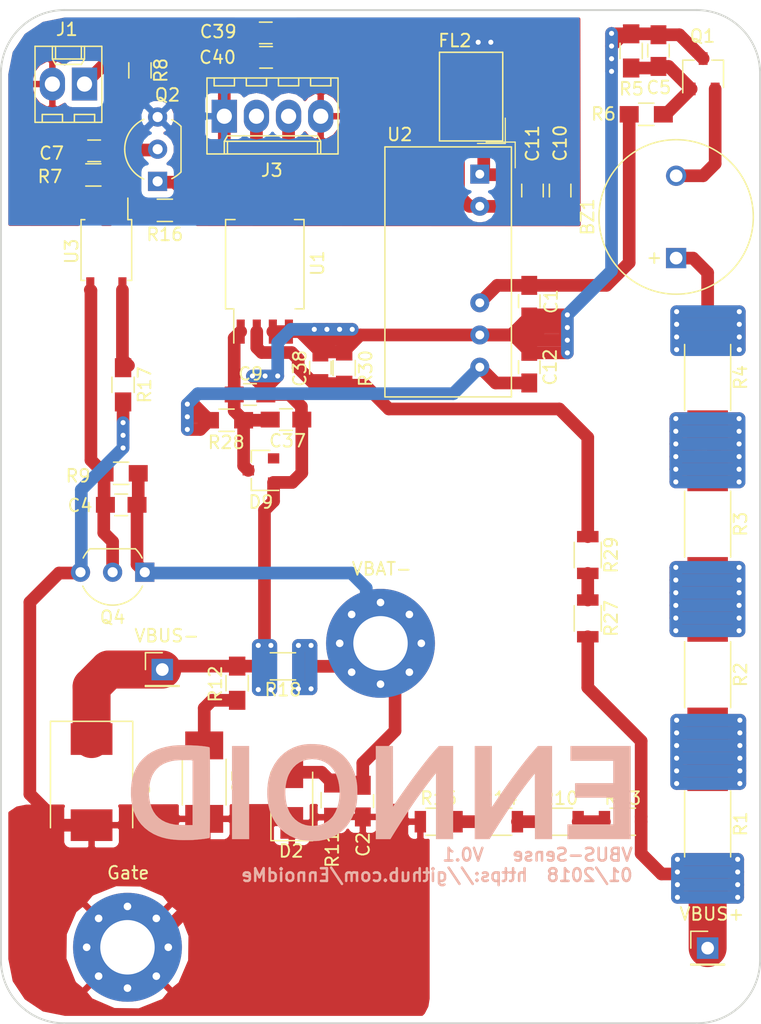
<source format=kicad_pcb>
(kicad_pcb (version 20171130) (host pcbnew no-vcs-found-dc66b73~61~ubuntu17.10.1)

  (general
    (thickness 1.6)
    (drawings 9)
    (tracks 474)
    (zones 0)
    (modules 54)
    (nets 32)
  )

  (page A4)
  (layers
    (0 F.Cu signal)
    (31 B.Cu signal)
    (32 B.Adhes user)
    (33 F.Adhes user)
    (34 B.Paste user)
    (35 F.Paste user)
    (36 B.SilkS user)
    (37 F.SilkS user)
    (38 B.Mask user)
    (39 F.Mask user)
    (40 Dwgs.User user)
    (41 Cmts.User user)
    (42 Eco1.User user)
    (43 Eco2.User user)
    (44 Edge.Cuts user)
    (45 Margin user)
    (46 B.CrtYd user)
    (47 F.CrtYd user)
    (48 B.Fab user)
    (49 F.Fab user hide)
  )

  (setup
    (last_trace_width 0.25)
    (user_trace_width 0.5)
    (user_trace_width 1)
    (user_trace_width 2)
    (user_trace_width 3)
    (user_trace_width 4)
    (user_trace_width 5)
    (trace_clearance 0.2)
    (zone_clearance 0.508)
    (zone_45_only no)
    (trace_min 0.2)
    (segment_width 0.2)
    (edge_width 0.15)
    (via_size 0.8)
    (via_drill 0.4)
    (via_min_size 0.4)
    (via_min_drill 0.3)
    (uvia_size 0.3)
    (uvia_drill 0.1)
    (uvias_allowed no)
    (uvia_min_size 0.2)
    (uvia_min_drill 0.1)
    (pcb_text_width 0.3)
    (pcb_text_size 1.5 1.5)
    (mod_edge_width 0.15)
    (mod_text_size 1 1)
    (mod_text_width 0.15)
    (pad_size 1.524 1.524)
    (pad_drill 0.762)
    (pad_to_mask_clearance 0.2)
    (aux_axis_origin 0 0)
    (visible_elements FFFFFF7F)
    (pcbplotparams
      (layerselection 0x010f0_ffffffff)
      (usegerberextensions false)
      (usegerberattributes false)
      (usegerberadvancedattributes false)
      (creategerberjobfile false)
      (excludeedgelayer true)
      (linewidth 0.100000)
      (plotframeref false)
      (viasonmask false)
      (mode 1)
      (useauxorigin false)
      (hpglpennumber 1)
      (hpglpenspeed 20)
      (hpglpendiameter 15)
      (psnegative false)
      (psa4output false)
      (plotreference true)
      (plotvalue true)
      (plotinvisibletext false)
      (padsonsilk false)
      (subtractmaskfromsilk false)
      (outputformat 1)
      (mirror false)
      (drillshape 0)
      (scaleselection 1)
      (outputdirectory ../Gerber/))
  )

  (net 0 "")
  (net 1 "Net-(C37-Pad1)")
  (net 2 "Net-(C38-Pad1)")
  (net 3 GND)
  (net 4 +5V)
  (net 5 "Net-(R27-Pad1)")
  (net 6 /ISO_PSU/-VEE)
  (net 7 /ISO_PSU/COM)
  (net 8 "Net-(C10-Pad1)")
  (net 9 "Net-(C10-Pad2)")
  (net 10 /ISO_PSU/+VCC)
  (net 11 "Net-(R1-Pad1)")
  (net 12 "Net-(R2-Pad1)")
  (net 13 "Net-(R3-Pad1)")
  (net 14 /Inrush_Limiter/VBAT-)
  (net 15 /Inrush_Limiter/GATE)
  (net 16 "Net-(C3-Pad1)")
  (net 17 /Inrush_Limiter/ON/OFF)
  (net 18 /V_BUS/Vout-)
  (net 19 /V_BUS/Vout+)
  (net 20 /Inrush_Limiter/+VBUS)
  (net 21 "Net-(C4-Pad1)")
  (net 22 "Net-(R10-Pad1)")
  (net 23 "Net-(R10-Pad2)")
  (net 24 "Net-(R14-Pad1)")
  (net 25 "Net-(C5-Pad1)")
  (net 26 "Net-(BZ1-Pad1)")
  (net 27 "Net-(BZ1-Pad2)")
  (net 28 "Net-(C7-Pad1)")
  (net 29 "Net-(R16-Pad1)")
  (net 30 "Net-(R17-Pad1)")
  (net 31 "Net-(Q2-Pad1)")

  (net_class Default "This is the default net class."
    (clearance 0.2)
    (trace_width 0.25)
    (via_dia 0.8)
    (via_drill 0.4)
    (uvia_dia 0.3)
    (uvia_drill 0.1)
    (add_net +5V)
    (add_net /ISO_PSU/+VCC)
    (add_net /ISO_PSU/-VEE)
    (add_net /ISO_PSU/COM)
    (add_net /Inrush_Limiter/+VBUS)
    (add_net /Inrush_Limiter/GATE)
    (add_net /Inrush_Limiter/ON/OFF)
    (add_net /Inrush_Limiter/VBAT-)
    (add_net /V_BUS/Vout+)
    (add_net /V_BUS/Vout-)
    (add_net GND)
    (add_net "Net-(BZ1-Pad1)")
    (add_net "Net-(BZ1-Pad2)")
    (add_net "Net-(C10-Pad1)")
    (add_net "Net-(C10-Pad2)")
    (add_net "Net-(C3-Pad1)")
    (add_net "Net-(C37-Pad1)")
    (add_net "Net-(C38-Pad1)")
    (add_net "Net-(C4-Pad1)")
    (add_net "Net-(C5-Pad1)")
    (add_net "Net-(C7-Pad1)")
    (add_net "Net-(Q2-Pad1)")
    (add_net "Net-(R1-Pad1)")
    (add_net "Net-(R10-Pad1)")
    (add_net "Net-(R10-Pad2)")
    (add_net "Net-(R14-Pad1)")
    (add_net "Net-(R16-Pad1)")
    (add_net "Net-(R17-Pad1)")
    (add_net "Net-(R2-Pad1)")
    (add_net "Net-(R27-Pad1)")
    (add_net "Net-(R3-Pad1)")
  )

  (module Resistors_SMD:R_0805_HandSoldering (layer F.Cu) (tedit 58E0A804) (tstamp 5A69F435)
    (at 49.8094 3.2258 270)
    (descr "Resistor SMD 0805, hand soldering")
    (tags "resistor 0805")
    (path /5A66B839)
    (attr smd)
    (fp_text reference R5 (at 2.9972 -0.0254) (layer F.SilkS)
      (effects (font (size 1 1) (thickness 0.15)))
    )
    (fp_text value 20k (at 0 1.75 270) (layer F.Fab)
      (effects (font (size 1 1) (thickness 0.15)))
    )
    (fp_line (start 2.35 0.9) (end -2.35 0.9) (layer F.CrtYd) (width 0.05))
    (fp_line (start 2.35 0.9) (end 2.35 -0.9) (layer F.CrtYd) (width 0.05))
    (fp_line (start -2.35 -0.9) (end -2.35 0.9) (layer F.CrtYd) (width 0.05))
    (fp_line (start -2.35 -0.9) (end 2.35 -0.9) (layer F.CrtYd) (width 0.05))
    (fp_line (start -0.6 -0.88) (end 0.6 -0.88) (layer F.SilkS) (width 0.12))
    (fp_line (start 0.6 0.88) (end -0.6 0.88) (layer F.SilkS) (width 0.12))
    (fp_line (start -1 -0.62) (end 1 -0.62) (layer F.Fab) (width 0.1))
    (fp_line (start 1 -0.62) (end 1 0.62) (layer F.Fab) (width 0.1))
    (fp_line (start 1 0.62) (end -1 0.62) (layer F.Fab) (width 0.1))
    (fp_line (start -1 0.62) (end -1 -0.62) (layer F.Fab) (width 0.1))
    (fp_text user %R (at 0 0 270) (layer F.Fab)
      (effects (font (size 0.5 0.5) (thickness 0.075)))
    )
    (pad 2 smd rect (at 1.35 0 270) (size 1.5 1.3) (layers F.Cu F.Paste F.Mask)
      (net 25 "Net-(C5-Pad1)"))
    (pad 1 smd rect (at -1.35 0 270) (size 1.5 1.3) (layers F.Cu F.Paste F.Mask)
      (net 7 /ISO_PSU/COM))
    (model ${KISYS3DMOD}/Resistors_SMD.3dshapes/R_0805.wrl
      (at (xyz 0 0 0))
      (scale (xyz 1 1 1))
      (rotate (xyz 0 0 0))
    )
    (model ${KISYS3DMOD}/Resistor_SMD.3dshapes/R_0805_2012Metric.wrl
      (at (xyz 0 0 0))
      (scale (xyz 1 1 1))
      (rotate (xyz 0 0 0))
    )
  )

  (module Capacitors_SMD:C_0805_HandSoldering (layer F.Cu) (tedit 58AA84A8) (tstamp 5A4FFC39)
    (at 19.685 30.353)
    (descr "Capacitor SMD 0805, hand soldering")
    (tags "capacitor 0805")
    (path /5A4D4667/5A4DF1BA)
    (attr smd)
    (fp_text reference C9 (at 0.0508 -1.6256) (layer F.SilkS)
      (effects (font (size 1 1) (thickness 0.15)))
    )
    (fp_text value 10u (at 0 1.75) (layer F.Fab)
      (effects (font (size 1 1) (thickness 0.15)))
    )
    (fp_line (start 2.25 0.87) (end -2.25 0.87) (layer F.CrtYd) (width 0.05))
    (fp_line (start 2.25 0.87) (end 2.25 -0.88) (layer F.CrtYd) (width 0.05))
    (fp_line (start -2.25 -0.88) (end -2.25 0.87) (layer F.CrtYd) (width 0.05))
    (fp_line (start -2.25 -0.88) (end 2.25 -0.88) (layer F.CrtYd) (width 0.05))
    (fp_line (start -0.5 0.85) (end 0.5 0.85) (layer F.SilkS) (width 0.12))
    (fp_line (start 0.5 -0.85) (end -0.5 -0.85) (layer F.SilkS) (width 0.12))
    (fp_line (start -1 -0.62) (end 1 -0.62) (layer F.Fab) (width 0.1))
    (fp_line (start 1 -0.62) (end 1 0.62) (layer F.Fab) (width 0.1))
    (fp_line (start 1 0.62) (end -1 0.62) (layer F.Fab) (width 0.1))
    (fp_line (start -1 0.62) (end -1 -0.62) (layer F.Fab) (width 0.1))
    (fp_text user %R (at 0 -1.75) (layer F.Fab)
      (effects (font (size 1 1) (thickness 0.15)))
    )
    (pad 2 smd rect (at 1.25 0) (size 1.5 1.25) (layers F.Cu F.Paste F.Mask)
      (net 7 /ISO_PSU/COM))
    (pad 1 smd rect (at -1.25 0) (size 1.5 1.25) (layers F.Cu F.Paste F.Mask)
      (net 1 "Net-(C37-Pad1)"))
    (model Capacitors_SMD.3dshapes/C_0805.wrl
      (at (xyz 0 0 0))
      (scale (xyz 1 1 1))
      (rotate (xyz 0 0 0))
    )
    (model ${KISYS3DMOD}/Capacitor_SMD.3dshapes/C_0805_2012Metric.wrl
      (at (xyz 0 0 0))
      (scale (xyz 1 1 1))
      (rotate (xyz 0 0 0))
    )
  )

  (module Capacitors_SMD:C_0805_HandSoldering (layer F.Cu) (tedit 58AA84A8) (tstamp 5A4FFC7D)
    (at 22.5298 32.3342)
    (descr "Capacitor SMD 0805, hand soldering")
    (tags "capacitor 0805")
    (path /5A4D4667/5A30FC69)
    (attr smd)
    (fp_text reference C37 (at 0.127 1.6764) (layer F.SilkS)
      (effects (font (size 1 1) (thickness 0.15)))
    )
    (fp_text value 100n (at 0 1.75) (layer F.Fab)
      (effects (font (size 1 1) (thickness 0.15)))
    )
    (fp_text user %R (at 0 -1.75) (layer F.Fab)
      (effects (font (size 1 1) (thickness 0.15)))
    )
    (fp_line (start -1 0.62) (end -1 -0.62) (layer F.Fab) (width 0.1))
    (fp_line (start 1 0.62) (end -1 0.62) (layer F.Fab) (width 0.1))
    (fp_line (start 1 -0.62) (end 1 0.62) (layer F.Fab) (width 0.1))
    (fp_line (start -1 -0.62) (end 1 -0.62) (layer F.Fab) (width 0.1))
    (fp_line (start 0.5 -0.85) (end -0.5 -0.85) (layer F.SilkS) (width 0.12))
    (fp_line (start -0.5 0.85) (end 0.5 0.85) (layer F.SilkS) (width 0.12))
    (fp_line (start -2.25 -0.88) (end 2.25 -0.88) (layer F.CrtYd) (width 0.05))
    (fp_line (start -2.25 -0.88) (end -2.25 0.87) (layer F.CrtYd) (width 0.05))
    (fp_line (start 2.25 0.87) (end 2.25 -0.88) (layer F.CrtYd) (width 0.05))
    (fp_line (start 2.25 0.87) (end -2.25 0.87) (layer F.CrtYd) (width 0.05))
    (pad 1 smd rect (at -1.25 0) (size 1.5 1.25) (layers F.Cu F.Paste F.Mask)
      (net 1 "Net-(C37-Pad1)"))
    (pad 2 smd rect (at 1.25 0) (size 1.5 1.25) (layers F.Cu F.Paste F.Mask)
      (net 7 /ISO_PSU/COM))
    (model Capacitors_SMD.3dshapes/C_0805.wrl
      (at (xyz 0 0 0))
      (scale (xyz 1 1 1))
      (rotate (xyz 0 0 0))
    )
    (model ${KISYS3DMOD}/Capacitor_SMD.3dshapes/C_0805_2012Metric.wrl
      (at (xyz 0 0 0))
      (scale (xyz 1 1 1))
      (rotate (xyz 0 0 0))
    )
  )

  (module Capacitors_SMD:C_0805_HandSoldering (layer F.Cu) (tedit 58AA84A8) (tstamp 5A4FFC8E)
    (at 25.2476 28.2448 90)
    (descr "Capacitor SMD 0805, hand soldering")
    (tags "capacitor 0805")
    (path /5A4D4667/5A30FE1D)
    (attr smd)
    (fp_text reference C38 (at -0.0508 -1.6256 90) (layer F.SilkS)
      (effects (font (size 1 1) (thickness 0.15)))
    )
    (fp_text value 330p (at 0 1.75 90) (layer F.Fab)
      (effects (font (size 1 1) (thickness 0.15)))
    )
    (fp_text user %R (at 0 -1.75 90) (layer F.Fab)
      (effects (font (size 1 1) (thickness 0.15)))
    )
    (fp_line (start -1 0.62) (end -1 -0.62) (layer F.Fab) (width 0.1))
    (fp_line (start 1 0.62) (end -1 0.62) (layer F.Fab) (width 0.1))
    (fp_line (start 1 -0.62) (end 1 0.62) (layer F.Fab) (width 0.1))
    (fp_line (start -1 -0.62) (end 1 -0.62) (layer F.Fab) (width 0.1))
    (fp_line (start 0.5 -0.85) (end -0.5 -0.85) (layer F.SilkS) (width 0.12))
    (fp_line (start -0.5 0.85) (end 0.5 0.85) (layer F.SilkS) (width 0.12))
    (fp_line (start -2.25 -0.88) (end 2.25 -0.88) (layer F.CrtYd) (width 0.05))
    (fp_line (start -2.25 -0.88) (end -2.25 0.87) (layer F.CrtYd) (width 0.05))
    (fp_line (start 2.25 0.87) (end 2.25 -0.88) (layer F.CrtYd) (width 0.05))
    (fp_line (start 2.25 0.87) (end -2.25 0.87) (layer F.CrtYd) (width 0.05))
    (pad 1 smd rect (at -1.25 0 90) (size 1.5 1.25) (layers F.Cu F.Paste F.Mask)
      (net 2 "Net-(C38-Pad1)"))
    (pad 2 smd rect (at 1.25 0 90) (size 1.5 1.25) (layers F.Cu F.Paste F.Mask)
      (net 7 /ISO_PSU/COM))
    (model Capacitors_SMD.3dshapes/C_0805.wrl
      (at (xyz 0 0 0))
      (scale (xyz 1 1 1))
      (rotate (xyz 0 0 0))
    )
    (model ${KISYS3DMOD}/Capacitor_SMD.3dshapes/C_0805_2012Metric.wrl
      (at (xyz 0 0 0))
      (scale (xyz 1 1 1))
      (rotate (xyz 0 0 0))
    )
  )

  (module Capacitors_SMD:C_0805_HandSoldering (layer F.Cu) (tedit 58AA84A8) (tstamp 5A4FFC9F)
    (at 20.9296 1.8034)
    (descr "Capacitor SMD 0805, hand soldering")
    (tags "capacitor 0805")
    (path /5A4D4667/5A311419)
    (attr smd)
    (fp_text reference C39 (at -3.7592 -0.1016) (layer F.SilkS)
      (effects (font (size 1 1) (thickness 0.15)))
    )
    (fp_text value 100n (at 0 1.75) (layer F.Fab)
      (effects (font (size 1 1) (thickness 0.15)))
    )
    (fp_line (start 2.25 0.87) (end -2.25 0.87) (layer F.CrtYd) (width 0.05))
    (fp_line (start 2.25 0.87) (end 2.25 -0.88) (layer F.CrtYd) (width 0.05))
    (fp_line (start -2.25 -0.88) (end -2.25 0.87) (layer F.CrtYd) (width 0.05))
    (fp_line (start -2.25 -0.88) (end 2.25 -0.88) (layer F.CrtYd) (width 0.05))
    (fp_line (start -0.5 0.85) (end 0.5 0.85) (layer F.SilkS) (width 0.12))
    (fp_line (start 0.5 -0.85) (end -0.5 -0.85) (layer F.SilkS) (width 0.12))
    (fp_line (start -1 -0.62) (end 1 -0.62) (layer F.Fab) (width 0.1))
    (fp_line (start 1 -0.62) (end 1 0.62) (layer F.Fab) (width 0.1))
    (fp_line (start 1 0.62) (end -1 0.62) (layer F.Fab) (width 0.1))
    (fp_line (start -1 0.62) (end -1 -0.62) (layer F.Fab) (width 0.1))
    (fp_text user %R (at 0 -1.75) (layer F.Fab)
      (effects (font (size 1 1) (thickness 0.15)))
    )
    (pad 2 smd rect (at 1.25 0) (size 1.5 1.25) (layers F.Cu F.Paste F.Mask)
      (net 3 GND))
    (pad 1 smd rect (at -1.25 0) (size 1.5 1.25) (layers F.Cu F.Paste F.Mask)
      (net 4 +5V))
    (model Capacitors_SMD.3dshapes/C_0805.wrl
      (at (xyz 0 0 0))
      (scale (xyz 1 1 1))
      (rotate (xyz 0 0 0))
    )
    (model ${KISYS3DMOD}/Capacitor_SMD.3dshapes/C_0805_2012Metric.wrl
      (at (xyz 0 0 0))
      (scale (xyz 1 1 1))
      (rotate (xyz 0 0 0))
    )
  )

  (module Capacitors_SMD:C_0805_HandSoldering (layer F.Cu) (tedit 58AA84A8) (tstamp 5A4FFCB0)
    (at 20.955 3.7338)
    (descr "Capacitor SMD 0805, hand soldering")
    (tags "capacitor 0805")
    (path /5A4D4667/5A31145B)
    (attr smd)
    (fp_text reference C40 (at -3.8354 0) (layer F.SilkS)
      (effects (font (size 1 1) (thickness 0.15)))
    )
    (fp_text value 2.2u (at 0 1.75) (layer F.Fab)
      (effects (font (size 1 1) (thickness 0.15)))
    )
    (fp_text user %R (at 0 -1.75) (layer F.Fab)
      (effects (font (size 1 1) (thickness 0.15)))
    )
    (fp_line (start -1 0.62) (end -1 -0.62) (layer F.Fab) (width 0.1))
    (fp_line (start 1 0.62) (end -1 0.62) (layer F.Fab) (width 0.1))
    (fp_line (start 1 -0.62) (end 1 0.62) (layer F.Fab) (width 0.1))
    (fp_line (start -1 -0.62) (end 1 -0.62) (layer F.Fab) (width 0.1))
    (fp_line (start 0.5 -0.85) (end -0.5 -0.85) (layer F.SilkS) (width 0.12))
    (fp_line (start -0.5 0.85) (end 0.5 0.85) (layer F.SilkS) (width 0.12))
    (fp_line (start -2.25 -0.88) (end 2.25 -0.88) (layer F.CrtYd) (width 0.05))
    (fp_line (start -2.25 -0.88) (end -2.25 0.87) (layer F.CrtYd) (width 0.05))
    (fp_line (start 2.25 0.87) (end 2.25 -0.88) (layer F.CrtYd) (width 0.05))
    (fp_line (start 2.25 0.87) (end -2.25 0.87) (layer F.CrtYd) (width 0.05))
    (pad 1 smd rect (at -1.25 0) (size 1.5 1.25) (layers F.Cu F.Paste F.Mask)
      (net 4 +5V))
    (pad 2 smd rect (at 1.25 0) (size 1.5 1.25) (layers F.Cu F.Paste F.Mask)
      (net 3 GND))
    (model ${KISYS3DMOD}/Capacitor_SMD.3dshapes/C_0805_2012Metric.wrl
      (at (xyz 0 0 0))
      (scale (xyz 1 1 1))
      (rotate (xyz 0 0 0))
    )
  )

  (module Diodes_SMD:D_SOT-23_ANK (layer F.Cu) (tedit 587CCEF9) (tstamp 5A4FFCCA)
    (at 20.5486 36.3474 180)
    (descr "SOT-23, Single Diode")
    (tags SOT-23)
    (path /5A4D4667/5A3109F4)
    (attr smd)
    (fp_text reference D9 (at 0 -2.5 180) (layer F.SilkS)
      (effects (font (size 1 1) (thickness 0.15)))
    )
    (fp_text value "5V " (at 0 2.5 180) (layer F.Fab)
      (effects (font (size 1 1) (thickness 0.15)))
    )
    (fp_line (start 0.76 1.58) (end -0.7 1.58) (layer F.SilkS) (width 0.12))
    (fp_line (start -0.7 -1.52) (end -0.7 1.52) (layer F.Fab) (width 0.1))
    (fp_line (start -0.7 -1.52) (end 0.7 -1.52) (layer F.Fab) (width 0.1))
    (fp_line (start 0.76 -1.58) (end -1.4 -1.58) (layer F.SilkS) (width 0.12))
    (fp_line (start -1.7 1.75) (end -1.7 -1.75) (layer F.CrtYd) (width 0.05))
    (fp_line (start 1.7 1.75) (end -1.7 1.75) (layer F.CrtYd) (width 0.05))
    (fp_line (start 1.7 -1.75) (end 1.7 1.75) (layer F.CrtYd) (width 0.05))
    (fp_line (start -1.7 -1.75) (end 1.7 -1.75) (layer F.CrtYd) (width 0.05))
    (fp_line (start -0.7 1.52) (end 0.7 1.52) (layer F.Fab) (width 0.1))
    (fp_line (start 0.7 -1.52) (end 0.7 1.52) (layer F.Fab) (width 0.1))
    (fp_line (start 0.76 -1.58) (end 0.76 -0.65) (layer F.SilkS) (width 0.12))
    (fp_line (start 0.76 1.58) (end 0.76 0.65) (layer F.SilkS) (width 0.12))
    (fp_line (start 0.15 -0.65) (end 0.15 -0.25) (layer F.Fab) (width 0.1))
    (fp_line (start 0.15 -0.45) (end 0.4 -0.45) (layer F.Fab) (width 0.1))
    (fp_line (start 0.15 -0.45) (end -0.15 -0.65) (layer F.Fab) (width 0.1))
    (fp_line (start -0.15 -0.65) (end -0.15 -0.25) (layer F.Fab) (width 0.1))
    (fp_line (start -0.15 -0.25) (end 0.15 -0.45) (layer F.Fab) (width 0.1))
    (fp_line (start -0.15 -0.45) (end -0.4 -0.45) (layer F.Fab) (width 0.1))
    (fp_text user %R (at 0 -2.5 180) (layer F.Fab)
      (effects (font (size 1 1) (thickness 0.15)))
    )
    (pad 1 smd rect (at 1 0 180) (size 0.9 0.8) (layers F.Cu F.Paste F.Mask)
      (net 1 "Net-(C37-Pad1)"))
    (pad "" smd rect (at -1 0.95 180) (size 0.9 0.8) (layers F.Cu F.Paste F.Mask))
    (pad 2 smd rect (at -1 -0.95 180) (size 0.9 0.8) (layers F.Cu F.Paste F.Mask)
      (net 7 /ISO_PSU/COM))
    (model ${KISYS3DMOD}/Diodes_SMD.3dshapes/D_SOT-23.wrl
      (at (xyz 0 0 0))
      (scale (xyz 1 1 1))
      (rotate (xyz 0 0 0))
    )
    (model ${KISYS3DMOD}/Diode_SMD.3dshapes/D_SOT-23.wrl
      (at (xyz 0 0 0))
      (scale (xyz 1 1 1))
      (rotate (xyz 0 0 0))
    )
  )

  (module Connectors_Molex:Molex_KK-6410-04_04x2.54mm_Straight (layer F.Cu) (tedit 58EE6EE8) (tstamp 5A4FFD03)
    (at 17.653 8.382)
    (descr "Connector Headers with Friction Lock, 22-27-2041, http://www.molex.com/pdm_docs/sd/022272021_sd.pdf")
    (tags "connector molex kk_6410 22-27-2041")
    (path /5A4FB1AF)
    (fp_text reference J3 (at 3.7592 4.2672) (layer F.SilkS)
      (effects (font (size 1 1) (thickness 0.15)))
    )
    (fp_text value "Conn_01x04 to vesc board" (at 3.81 4.5) (layer F.Fab)
      (effects (font (size 1 1) (thickness 0.15)))
    )
    (fp_text user %R (at 3.81 0) (layer F.Fab)
      (effects (font (size 1 1) (thickness 0.15)))
    )
    (fp_line (start 9.5 3.5) (end -1.9 3.5) (layer F.CrtYd) (width 0.05))
    (fp_line (start 9.5 -3.55) (end 9.5 3.5) (layer F.CrtYd) (width 0.05))
    (fp_line (start -1.9 -3.55) (end 9.5 -3.55) (layer F.CrtYd) (width 0.05))
    (fp_line (start -1.9 3.5) (end -1.9 -3.55) (layer F.CrtYd) (width 0.05))
    (fp_line (start 8.42 -2.4) (end 8.42 -3.02) (layer F.SilkS) (width 0.12))
    (fp_line (start 6.82 -2.4) (end 8.42 -2.4) (layer F.SilkS) (width 0.12))
    (fp_line (start 6.82 -3.02) (end 6.82 -2.4) (layer F.SilkS) (width 0.12))
    (fp_line (start 5.88 -2.4) (end 5.88 -3.02) (layer F.SilkS) (width 0.12))
    (fp_line (start 4.28 -2.4) (end 5.88 -2.4) (layer F.SilkS) (width 0.12))
    (fp_line (start 4.28 -3.02) (end 4.28 -2.4) (layer F.SilkS) (width 0.12))
    (fp_line (start 3.34 -2.4) (end 3.34 -3.02) (layer F.SilkS) (width 0.12))
    (fp_line (start 1.74 -2.4) (end 3.34 -2.4) (layer F.SilkS) (width 0.12))
    (fp_line (start 1.74 -3.02) (end 1.74 -2.4) (layer F.SilkS) (width 0.12))
    (fp_line (start 0.8 -2.4) (end 0.8 -3.02) (layer F.SilkS) (width 0.12))
    (fp_line (start -0.8 -2.4) (end 0.8 -2.4) (layer F.SilkS) (width 0.12))
    (fp_line (start -0.8 -3.02) (end -0.8 -2.4) (layer F.SilkS) (width 0.12))
    (fp_line (start 7.37 2.98) (end 7.37 1.98) (layer F.SilkS) (width 0.12))
    (fp_line (start 0.25 2.98) (end 0.25 1.98) (layer F.SilkS) (width 0.12))
    (fp_line (start 7.37 1.55) (end 7.62 1.98) (layer F.SilkS) (width 0.12))
    (fp_line (start 0.25 1.55) (end 7.37 1.55) (layer F.SilkS) (width 0.12))
    (fp_line (start 0 1.98) (end 0.25 1.55) (layer F.SilkS) (width 0.12))
    (fp_line (start 7.62 1.98) (end 7.62 2.98) (layer F.SilkS) (width 0.12))
    (fp_line (start 0 1.98) (end 7.62 1.98) (layer F.SilkS) (width 0.12))
    (fp_line (start 0 2.98) (end 0 1.98) (layer F.SilkS) (width 0.12))
    (fp_line (start 8.99 -3.02) (end -1.37 -3.02) (layer F.SilkS) (width 0.12))
    (fp_line (start 8.99 2.98) (end 8.99 -3.02) (layer F.SilkS) (width 0.12))
    (fp_line (start -1.37 2.98) (end 8.99 2.98) (layer F.SilkS) (width 0.12))
    (fp_line (start -1.37 -3.02) (end -1.37 2.98) (layer F.SilkS) (width 0.12))
    (fp_line (start 9.09 -3.12) (end -1.47 -3.12) (layer F.Fab) (width 0.12))
    (fp_line (start 9.09 3.08) (end 9.09 -3.12) (layer F.Fab) (width 0.12))
    (fp_line (start -1.47 3.08) (end 9.09 3.08) (layer F.Fab) (width 0.12))
    (fp_line (start -1.47 -3.12) (end -1.47 3.08) (layer F.Fab) (width 0.12))
    (pad 4 thru_hole oval (at 7.62 0) (size 2 2.6) (drill 1.2) (layers *.Cu *.Mask)
      (net 3 GND))
    (pad 3 thru_hole oval (at 5.08 0) (size 2 2.6) (drill 1.2) (layers *.Cu *.Mask)
      (net 18 /V_BUS/Vout-))
    (pad 2 thru_hole oval (at 2.54 0) (size 2 2.6) (drill 1.2) (layers *.Cu *.Mask)
      (net 19 /V_BUS/Vout+))
    (pad 1 thru_hole rect (at 0 0) (size 2 2.6) (drill 1.2) (layers *.Cu *.Mask)
      (net 4 +5V))
    (model ${KISYS3DMOD}/Connectors_Molex.3dshapes/Molex_KK-6410-04_04x2.54mm_Straight.wrl
      (at (xyz 0 0 0))
      (scale (xyz 1 1 1))
      (rotate (xyz 0 0 0))
    )
    (model ${KISYS3DMOD}/Connector_Molex.3dshapes/Molex_KK-254_AE-6410-04A_1x04_P2.54mm_Vertical.wrl
      (at (xyz 0 0 0))
      (scale (xyz 1 1 1))
      (rotate (xyz 0 0 0))
    )
  )

  (module Resistors_SMD:R_0805_HandSoldering (layer F.Cu) (tedit 58E0A804) (tstamp 5A4FFD25)
    (at 17.8308 32.385 180)
    (descr "Resistor SMD 0805, hand soldering")
    (tags "resistor 0805")
    (path /5A4D4667/5A30FF82)
    (attr smd)
    (fp_text reference R28 (at 0.0254 -1.7526 180) (layer F.SilkS)
      (effects (font (size 1 1) (thickness 0.15)))
    )
    (fp_text value 800 (at 0 1.75 180) (layer F.Fab)
      (effects (font (size 1 1) (thickness 0.15)))
    )
    (fp_line (start 2.35 0.9) (end -2.35 0.9) (layer F.CrtYd) (width 0.05))
    (fp_line (start 2.35 0.9) (end 2.35 -0.9) (layer F.CrtYd) (width 0.05))
    (fp_line (start -2.35 -0.9) (end -2.35 0.9) (layer F.CrtYd) (width 0.05))
    (fp_line (start -2.35 -0.9) (end 2.35 -0.9) (layer F.CrtYd) (width 0.05))
    (fp_line (start -0.6 -0.88) (end 0.6 -0.88) (layer F.SilkS) (width 0.12))
    (fp_line (start 0.6 0.88) (end -0.6 0.88) (layer F.SilkS) (width 0.12))
    (fp_line (start -1 -0.62) (end 1 -0.62) (layer F.Fab) (width 0.1))
    (fp_line (start 1 -0.62) (end 1 0.62) (layer F.Fab) (width 0.1))
    (fp_line (start 1 0.62) (end -1 0.62) (layer F.Fab) (width 0.1))
    (fp_line (start -1 0.62) (end -1 -0.62) (layer F.Fab) (width 0.1))
    (fp_text user %R (at 0 0 180) (layer F.Fab)
      (effects (font (size 0.5 0.5) (thickness 0.075)))
    )
    (pad 2 smd rect (at 1.35 0 180) (size 1.5 1.3) (layers F.Cu F.Paste F.Mask)
      (net 10 /ISO_PSU/+VCC))
    (pad 1 smd rect (at -1.35 0 180) (size 1.5 1.3) (layers F.Cu F.Paste F.Mask)
      (net 1 "Net-(C37-Pad1)"))
    (model ${KISYS3DMOD}/Resistors_SMD.3dshapes/R_0805.wrl
      (at (xyz 0 0 0))
      (scale (xyz 1 1 1))
      (rotate (xyz 0 0 0))
    )
    (model ${KISYS3DMOD}/Resistor_SMD.3dshapes/R_0805_2012Metric.wrl
      (at (xyz 0 0 0))
      (scale (xyz 1 1 1))
      (rotate (xyz 0 0 0))
    )
  )

  (module Resistors_SMD:R_0805_HandSoldering (layer F.Cu) (tedit 58E0A804) (tstamp 5A4FFD47)
    (at 27.1272 28.2702 270)
    (descr "Resistor SMD 0805, hand soldering")
    (tags "resistor 0805")
    (path /5A4D4667/5A310023)
    (attr smd)
    (fp_text reference R30 (at 0.0254 -1.7018 270) (layer F.SilkS)
      (effects (font (size 1 1) (thickness 0.15)))
    )
    (fp_text value 1k (at 0 1.75 270) (layer F.Fab)
      (effects (font (size 1 1) (thickness 0.15)))
    )
    (fp_text user %R (at 0 0 270) (layer F.Fab)
      (effects (font (size 0.5 0.5) (thickness 0.075)))
    )
    (fp_line (start -1 0.62) (end -1 -0.62) (layer F.Fab) (width 0.1))
    (fp_line (start 1 0.62) (end -1 0.62) (layer F.Fab) (width 0.1))
    (fp_line (start 1 -0.62) (end 1 0.62) (layer F.Fab) (width 0.1))
    (fp_line (start -1 -0.62) (end 1 -0.62) (layer F.Fab) (width 0.1))
    (fp_line (start 0.6 0.88) (end -0.6 0.88) (layer F.SilkS) (width 0.12))
    (fp_line (start -0.6 -0.88) (end 0.6 -0.88) (layer F.SilkS) (width 0.12))
    (fp_line (start -2.35 -0.9) (end 2.35 -0.9) (layer F.CrtYd) (width 0.05))
    (fp_line (start -2.35 -0.9) (end -2.35 0.9) (layer F.CrtYd) (width 0.05))
    (fp_line (start 2.35 0.9) (end 2.35 -0.9) (layer F.CrtYd) (width 0.05))
    (fp_line (start 2.35 0.9) (end -2.35 0.9) (layer F.CrtYd) (width 0.05))
    (pad 1 smd rect (at -1.35 0 270) (size 1.5 1.3) (layers F.Cu F.Paste F.Mask)
      (net 7 /ISO_PSU/COM))
    (pad 2 smd rect (at 1.35 0 270) (size 1.5 1.3) (layers F.Cu F.Paste F.Mask)
      (net 2 "Net-(C38-Pad1)"))
    (model ${KISYS3DMOD}/Resistors_SMD.3dshapes/R_0805.wrl
      (at (xyz 0 0 0))
      (scale (xyz 1 1 1))
      (rotate (xyz 0 0 0))
    )
    (model ${KISYS3DMOD}/Resistor_SMD.3dshapes/R_0805_2012Metric.wrl
      (at (xyz 0 0 0))
      (scale (xyz 1 1 1))
      (rotate (xyz 0 0 0))
    )
  )

  (module Capacitors_SMD:C_0805_HandSoldering (layer F.Cu) (tedit 58AA84A8) (tstamp 5A510492)
    (at 41.7576 22.987 90)
    (descr "Capacitor SMD 0805, hand soldering")
    (tags "capacitor 0805")
    (path /5A628F9C/5A629457)
    (attr smd)
    (fp_text reference C1 (at -0.0254 1.7272 90) (layer F.SilkS)
      (effects (font (size 1 1) (thickness 0.15)))
    )
    (fp_text value 1u (at 0 1.75 90) (layer F.Fab)
      (effects (font (size 1 1) (thickness 0.15)))
    )
    (fp_line (start 2.25 0.87) (end -2.25 0.87) (layer F.CrtYd) (width 0.05))
    (fp_line (start 2.25 0.87) (end 2.25 -0.88) (layer F.CrtYd) (width 0.05))
    (fp_line (start -2.25 -0.88) (end -2.25 0.87) (layer F.CrtYd) (width 0.05))
    (fp_line (start -2.25 -0.88) (end 2.25 -0.88) (layer F.CrtYd) (width 0.05))
    (fp_line (start -0.5 0.85) (end 0.5 0.85) (layer F.SilkS) (width 0.12))
    (fp_line (start 0.5 -0.85) (end -0.5 -0.85) (layer F.SilkS) (width 0.12))
    (fp_line (start -1 -0.62) (end 1 -0.62) (layer F.Fab) (width 0.1))
    (fp_line (start 1 -0.62) (end 1 0.62) (layer F.Fab) (width 0.1))
    (fp_line (start 1 0.62) (end -1 0.62) (layer F.Fab) (width 0.1))
    (fp_line (start -1 0.62) (end -1 -0.62) (layer F.Fab) (width 0.1))
    (fp_text user %R (at 0 -1.75 90) (layer F.Fab)
      (effects (font (size 1 1) (thickness 0.15)))
    )
    (pad 2 smd rect (at 1.25 0 90) (size 1.5 1.25) (layers F.Cu F.Paste F.Mask)
      (net 6 /ISO_PSU/-VEE))
    (pad 1 smd rect (at -1.25 0 90) (size 1.5 1.25) (layers F.Cu F.Paste F.Mask)
      (net 7 /ISO_PSU/COM))
    (model Capacitors_SMD.3dshapes/C_0805.wrl
      (at (xyz 0 0 0))
      (scale (xyz 1 1 1))
      (rotate (xyz 0 0 0))
    )
    (model ${KISYS3DMOD}/Capacitor_SMD.3dshapes/C_0805_2012Metric.wrl
      (at (xyz 0 0 0))
      (scale (xyz 1 1 1))
      (rotate (xyz 0 0 0))
    )
  )

  (module Housings_SOIC:SSO-8_6.8x5.9mm_Pitch1.27mm_Clearance8mm (layer F.Cu) (tedit 591B3EDF) (tstamp 5A510960)
    (at 20.8534 20.0406 90)
    (descr "8-Lead Plastic Stretched Small Outline (SSO/Stretched SO), see https://docs.broadcom.com/cs/Satellite?blobcol=urldata&blobheader=application%2Fpdf&blobheadername1=Content-Disposition&blobheadername2=Content-Type&blobheadername3=MDT-Type&blobheadervalue1=attachment%3Bfilename%3DIPD-Selection-Guide_AV00-0254EN_030617.pdf&blobheadervalue2=application%2Fx-download&blobheadervalue3=abinary%253B%2Bcharset%253DUTF-8&blobkey=id&blobnocache=true&blobtable=MungoBlobs&blobwhere=1430884105675&ssbinary=true")
    (tags "SSO Stretched SO SOIC Pitch 1.27")
    (path /5A4D4667/5A4D5C88)
    (attr smd)
    (fp_text reference U1 (at 0.0508 4.1656 90) (layer F.SilkS)
      (effects (font (size 1 1) (thickness 0.15)))
    )
    (fp_text value AMC1301 (at 0 4.1 90) (layer F.Fab)
      (effects (font (size 1 1) (thickness 0.15)))
    )
    (fp_line (start 6.55 3.2) (end -6.55 3.2) (layer F.CrtYd) (width 0.05))
    (fp_line (start 6.55 3.2) (end 6.55 -3.2) (layer F.CrtYd) (width 0.05))
    (fp_line (start -6.55 -3.2) (end -6.55 3.2) (layer F.CrtYd) (width 0.05))
    (fp_line (start -6.55 -3.2) (end 6.55 -3.2) (layer F.CrtYd) (width 0.05))
    (fp_line (start -3.4 -1.85) (end -3.4 2.95) (layer F.Fab) (width 0.12))
    (fp_line (start -2.3 -2.95) (end -3.4 -1.85) (layer F.Fab) (width 0.12))
    (fp_line (start 3.4 -2.95) (end -2.3 -2.95) (layer F.Fab) (width 0.12))
    (fp_line (start 3.4 2.95) (end 3.4 -2.95) (layer F.Fab) (width 0.12))
    (fp_line (start -3.4 2.95) (end 3.4 2.95) (layer F.Fab) (width 0.12))
    (fp_line (start -3.55 -2.45) (end -6.25 -2.45) (layer F.SilkS) (width 0.12))
    (fp_line (start -3.55 -3.1) (end -3.55 -2.45) (layer F.SilkS) (width 0.12))
    (fp_line (start 3.5 -3.1) (end -3.55 -3.1) (layer F.SilkS) (width 0.12))
    (fp_line (start 3.5 -2.35) (end 3.5 -3.1) (layer F.SilkS) (width 0.12))
    (fp_line (start 3.5 3.1) (end 3.5 2.35) (layer F.SilkS) (width 0.12))
    (fp_line (start -3.55 3.1) (end 3.5 3.1) (layer F.SilkS) (width 0.12))
    (fp_line (start -3.55 2.4) (end -3.55 3.1) (layer F.SilkS) (width 0.12))
    (fp_text user %R (at 0 0 90) (layer F.Fab)
      (effects (font (size 1 1) (thickness 0.15)))
    )
    (pad 8 smd rect (at 5.3475 -1.905 90) (size 1.905 0.64) (layers F.Cu F.Paste F.Mask)
      (net 4 +5V))
    (pad 7 smd rect (at 5.3475 -0.635 90) (size 1.905 0.64) (layers F.Cu F.Paste F.Mask)
      (net 19 /V_BUS/Vout+))
    (pad 6 smd rect (at 5.3475 0.635 90) (size 1.905 0.64) (layers F.Cu F.Paste F.Mask)
      (net 18 /V_BUS/Vout-))
    (pad 5 smd rect (at 5.3475 1.905 90) (size 1.905 0.64) (layers F.Cu F.Paste F.Mask)
      (net 3 GND))
    (pad 4 smd rect (at -5.3475 1.905 90) (size 1.905 0.64) (layers F.Cu F.Paste F.Mask)
      (net 7 /ISO_PSU/COM))
    (pad 3 smd rect (at -5.3475 0.635 90) (size 1.905 0.64) (layers F.Cu F.Paste F.Mask)
      (net 7 /ISO_PSU/COM))
    (pad 2 smd rect (at -5.3475 -0.635 90) (size 1.905 0.64) (layers F.Cu F.Paste F.Mask)
      (net 2 "Net-(C38-Pad1)"))
    (pad 1 smd rect (at -5.3475 -1.905 90) (size 1.905 0.64) (layers F.Cu F.Paste F.Mask)
      (net 1 "Net-(C37-Pad1)"))
    (model /home/ennoid/Dropbox/ING/ENNOID-Dual-Gate-Driver/VBUS-Sense/3Dlib/soic_8_75x58_p127.step
      (at (xyz 0 0 0))
      (scale (xyz 1 1 1))
      (rotate (xyz 0 0 90))
    )
  )

  (module Resistors_SMD:R_1206 (layer F.Cu) (tedit 58E0A804) (tstamp 5A511D03)
    (at 46.3804 48.0314 270)
    (descr "Resistor SMD 1206, reflow soldering, Vishay (see dcrcw.pdf)")
    (tags "resistor 1206")
    (path /5A4D4667/5A30FFC5)
    (attr smd)
    (fp_text reference R27 (at 0 -1.85 270) (layer F.SilkS)
      (effects (font (size 1 1) (thickness 0.15)))
    )
    (fp_text value 1M (at 0 1.95 270) (layer F.Fab)
      (effects (font (size 1 1) (thickness 0.15)))
    )
    (fp_line (start 2.15 1.1) (end -2.15 1.1) (layer F.CrtYd) (width 0.05))
    (fp_line (start 2.15 1.1) (end 2.15 -1.11) (layer F.CrtYd) (width 0.05))
    (fp_line (start -2.15 -1.11) (end -2.15 1.1) (layer F.CrtYd) (width 0.05))
    (fp_line (start -2.15 -1.11) (end 2.15 -1.11) (layer F.CrtYd) (width 0.05))
    (fp_line (start -1 -1.07) (end 1 -1.07) (layer F.SilkS) (width 0.12))
    (fp_line (start 1 1.07) (end -1 1.07) (layer F.SilkS) (width 0.12))
    (fp_line (start -1.6 -0.8) (end 1.6 -0.8) (layer F.Fab) (width 0.1))
    (fp_line (start 1.6 -0.8) (end 1.6 0.8) (layer F.Fab) (width 0.1))
    (fp_line (start 1.6 0.8) (end -1.6 0.8) (layer F.Fab) (width 0.1))
    (fp_line (start -1.6 0.8) (end -1.6 -0.8) (layer F.Fab) (width 0.1))
    (fp_text user %R (at 0 0 270) (layer F.Fab)
      (effects (font (size 0.7 0.7) (thickness 0.105)))
    )
    (pad 2 smd rect (at 1.45 0 270) (size 0.9 1.7) (layers F.Cu F.Paste F.Mask)
      (net 20 /Inrush_Limiter/+VBUS))
    (pad 1 smd rect (at -1.45 0 270) (size 0.9 1.7) (layers F.Cu F.Paste F.Mask)
      (net 5 "Net-(R27-Pad1)"))
    (model ${KISYS3DMOD}/Resistors_SMD.3dshapes/R_1206.wrl
      (at (xyz 0 0 0))
      (scale (xyz 1 1 1))
      (rotate (xyz 0 0 0))
    )
    (model ${KISYS3DMOD}/Resistor_SMD.3dshapes/R_1206_3216Metric.wrl
      (at (xyz 0 0 0))
      (scale (xyz 1 1 1))
      (rotate (xyz 0 0 0))
    )
  )

  (module Resistors_SMD:R_1206 (layer F.Cu) (tedit 58E0A804) (tstamp 5A511D13)
    (at 46.3804 43.0276 270)
    (descr "Resistor SMD 1206, reflow soldering, Vishay (see dcrcw.pdf)")
    (tags "resistor 1206")
    (path /5A4D4667/5A30FFF9)
    (attr smd)
    (fp_text reference R29 (at 0 -1.85 270) (layer F.SilkS)
      (effects (font (size 1 1) (thickness 0.15)))
    )
    (fp_text value 1M (at 0 1.95 270) (layer F.Fab)
      (effects (font (size 1 1) (thickness 0.15)))
    )
    (fp_text user %R (at 0 0 270) (layer F.Fab)
      (effects (font (size 0.7 0.7) (thickness 0.105)))
    )
    (fp_line (start -1.6 0.8) (end -1.6 -0.8) (layer F.Fab) (width 0.1))
    (fp_line (start 1.6 0.8) (end -1.6 0.8) (layer F.Fab) (width 0.1))
    (fp_line (start 1.6 -0.8) (end 1.6 0.8) (layer F.Fab) (width 0.1))
    (fp_line (start -1.6 -0.8) (end 1.6 -0.8) (layer F.Fab) (width 0.1))
    (fp_line (start 1 1.07) (end -1 1.07) (layer F.SilkS) (width 0.12))
    (fp_line (start -1 -1.07) (end 1 -1.07) (layer F.SilkS) (width 0.12))
    (fp_line (start -2.15 -1.11) (end 2.15 -1.11) (layer F.CrtYd) (width 0.05))
    (fp_line (start -2.15 -1.11) (end -2.15 1.1) (layer F.CrtYd) (width 0.05))
    (fp_line (start 2.15 1.1) (end 2.15 -1.11) (layer F.CrtYd) (width 0.05))
    (fp_line (start 2.15 1.1) (end -2.15 1.1) (layer F.CrtYd) (width 0.05))
    (pad 1 smd rect (at -1.45 0 270) (size 0.9 1.7) (layers F.Cu F.Paste F.Mask)
      (net 2 "Net-(C38-Pad1)"))
    (pad 2 smd rect (at 1.45 0 270) (size 0.9 1.7) (layers F.Cu F.Paste F.Mask)
      (net 5 "Net-(R27-Pad1)"))
    (model ${KISYS3DMOD}/Resistors_SMD.3dshapes/R_1206.wrl
      (at (xyz 0 0 0))
      (scale (xyz 1 1 1))
      (rotate (xyz 0 0 0))
    )
    (model ${KISYS3DMOD}/Resistor_SMD.3dshapes/R_1206_3216Metric.wrl
      (at (xyz 0 0 0))
      (scale (xyz 1 1 1))
      (rotate (xyz 0 0 0))
    )
  )

  (module Capacitors_SMD:C_0805_HandSoldering (layer F.Cu) (tedit 58AA84A8) (tstamp 5A5407EF)
    (at 44.196 14.2494 270)
    (descr "Capacitor SMD 0805, hand soldering")
    (tags "capacitor 0805")
    (path /5A628F9C/5A301151)
    (attr smd)
    (fp_text reference C10 (at -3.7392 0 270) (layer F.SilkS)
      (effects (font (size 1 1) (thickness 0.15)))
    )
    (fp_text value 100n (at 0 1.75 270) (layer F.Fab)
      (effects (font (size 1 1) (thickness 0.15)))
    )
    (fp_text user %R (at 0 -1.75 270) (layer F.Fab)
      (effects (font (size 1 1) (thickness 0.15)))
    )
    (fp_line (start -1 0.62) (end -1 -0.62) (layer F.Fab) (width 0.1))
    (fp_line (start 1 0.62) (end -1 0.62) (layer F.Fab) (width 0.1))
    (fp_line (start 1 -0.62) (end 1 0.62) (layer F.Fab) (width 0.1))
    (fp_line (start -1 -0.62) (end 1 -0.62) (layer F.Fab) (width 0.1))
    (fp_line (start 0.5 -0.85) (end -0.5 -0.85) (layer F.SilkS) (width 0.12))
    (fp_line (start -0.5 0.85) (end 0.5 0.85) (layer F.SilkS) (width 0.12))
    (fp_line (start -2.25 -0.88) (end 2.25 -0.88) (layer F.CrtYd) (width 0.05))
    (fp_line (start -2.25 -0.88) (end -2.25 0.87) (layer F.CrtYd) (width 0.05))
    (fp_line (start 2.25 0.87) (end 2.25 -0.88) (layer F.CrtYd) (width 0.05))
    (fp_line (start 2.25 0.87) (end -2.25 0.87) (layer F.CrtYd) (width 0.05))
    (pad 1 smd rect (at -1.25 0 270) (size 1.5 1.25) (layers F.Cu F.Paste F.Mask)
      (net 8 "Net-(C10-Pad1)"))
    (pad 2 smd rect (at 1.25 0 270) (size 1.5 1.25) (layers F.Cu F.Paste F.Mask)
      (net 9 "Net-(C10-Pad2)"))
    (model Capacitors_SMD.3dshapes/C_0805.wrl
      (at (xyz 0 0 0))
      (scale (xyz 1 1 1))
      (rotate (xyz 0 0 0))
    )
    (model ${KISYS3DMOD}/Capacitor_SMD.3dshapes/C_0805_2012Metric.wrl
      (at (xyz 0 0 0))
      (scale (xyz 1 1 1))
      (rotate (xyz 0 0 0))
    )
  )

  (module Capacitors_SMD:C_0805_HandSoldering (layer F.Cu) (tedit 58AA84A8) (tstamp 5A540800)
    (at 42.0116 14.2494 270)
    (descr "Capacitor SMD 0805, hand soldering")
    (tags "capacitor 0805")
    (path /5A628F9C/5A301108)
    (attr smd)
    (fp_text reference C11 (at -3.7084 0 270) (layer F.SilkS)
      (effects (font (size 1 1) (thickness 0.15)))
    )
    (fp_text value 1u (at 0 1.75 270) (layer F.Fab)
      (effects (font (size 1 1) (thickness 0.15)))
    )
    (fp_line (start 2.25 0.87) (end -2.25 0.87) (layer F.CrtYd) (width 0.05))
    (fp_line (start 2.25 0.87) (end 2.25 -0.88) (layer F.CrtYd) (width 0.05))
    (fp_line (start -2.25 -0.88) (end -2.25 0.87) (layer F.CrtYd) (width 0.05))
    (fp_line (start -2.25 -0.88) (end 2.25 -0.88) (layer F.CrtYd) (width 0.05))
    (fp_line (start -0.5 0.85) (end 0.5 0.85) (layer F.SilkS) (width 0.12))
    (fp_line (start 0.5 -0.85) (end -0.5 -0.85) (layer F.SilkS) (width 0.12))
    (fp_line (start -1 -0.62) (end 1 -0.62) (layer F.Fab) (width 0.1))
    (fp_line (start 1 -0.62) (end 1 0.62) (layer F.Fab) (width 0.1))
    (fp_line (start 1 0.62) (end -1 0.62) (layer F.Fab) (width 0.1))
    (fp_line (start -1 0.62) (end -1 -0.62) (layer F.Fab) (width 0.1))
    (fp_text user %R (at 0 -1.75 270) (layer F.Fab)
      (effects (font (size 1 1) (thickness 0.15)))
    )
    (pad 2 smd rect (at 1.25 0 270) (size 1.5 1.25) (layers F.Cu F.Paste F.Mask)
      (net 9 "Net-(C10-Pad2)"))
    (pad 1 smd rect (at -1.25 0 270) (size 1.5 1.25) (layers F.Cu F.Paste F.Mask)
      (net 8 "Net-(C10-Pad1)"))
    (model Capacitors_SMD.3dshapes/C_0805.wrl
      (at (xyz 0 0 0))
      (scale (xyz 1 1 1))
      (rotate (xyz 0 0 0))
    )
    (model ${KISYS3DMOD}/Capacitor_SMD.3dshapes/C_0805_2012Metric.wrl
      (at (xyz 0 0 0))
      (scale (xyz 1 1 1))
      (rotate (xyz 0 0 0))
    )
  )

  (module Capacitors_SMD:C_0805_HandSoldering (layer F.Cu) (tedit 58AA84A8) (tstamp 5A540811)
    (at 41.7576 28.194 90)
    (descr "Capacitor SMD 0805, hand soldering")
    (tags "capacitor 0805")
    (path /5A628F9C/5A308BE5)
    (attr smd)
    (fp_text reference C12 (at 0 1.651 90) (layer F.SilkS)
      (effects (font (size 1 1) (thickness 0.15)))
    )
    (fp_text value 1u (at 0 1.75 90) (layer F.Fab)
      (effects (font (size 1 1) (thickness 0.15)))
    )
    (fp_line (start 2.25 0.87) (end -2.25 0.87) (layer F.CrtYd) (width 0.05))
    (fp_line (start 2.25 0.87) (end 2.25 -0.88) (layer F.CrtYd) (width 0.05))
    (fp_line (start -2.25 -0.88) (end -2.25 0.87) (layer F.CrtYd) (width 0.05))
    (fp_line (start -2.25 -0.88) (end 2.25 -0.88) (layer F.CrtYd) (width 0.05))
    (fp_line (start -0.5 0.85) (end 0.5 0.85) (layer F.SilkS) (width 0.12))
    (fp_line (start 0.5 -0.85) (end -0.5 -0.85) (layer F.SilkS) (width 0.12))
    (fp_line (start -1 -0.62) (end 1 -0.62) (layer F.Fab) (width 0.1))
    (fp_line (start 1 -0.62) (end 1 0.62) (layer F.Fab) (width 0.1))
    (fp_line (start 1 0.62) (end -1 0.62) (layer F.Fab) (width 0.1))
    (fp_line (start -1 0.62) (end -1 -0.62) (layer F.Fab) (width 0.1))
    (fp_text user %R (at 0 -1.75 90) (layer F.Fab)
      (effects (font (size 1 1) (thickness 0.15)))
    )
    (pad 2 smd rect (at 1.25 0 90) (size 1.5 1.25) (layers F.Cu F.Paste F.Mask)
      (net 7 /ISO_PSU/COM))
    (pad 1 smd rect (at -1.25 0 90) (size 1.5 1.25) (layers F.Cu F.Paste F.Mask)
      (net 10 /ISO_PSU/+VCC))
    (model Capacitors_SMD.3dshapes/C_0805.wrl
      (at (xyz 0 0 0))
      (scale (xyz 1 1 1))
      (rotate (xyz 0 0 0))
    )
    (model ${KISYS3DMOD}/Capacitor_SMD.3dshapes/C_0805_2012Metric.wrl
      (at (xyz 0 0 0))
      (scale (xyz 1 1 1))
      (rotate (xyz 0 0 0))
    )
  )

  (module ENNOID:ACM4520 (layer F.Cu) (tedit 5A354EFE) (tstamp 5A540829)
    (at 37.1602 6.8326 270)
    (tags "Common Mode Filters")
    (path /5A628F9C/5A376789)
    (fp_text reference FL2 (at -4.4196 1.2827) (layer F.SilkS)
      (effects (font (size 1 1) (thickness 0.15)))
    )
    (fp_text value ACM4520 (at 0 -5.08 270) (layer F.Fab)
      (effects (font (size 1 1) (thickness 0.15)))
    )
    (fp_text user %R (at 0 -7.62 90) (layer F.Fab)
      (effects (font (size 1 1) (thickness 0.15)))
    )
    (fp_line (start 3.6 -2.6) (end -3.6 -2.6) (layer F.CrtYd) (width 0.05))
    (fp_line (start 3.6 2.6) (end 3.6 -2.6) (layer F.CrtYd) (width 0.05))
    (fp_line (start -3.6 2.6) (end 3.6 2.6) (layer F.CrtYd) (width 0.05))
    (fp_line (start -3.6 -2.6) (end -3.6 2.6) (layer F.CrtYd) (width 0.05))
    (fp_line (start 3.5 -2.5) (end -3.5 -2.5) (layer F.SilkS) (width 0.12))
    (fp_line (start 3.5 2.5) (end 3.5 -2.5) (layer F.SilkS) (width 0.12))
    (fp_line (start -3.5 2.5) (end 3.5 2.5) (layer F.SilkS) (width 0.12))
    (fp_line (start -3.5 -2.5) (end -3.5 2.5) (layer F.SilkS) (width 0.12))
    (fp_line (start 3.4 -2.4) (end -3.4 -2.4) (layer F.Fab) (width 0.1))
    (fp_line (start 3.4 2.4) (end 3.4 -2.4) (layer F.Fab) (width 0.1))
    (fp_line (start -3.4 2.4) (end 3.4 2.4) (layer F.Fab) (width 0.1))
    (fp_line (start -3.4 -2.4) (end -3.4 2.4) (layer F.Fab) (width 0.1))
    (fp_line (start 3.7 -2.7) (end 3.7 -0.5) (layer F.SilkS) (width 0.1))
    (fp_line (start 1.7 -2.7) (end 3.7 -2.7) (layer F.SilkS) (width 0.1))
    (fp_line (start 1.4 -2.03) (end 2.4 -1.03) (layer F.Fab) (width 0.1))
    (pad 4 smd rect (at 2.375 -1 270) (size 1.25 0.95) (layers F.Cu F.Paste F.Mask)
      (net 8 "Net-(C10-Pad1)"))
    (pad 3 smd rect (at 2.375 1 270) (size 1.25 0.95) (layers F.Cu F.Paste F.Mask)
      (net 9 "Net-(C10-Pad2)"))
    (pad 2 smd rect (at -2.375 1 270) (size 1.25 0.95) (layers F.Cu F.Paste F.Mask)
      (net 3 GND))
    (pad 1 smd rect (at -2.375 -1 270) (size 1.25 0.95) (layers F.Cu F.Paste F.Mask)
      (net 4 +5V))
    (model ${ENNOID}/ACM4520.step
      (offset (xyz -2.25 -2.25 0))
      (scale (xyz 1 1 1))
      (rotate (xyz 0 0 0))
    )
  )

  (module Resistors_SMD:R_2512_HandSoldering (layer F.Cu) (tedit 58E0A804) (tstamp 5A540858)
    (at 55.8546 64.262 270)
    (descr "Resistor SMD 2512, hand soldering")
    (tags "resistor 2512")
    (path /5A5F09F3)
    (attr smd)
    (fp_text reference R1 (at 0 -2.6 270) (layer F.SilkS)
      (effects (font (size 1 1) (thickness 0.15)))
    )
    (fp_text value 7.5K (at 0 2.75 270) (layer F.Fab)
      (effects (font (size 1 1) (thickness 0.15)))
    )
    (fp_line (start 5.55 1.85) (end -5.56 1.85) (layer F.CrtYd) (width 0.05))
    (fp_line (start 5.55 1.85) (end 5.55 -1.85) (layer F.CrtYd) (width 0.05))
    (fp_line (start -5.56 -1.85) (end -5.56 1.85) (layer F.CrtYd) (width 0.05))
    (fp_line (start -5.56 -1.85) (end 5.55 -1.85) (layer F.CrtYd) (width 0.05))
    (fp_line (start -2.6 -1.82) (end 2.6 -1.82) (layer F.SilkS) (width 0.12))
    (fp_line (start 2.6 1.82) (end -2.6 1.82) (layer F.SilkS) (width 0.12))
    (fp_line (start -3.15 -1.6) (end 3.15 -1.6) (layer F.Fab) (width 0.1))
    (fp_line (start 3.15 -1.6) (end 3.15 1.6) (layer F.Fab) (width 0.1))
    (fp_line (start 3.15 1.6) (end -3.15 1.6) (layer F.Fab) (width 0.1))
    (fp_line (start -3.15 1.6) (end -3.15 -1.6) (layer F.Fab) (width 0.1))
    (fp_text user %R (at 0 0 270) (layer F.Fab)
      (effects (font (size 1 1) (thickness 0.15)))
    )
    (pad 2 smd rect (at 3.95 0 270) (size 2.7 3.2) (layers F.Cu F.Paste F.Mask)
      (net 20 /Inrush_Limiter/+VBUS))
    (pad 1 smd rect (at -3.95 0 270) (size 2.7 3.2) (layers F.Cu F.Paste F.Mask)
      (net 11 "Net-(R1-Pad1)"))
    (model ${KISYS3DMOD}/Resistors_SMD.3dshapes/R_2512.wrl
      (at (xyz 0 0 0))
      (scale (xyz 1 1 1))
      (rotate (xyz 0 0 0))
    )
    (model ${KISYS3DMOD}/Resistor_SMD.3dshapes/R_2512_6332Metric.wrl
      (at (xyz 0 0 0))
      (scale (xyz 1 1 1))
      (rotate (xyz 0 0 0))
    )
  )

  (module Resistors_SMD:R_2512_HandSoldering (layer F.Cu) (tedit 58E0A804) (tstamp 5A540869)
    (at 55.8546 52.4764 270)
    (descr "Resistor SMD 2512, hand soldering")
    (tags "resistor 2512")
    (path /5A5F51B6)
    (attr smd)
    (fp_text reference R2 (at 0 -2.6 270) (layer F.SilkS)
      (effects (font (size 1 1) (thickness 0.15)))
    )
    (fp_text value 7.5K (at 0 2.75 270) (layer F.Fab)
      (effects (font (size 1 1) (thickness 0.15)))
    )
    (fp_text user %R (at 0 0 270) (layer F.Fab)
      (effects (font (size 1 1) (thickness 0.15)))
    )
    (fp_line (start -3.15 1.6) (end -3.15 -1.6) (layer F.Fab) (width 0.1))
    (fp_line (start 3.15 1.6) (end -3.15 1.6) (layer F.Fab) (width 0.1))
    (fp_line (start 3.15 -1.6) (end 3.15 1.6) (layer F.Fab) (width 0.1))
    (fp_line (start -3.15 -1.6) (end 3.15 -1.6) (layer F.Fab) (width 0.1))
    (fp_line (start 2.6 1.82) (end -2.6 1.82) (layer F.SilkS) (width 0.12))
    (fp_line (start -2.6 -1.82) (end 2.6 -1.82) (layer F.SilkS) (width 0.12))
    (fp_line (start -5.56 -1.85) (end 5.55 -1.85) (layer F.CrtYd) (width 0.05))
    (fp_line (start -5.56 -1.85) (end -5.56 1.85) (layer F.CrtYd) (width 0.05))
    (fp_line (start 5.55 1.85) (end 5.55 -1.85) (layer F.CrtYd) (width 0.05))
    (fp_line (start 5.55 1.85) (end -5.56 1.85) (layer F.CrtYd) (width 0.05))
    (pad 1 smd rect (at -3.95 0 270) (size 2.7 3.2) (layers F.Cu F.Paste F.Mask)
      (net 12 "Net-(R2-Pad1)"))
    (pad 2 smd rect (at 3.95 0 270) (size 2.7 3.2) (layers F.Cu F.Paste F.Mask)
      (net 11 "Net-(R1-Pad1)"))
    (model ${KISYS3DMOD}/Resistors_SMD.3dshapes/R_2512.wrl
      (at (xyz 0 0 0))
      (scale (xyz 1 1 1))
      (rotate (xyz 0 0 0))
    )
    (model ${KISYS3DMOD}/Resistor_SMD.3dshapes/R_2512_6332Metric.wrl
      (at (xyz 0 0 0))
      (scale (xyz 1 1 1))
      (rotate (xyz 0 0 0))
    )
  )

  (module Resistors_SMD:R_2512_HandSoldering (layer F.Cu) (tedit 58E0A804) (tstamp 5A54087A)
    (at 55.8546 40.5892 270)
    (descr "Resistor SMD 2512, hand soldering")
    (tags "resistor 2512")
    (path /5A5F5226)
    (attr smd)
    (fp_text reference R3 (at 0 -2.6 270) (layer F.SilkS)
      (effects (font (size 1 1) (thickness 0.15)))
    )
    (fp_text value 7.5K (at 0 2.75 270) (layer F.Fab)
      (effects (font (size 1 1) (thickness 0.15)))
    )
    (fp_line (start 5.55 1.85) (end -5.56 1.85) (layer F.CrtYd) (width 0.05))
    (fp_line (start 5.55 1.85) (end 5.55 -1.85) (layer F.CrtYd) (width 0.05))
    (fp_line (start -5.56 -1.85) (end -5.56 1.85) (layer F.CrtYd) (width 0.05))
    (fp_line (start -5.56 -1.85) (end 5.55 -1.85) (layer F.CrtYd) (width 0.05))
    (fp_line (start -2.6 -1.82) (end 2.6 -1.82) (layer F.SilkS) (width 0.12))
    (fp_line (start 2.6 1.82) (end -2.6 1.82) (layer F.SilkS) (width 0.12))
    (fp_line (start -3.15 -1.6) (end 3.15 -1.6) (layer F.Fab) (width 0.1))
    (fp_line (start 3.15 -1.6) (end 3.15 1.6) (layer F.Fab) (width 0.1))
    (fp_line (start 3.15 1.6) (end -3.15 1.6) (layer F.Fab) (width 0.1))
    (fp_line (start -3.15 1.6) (end -3.15 -1.6) (layer F.Fab) (width 0.1))
    (fp_text user %R (at 0 0 270) (layer F.Fab)
      (effects (font (size 1 1) (thickness 0.15)))
    )
    (pad 2 smd rect (at 3.95 0 270) (size 2.7 3.2) (layers F.Cu F.Paste F.Mask)
      (net 12 "Net-(R2-Pad1)"))
    (pad 1 smd rect (at -3.95 0 270) (size 2.7 3.2) (layers F.Cu F.Paste F.Mask)
      (net 13 "Net-(R3-Pad1)"))
    (model ${KISYS3DMOD}/Resistors_SMD.3dshapes/R_2512.wrl
      (at (xyz 0 0 0))
      (scale (xyz 1 1 1))
      (rotate (xyz 0 0 0))
    )
    (model ${KISYS3DMOD}/Resistor_SMD.3dshapes/R_2512_6332Metric.wrl
      (at (xyz 0 0 0))
      (scale (xyz 1 1 1))
      (rotate (xyz 0 0 0))
    )
  )

  (module Resistors_SMD:R_2512_HandSoldering (layer F.Cu) (tedit 58E0A804) (tstamp 5A54088B)
    (at 55.8546 29.0068 270)
    (descr "Resistor SMD 2512, hand soldering")
    (tags "resistor 2512")
    (path /5A5F5294)
    (attr smd)
    (fp_text reference R4 (at 0 -2.6 270) (layer F.SilkS)
      (effects (font (size 1 1) (thickness 0.15)))
    )
    (fp_text value 7.5K (at 0 2.75 270) (layer F.Fab)
      (effects (font (size 1 1) (thickness 0.15)))
    )
    (fp_text user %R (at 0 0 270) (layer F.Fab)
      (effects (font (size 1 1) (thickness 0.15)))
    )
    (fp_line (start -3.15 1.6) (end -3.15 -1.6) (layer F.Fab) (width 0.1))
    (fp_line (start 3.15 1.6) (end -3.15 1.6) (layer F.Fab) (width 0.1))
    (fp_line (start 3.15 -1.6) (end 3.15 1.6) (layer F.Fab) (width 0.1))
    (fp_line (start -3.15 -1.6) (end 3.15 -1.6) (layer F.Fab) (width 0.1))
    (fp_line (start 2.6 1.82) (end -2.6 1.82) (layer F.SilkS) (width 0.12))
    (fp_line (start -2.6 -1.82) (end 2.6 -1.82) (layer F.SilkS) (width 0.12))
    (fp_line (start -5.56 -1.85) (end 5.55 -1.85) (layer F.CrtYd) (width 0.05))
    (fp_line (start -5.56 -1.85) (end -5.56 1.85) (layer F.CrtYd) (width 0.05))
    (fp_line (start 5.55 1.85) (end 5.55 -1.85) (layer F.CrtYd) (width 0.05))
    (fp_line (start 5.55 1.85) (end -5.56 1.85) (layer F.CrtYd) (width 0.05))
    (pad 1 smd rect (at -3.95 0 270) (size 2.7 3.2) (layers F.Cu F.Paste F.Mask)
      (net 26 "Net-(BZ1-Pad1)"))
    (pad 2 smd rect (at 3.95 0 270) (size 2.7 3.2) (layers F.Cu F.Paste F.Mask)
      (net 13 "Net-(R3-Pad1)"))
    (model ${KISYS3DMOD}/Resistors_SMD.3dshapes/R_2512.wrl
      (at (xyz 0 0 0))
      (scale (xyz 1 1 1))
      (rotate (xyz 0 0 0))
    )
    (model ${KISYS3DMOD}/Resistor_SMD.3dshapes/R_2512_6332Metric.wrl
      (at (xyz 0 0 0))
      (scale (xyz 1 1 1))
      (rotate (xyz 0 0 0))
    )
  )

  (module ENNOID:DCDC-Conv_muRata_MGJ2 (layer F.Cu) (tedit 5A380BD3) (tstamp 5A54088C)
    (at 37.846 12.954)
    (tags "muRata MGJ2DCDC-Converter")
    (path /5A628F9C/5A773374)
    (fp_text reference U2 (at -6.3246 -3.1242) (layer F.SilkS)
      (effects (font (size 1 1) (thickness 0.15)))
    )
    (fp_text value MGJ2 (at -1 19) (layer F.Fab)
      (effects (font (size 1 1) (thickness 0.15)))
    )
    (fp_line (start 1.4 -2.03) (end 2.4 -1.03) (layer F.Fab) (width 0.1))
    (fp_line (start 2.8 -2.53) (end 0.5 -2.53) (layer F.SilkS) (width 0.1))
    (fp_line (start 2.8 -2.53) (end 2.8 -0.5) (layer F.SilkS) (width 0.1))
    (fp_line (start -7.4 -2.03) (end -7.4 17.47) (layer F.Fab) (width 0.1))
    (fp_line (start -7.4 17.47) (end 2.4 17.47) (layer F.Fab) (width 0.1))
    (fp_line (start 2.4 17.47) (end 2.4 -1.03) (layer F.Fab) (width 0.1))
    (fp_line (start 1.4 -2.03) (end -7.5 -2.03) (layer F.Fab) (width 0.1))
    (fp_line (start -7.5 -2.15) (end -7.5 17.59) (layer F.SilkS) (width 0.12))
    (fp_line (start -7.5 17.59) (end 2.5 17.59) (layer F.SilkS) (width 0.12))
    (fp_line (start 2.5 17.59) (end 2.5 -2.15) (layer F.SilkS) (width 0.12))
    (fp_line (start 2.5 -2.15) (end -7.5 -2.15) (layer F.SilkS) (width 0.12))
    (fp_line (start -7.6 -2.28) (end -7.6 17.72) (layer F.CrtYd) (width 0.05))
    (fp_line (start -7.6 17.72) (end 2.6 17.72) (layer F.CrtYd) (width 0.05))
    (fp_line (start 2.6 17.72) (end 2.6 -2.28) (layer F.CrtYd) (width 0.05))
    (fp_line (start 2.6 -2.28) (end -7.6 -2.28) (layer F.CrtYd) (width 0.05))
    (fp_text user %R (at -2.25 6 90) (layer F.Fab)
      (effects (font (size 1 1) (thickness 0.15)))
    )
    (pad 1 thru_hole rect (at 0 0) (size 1.5 1.5) (drill 0.7) (layers *.Cu *.Mask)
      (net 8 "Net-(C10-Pad1)"))
    (pad 2 thru_hole oval (at 0 2.54) (size 1.5 1.5) (drill 0.7) (layers *.Cu *.Mask)
      (net 9 "Net-(C10-Pad2)"))
    (pad 5 thru_hole oval (at 0 10.16) (size 1.5 1.5) (drill 0.7) (layers *.Cu *.Mask)
      (net 6 /ISO_PSU/-VEE))
    (pad 6 thru_hole oval (at 0 12.7) (size 1.5 1.5) (drill 0.7) (layers *.Cu *.Mask)
      (net 7 /ISO_PSU/COM))
    (pad 7 thru_hole oval (at 0 15.24) (size 1.5 1.5) (drill 0.7) (layers *.Cu *.Mask)
      (net 10 /ISO_PSU/+VCC))
    (model ${ENNOID}/MGJ2.step
      (offset (xyz 0 0 -4))
      (scale (xyz 1 1 1))
      (rotate (xyz -90 0 90))
    )
  )

  (module Capacitors_SMD:C_0805_HandSoldering (layer F.Cu) (tedit 58AA84A8) (tstamp 5A69F3DF)
    (at 28.6004 62.4586 90)
    (descr "Capacitor SMD 0805, hand soldering")
    (tags "capacitor 0805")
    (path /5A652E46/5A695FD2)
    (attr smd)
    (fp_text reference C2 (at -3.429 0.0254 90) (layer F.SilkS)
      (effects (font (size 1 1) (thickness 0.15)))
    )
    (fp_text value 0.15u (at 0 1.75 90) (layer F.Fab)
      (effects (font (size 1 1) (thickness 0.15)))
    )
    (fp_line (start 2.25 0.87) (end -2.25 0.87) (layer F.CrtYd) (width 0.05))
    (fp_line (start 2.25 0.87) (end 2.25 -0.88) (layer F.CrtYd) (width 0.05))
    (fp_line (start -2.25 -0.88) (end -2.25 0.87) (layer F.CrtYd) (width 0.05))
    (fp_line (start -2.25 -0.88) (end 2.25 -0.88) (layer F.CrtYd) (width 0.05))
    (fp_line (start -0.5 0.85) (end 0.5 0.85) (layer F.SilkS) (width 0.12))
    (fp_line (start 0.5 -0.85) (end -0.5 -0.85) (layer F.SilkS) (width 0.12))
    (fp_line (start -1 -0.62) (end 1 -0.62) (layer F.Fab) (width 0.1))
    (fp_line (start 1 -0.62) (end 1 0.62) (layer F.Fab) (width 0.1))
    (fp_line (start 1 0.62) (end -1 0.62) (layer F.Fab) (width 0.1))
    (fp_line (start -1 0.62) (end -1 -0.62) (layer F.Fab) (width 0.1))
    (fp_text user %R (at 0 -1.75 90) (layer F.Fab)
      (effects (font (size 1 1) (thickness 0.15)))
    )
    (pad 2 smd rect (at 1.25 0 90) (size 1.5 1.25) (layers F.Cu F.Paste F.Mask)
      (net 14 /Inrush_Limiter/VBAT-))
    (pad 1 smd rect (at -1.25 0 90) (size 1.5 1.25) (layers F.Cu F.Paste F.Mask)
      (net 15 /Inrush_Limiter/GATE))
    (model Capacitors_SMD.3dshapes/C_0805.wrl
      (at (xyz 0 0 0))
      (scale (xyz 1 1 1))
      (rotate (xyz 0 0 0))
    )
    (model ${KISYS3DMOD}/Capacitor_SMD.3dshapes/C_0805_2012Metric.wrl
      (at (xyz 0 0 0))
      (scale (xyz 1 1 1))
      (rotate (xyz 0 0 0))
    )
  )

  (module Connectors_Molex:Molex_KK-6410-02_02x2.54mm_Straight (layer F.Cu) (tedit 58EE6EE4) (tstamp 5A69F3F1)
    (at 6.604 5.842 180)
    (descr "Connector Headers with Friction Lock, 22-27-2021, http://www.molex.com/pdm_docs/sd/022272021_sd.pdf")
    (tags "connector molex kk_6410 22-27-2021")
    (path /5A68F4CF)
    (fp_text reference J1 (at 1.397 4.318 180) (layer F.SilkS)
      (effects (font (size 1 1) (thickness 0.15)))
    )
    (fp_text value "Conn_01x02 to external 12V power switch or VESC GPIO" (at 1.27 4.5 180) (layer F.Fab)
      (effects (font (size 1 1) (thickness 0.15)))
    )
    (fp_text user %R (at 1.27 0 180) (layer F.Fab)
      (effects (font (size 1 1) (thickness 0.15)))
    )
    (fp_line (start 4.45 3.5) (end -1.9 3.5) (layer F.CrtYd) (width 0.05))
    (fp_line (start 4.45 -3.55) (end 4.45 3.5) (layer F.CrtYd) (width 0.05))
    (fp_line (start -1.9 -3.55) (end 4.45 -3.55) (layer F.CrtYd) (width 0.05))
    (fp_line (start -1.9 3.5) (end -1.9 -3.55) (layer F.CrtYd) (width 0.05))
    (fp_line (start 3.34 -2.4) (end 3.34 -3.02) (layer F.SilkS) (width 0.12))
    (fp_line (start 1.74 -2.4) (end 3.34 -2.4) (layer F.SilkS) (width 0.12))
    (fp_line (start 1.74 -3.02) (end 1.74 -2.4) (layer F.SilkS) (width 0.12))
    (fp_line (start 0.8 -2.4) (end 0.8 -3.02) (layer F.SilkS) (width 0.12))
    (fp_line (start -0.8 -2.4) (end 0.8 -2.4) (layer F.SilkS) (width 0.12))
    (fp_line (start -0.8 -3.02) (end -0.8 -2.4) (layer F.SilkS) (width 0.12))
    (fp_line (start 2.29 2.98) (end 2.29 1.98) (layer F.SilkS) (width 0.12))
    (fp_line (start 0.25 2.98) (end 0.25 1.98) (layer F.SilkS) (width 0.12))
    (fp_line (start 2.29 1.55) (end 2.54 1.98) (layer F.SilkS) (width 0.12))
    (fp_line (start 0.25 1.55) (end 2.29 1.55) (layer F.SilkS) (width 0.12))
    (fp_line (start 0 1.98) (end 0.25 1.55) (layer F.SilkS) (width 0.12))
    (fp_line (start 2.54 1.98) (end 2.54 2.98) (layer F.SilkS) (width 0.12))
    (fp_line (start 0 1.98) (end 2.54 1.98) (layer F.SilkS) (width 0.12))
    (fp_line (start 0 2.98) (end 0 1.98) (layer F.SilkS) (width 0.12))
    (fp_line (start 3.91 -3.02) (end -1.37 -3.02) (layer F.SilkS) (width 0.12))
    (fp_line (start 3.91 2.98) (end 3.91 -3.02) (layer F.SilkS) (width 0.12))
    (fp_line (start -1.37 2.98) (end 3.91 2.98) (layer F.SilkS) (width 0.12))
    (fp_line (start -1.37 -3.02) (end -1.37 2.98) (layer F.SilkS) (width 0.12))
    (fp_line (start 4.01 -3.12) (end -1.47 -3.12) (layer F.Fab) (width 0.12))
    (fp_line (start 4.01 3.08) (end 4.01 -3.12) (layer F.Fab) (width 0.12))
    (fp_line (start -1.47 3.08) (end 4.01 3.08) (layer F.Fab) (width 0.12))
    (fp_line (start -1.47 -3.12) (end -1.47 3.08) (layer F.Fab) (width 0.12))
    (pad 2 thru_hole oval (at 2.54 0 180) (size 2 2.6) (drill 1.2) (layers *.Cu *.Mask)
      (net 3 GND))
    (pad 1 thru_hole rect (at 0 0 180) (size 2 2.6) (drill 1.2) (layers *.Cu *.Mask)
      (net 17 /Inrush_Limiter/ON/OFF))
    (model ${KISYS3DMOD}/Connectors_Molex.3dshapes/Molex_KK-6410-02_02x2.54mm_Straight.wrl
      (at (xyz 0 0 0))
      (scale (xyz 1 1 1))
      (rotate (xyz 0 0 0))
    )
    (model ${KISYS3DMOD}/Connector_Molex.3dshapes/Molex_KK-254_AE-6410-02A_1x02_P2.54mm_Vertical.wrl
      (at (xyz 0 0 0))
      (scale (xyz 1 1 1))
      (rotate (xyz 0 0 0))
    )
  )

  (module Resistors_SMD:R_0805_HandSoldering (layer F.Cu) (tedit 58E0A804) (tstamp 5A69F446)
    (at 51.0032 8.2296 180)
    (descr "Resistor SMD 0805, hand soldering")
    (tags "resistor 0805")
    (path /5A678EEC)
    (attr smd)
    (fp_text reference R6 (at 3.3782 0.0254 180) (layer F.SilkS)
      (effects (font (size 1 1) (thickness 0.15)))
    )
    (fp_text value 100 (at 0 1.75 180) (layer F.Fab)
      (effects (font (size 1 1) (thickness 0.15)))
    )
    (fp_text user %R (at 0 0 180) (layer F.Fab)
      (effects (font (size 0.5 0.5) (thickness 0.075)))
    )
    (fp_line (start -1 0.62) (end -1 -0.62) (layer F.Fab) (width 0.1))
    (fp_line (start 1 0.62) (end -1 0.62) (layer F.Fab) (width 0.1))
    (fp_line (start 1 -0.62) (end 1 0.62) (layer F.Fab) (width 0.1))
    (fp_line (start -1 -0.62) (end 1 -0.62) (layer F.Fab) (width 0.1))
    (fp_line (start 0.6 0.88) (end -0.6 0.88) (layer F.SilkS) (width 0.12))
    (fp_line (start -0.6 -0.88) (end 0.6 -0.88) (layer F.SilkS) (width 0.12))
    (fp_line (start -2.35 -0.9) (end 2.35 -0.9) (layer F.CrtYd) (width 0.05))
    (fp_line (start -2.35 -0.9) (end -2.35 0.9) (layer F.CrtYd) (width 0.05))
    (fp_line (start 2.35 0.9) (end 2.35 -0.9) (layer F.CrtYd) (width 0.05))
    (fp_line (start 2.35 0.9) (end -2.35 0.9) (layer F.CrtYd) (width 0.05))
    (pad 1 smd rect (at -1.35 0 180) (size 1.5 1.3) (layers F.Cu F.Paste F.Mask)
      (net 25 "Net-(C5-Pad1)"))
    (pad 2 smd rect (at 1.35 0 180) (size 1.5 1.3) (layers F.Cu F.Paste F.Mask)
      (net 6 /ISO_PSU/-VEE))
    (model ${KISYS3DMOD}/Resistors_SMD.3dshapes/R_0805.wrl
      (at (xyz 0 0 0))
      (scale (xyz 1 1 1))
      (rotate (xyz 0 0 0))
    )
    (model ${KISYS3DMOD}/Resistor_SMD.3dshapes/R_0805_2012Metric.wrl
      (at (xyz 0 0 0))
      (scale (xyz 1 1 1))
      (rotate (xyz 0 0 0))
    )
  )

  (module Resistors_SMD:R_0805_HandSoldering (layer F.Cu) (tedit 58E0A804) (tstamp 5A69F479)
    (at 9.4996 36.576 180)
    (descr "Resistor SMD 0805, hand soldering")
    (tags "resistor 0805")
    (path /5A652E46/5A689E91)
    (attr smd)
    (fp_text reference R9 (at 3.4036 -0.2032 180) (layer F.SilkS)
      (effects (font (size 1 1) (thickness 0.15)))
    )
    (fp_text value 10k (at 0 1.75 180) (layer F.Fab)
      (effects (font (size 1 1) (thickness 0.15)))
    )
    (fp_line (start 2.35 0.9) (end -2.35 0.9) (layer F.CrtYd) (width 0.05))
    (fp_line (start 2.35 0.9) (end 2.35 -0.9) (layer F.CrtYd) (width 0.05))
    (fp_line (start -2.35 -0.9) (end -2.35 0.9) (layer F.CrtYd) (width 0.05))
    (fp_line (start -2.35 -0.9) (end 2.35 -0.9) (layer F.CrtYd) (width 0.05))
    (fp_line (start -0.6 -0.88) (end 0.6 -0.88) (layer F.SilkS) (width 0.12))
    (fp_line (start 0.6 0.88) (end -0.6 0.88) (layer F.SilkS) (width 0.12))
    (fp_line (start -1 -0.62) (end 1 -0.62) (layer F.Fab) (width 0.1))
    (fp_line (start 1 -0.62) (end 1 0.62) (layer F.Fab) (width 0.1))
    (fp_line (start 1 0.62) (end -1 0.62) (layer F.Fab) (width 0.1))
    (fp_line (start -1 0.62) (end -1 -0.62) (layer F.Fab) (width 0.1))
    (fp_text user %R (at 0 0 180) (layer F.Fab)
      (effects (font (size 0.5 0.5) (thickness 0.075)))
    )
    (pad 2 smd rect (at 1.35 0 180) (size 1.5 1.3) (layers F.Cu F.Paste F.Mask)
      (net 21 "Net-(C4-Pad1)"))
    (pad 1 smd rect (at -1.35 0 180) (size 1.5 1.3) (layers F.Cu F.Paste F.Mask)
      (net 14 /Inrush_Limiter/VBAT-))
    (model ${KISYS3DMOD}/Resistors_SMD.3dshapes/R_0805.wrl
      (at (xyz 0 0 0))
      (scale (xyz 1 1 1))
      (rotate (xyz 0 0 0))
    )
    (model ${KISYS3DMOD}/Resistor_SMD.3dshapes/R_0805_2012Metric.wrl
      (at (xyz 0 0 0))
      (scale (xyz 1 1 1))
      (rotate (xyz 0 0 0))
    )
  )

  (module Resistors_SMD:R_0805_HandSoldering (layer F.Cu) (tedit 58E0A804) (tstamp 5A69F49B)
    (at 26.1874 62.3824 270)
    (descr "Resistor SMD 0805, hand soldering")
    (tags "resistor 0805")
    (path /5A652E46/5A67C45F)
    (attr smd)
    (fp_text reference R11 (at 3.8862 0 270) (layer F.SilkS)
      (effects (font (size 1 1) (thickness 0.15)))
    )
    (fp_text value 30k (at 0 1.75 270) (layer F.Fab)
      (effects (font (size 1 1) (thickness 0.15)))
    )
    (fp_text user %R (at 0 0 270) (layer F.Fab)
      (effects (font (size 0.5 0.5) (thickness 0.075)))
    )
    (fp_line (start -1 0.62) (end -1 -0.62) (layer F.Fab) (width 0.1))
    (fp_line (start 1 0.62) (end -1 0.62) (layer F.Fab) (width 0.1))
    (fp_line (start 1 -0.62) (end 1 0.62) (layer F.Fab) (width 0.1))
    (fp_line (start -1 -0.62) (end 1 -0.62) (layer F.Fab) (width 0.1))
    (fp_line (start 0.6 0.88) (end -0.6 0.88) (layer F.SilkS) (width 0.12))
    (fp_line (start -0.6 -0.88) (end 0.6 -0.88) (layer F.SilkS) (width 0.12))
    (fp_line (start -2.35 -0.9) (end 2.35 -0.9) (layer F.CrtYd) (width 0.05))
    (fp_line (start -2.35 -0.9) (end -2.35 0.9) (layer F.CrtYd) (width 0.05))
    (fp_line (start 2.35 0.9) (end 2.35 -0.9) (layer F.CrtYd) (width 0.05))
    (fp_line (start 2.35 0.9) (end -2.35 0.9) (layer F.CrtYd) (width 0.05))
    (pad 1 smd rect (at -1.35 0 270) (size 1.5 1.3) (layers F.Cu F.Paste F.Mask)
      (net 14 /Inrush_Limiter/VBAT-))
    (pad 2 smd rect (at 1.35 0 270) (size 1.5 1.3) (layers F.Cu F.Paste F.Mask)
      (net 15 /Inrush_Limiter/GATE))
    (model ${KISYS3DMOD}/Resistors_SMD.3dshapes/R_0805.wrl
      (at (xyz 0 0 0))
      (scale (xyz 1 1 1))
      (rotate (xyz 0 0 0))
    )
    (model ${KISYS3DMOD}/Resistor_SMD.3dshapes/R_0805_2012Metric.wrl
      (at (xyz 0 0 0))
      (scale (xyz 1 1 1))
      (rotate (xyz 0 0 0))
    )
  )

  (module Resistors_SMD:R_0805_HandSoldering (layer F.Cu) (tedit 58E0A804) (tstamp 5A69F4AC)
    (at 18.669 53.1495 270)
    (descr "Resistor SMD 0805, hand soldering")
    (tags "resistor 0805")
    (path /5A652E46/5A67B917)
    (attr smd)
    (fp_text reference R12 (at 0.0635 1.7145 270) (layer F.SilkS)
      (effects (font (size 1 1) (thickness 0.15)))
    )
    (fp_text value 1k (at 0 1.75 270) (layer F.Fab)
      (effects (font (size 1 1) (thickness 0.15)))
    )
    (fp_text user %R (at 0 0 270) (layer F.Fab)
      (effects (font (size 0.5 0.5) (thickness 0.075)))
    )
    (fp_line (start -1 0.62) (end -1 -0.62) (layer F.Fab) (width 0.1))
    (fp_line (start 1 0.62) (end -1 0.62) (layer F.Fab) (width 0.1))
    (fp_line (start 1 -0.62) (end 1 0.62) (layer F.Fab) (width 0.1))
    (fp_line (start -1 -0.62) (end 1 -0.62) (layer F.Fab) (width 0.1))
    (fp_line (start 0.6 0.88) (end -0.6 0.88) (layer F.SilkS) (width 0.12))
    (fp_line (start -0.6 -0.88) (end 0.6 -0.88) (layer F.SilkS) (width 0.12))
    (fp_line (start -2.35 -0.9) (end 2.35 -0.9) (layer F.CrtYd) (width 0.05))
    (fp_line (start -2.35 -0.9) (end -2.35 0.9) (layer F.CrtYd) (width 0.05))
    (fp_line (start 2.35 0.9) (end 2.35 -0.9) (layer F.CrtYd) (width 0.05))
    (fp_line (start 2.35 0.9) (end -2.35 0.9) (layer F.CrtYd) (width 0.05))
    (pad 1 smd rect (at -1.35 0 270) (size 1.5 1.3) (layers F.Cu F.Paste F.Mask)
      (net 7 /ISO_PSU/COM))
    (pad 2 smd rect (at 1.35 0 270) (size 1.5 1.3) (layers F.Cu F.Paste F.Mask)
      (net 16 "Net-(C3-Pad1)"))
    (model ${KISYS3DMOD}/Resistors_SMD.3dshapes/R_0805.wrl
      (at (xyz 0 0 0))
      (scale (xyz 1 1 1))
      (rotate (xyz 0 0 0))
    )
    (model ${KISYS3DMOD}/Resistor_SMD.3dshapes/R_0805_2012Metric.wrl
      (at (xyz 0 0 0))
      (scale (xyz 1 1 1))
      (rotate (xyz 0 0 0))
    )
  )

  (module TO_SOT_Packages_SMD:SOT-23W (layer F.Cu) (tedit 5997FF17) (tstamp 5A69FAC3)
    (at 55.499 5.0292 90)
    (descr "SOT-23W http://www.allegromicro.com/~/media/Files/Datasheets/A112x-Datasheet.ashx?la=en&hash=7BC461E058CC246E0BAB62433B2F1ECA104CA9D3")
    (tags SOT-23W)
    (path /5A5F1396)
    (attr smd)
    (fp_text reference Q1 (at 2.9718 -0.0508 180) (layer F.SilkS)
      (effects (font (size 1 1) (thickness 0.15)))
    )
    (fp_text value "Depletion mode FET ex: CPC3982" (at 0 2.5 90) (layer F.Fab)
      (effects (font (size 1 1) (thickness 0.15)))
    )
    (fp_line (start -1.95 1.74) (end -1.95 -1.74) (layer F.CrtYd) (width 0.05))
    (fp_line (start 1.95 1.74) (end -1.95 1.74) (layer F.CrtYd) (width 0.05))
    (fp_line (start 1.95 -1.74) (end 1.95 1.74) (layer F.CrtYd) (width 0.05))
    (fp_line (start -1.95 -1.74) (end 1.95 -1.74) (layer F.CrtYd) (width 0.05))
    (fp_line (start -0.955 1.49) (end 0.955 1.49) (layer F.Fab) (width 0.1))
    (fp_line (start 0.955 -1.49) (end 0.955 1.49) (layer F.Fab) (width 0.1))
    (fp_line (start -0.955 -0.49) (end 0.045 -1.49) (layer F.Fab) (width 0.1))
    (fp_line (start 0.045 -1.49) (end 0.955 -1.49) (layer F.Fab) (width 0.1))
    (fp_line (start -0.955 -0.49) (end -0.955 1.49) (layer F.Fab) (width 0.1))
    (fp_text user %R (at 0 0 180) (layer F.Fab)
      (effects (font (size 0.5 0.5) (thickness 0.075)))
    )
    (fp_line (start -1.075 1.61) (end 1.075 1.61) (layer F.SilkS) (width 0.12))
    (fp_line (start -1.5 -1.61) (end 1.075 -1.61) (layer F.SilkS) (width 0.12))
    (fp_line (start 1.075 0.7) (end 1.075 1.61) (layer F.SilkS) (width 0.12))
    (fp_line (start 1.075 -1.61) (end 1.075 -0.7) (layer F.SilkS) (width 0.12))
    (pad 3 smd rect (at 1.2 0 90) (size 1 0.7) (layers F.Cu F.Paste F.Mask)
      (net 7 /ISO_PSU/COM))
    (pad 2 smd rect (at -1.2 0.95 90) (size 1 0.7) (layers F.Cu F.Paste F.Mask)
      (net 27 "Net-(BZ1-Pad2)"))
    (pad 1 smd rect (at -1.2 -0.95 90) (size 1 0.7) (layers F.Cu F.Paste F.Mask)
      (net 25 "Net-(C5-Pad1)"))
    (model ${KISYS3DMOD}/TO_SOT_Packages_SMD.3dshapes/SOT-23W.wrl
      (at (xyz 0 0 0))
      (scale (xyz 1 1 1))
      (rotate (xyz 0 0 0))
    )
    (model ${KISYS3DMOD}/Package_TO_SOT_SMD.3dshapes/SOT-23W.wrl
      (at (xyz 0 0 0))
      (scale (xyz 1 1 1))
      (rotate (xyz 0 0 0))
    )
  )

  (module Mounting_Holes:MountingHole_4.3mm_M4_Pad_Via (layer F.Cu) (tedit 5A6A1192) (tstamp 5A6A4DD7)
    (at 10 74)
    (descr "Mounting Hole 4.3mm, M4")
    (tags "mounting hole 4.3mm m4")
    (path /5A653073)
    (attr virtual)
    (fp_text reference MK3 (at 0 -5.3) (layer F.SilkS) hide
      (effects (font (size 1 1) (thickness 0.15)))
    )
    (fp_text value Gate (at 0.0584 -5.8772) (layer F.SilkS)
      (effects (font (size 1 1) (thickness 0.15)))
    )
    (fp_text user %R (at 0.3 0) (layer F.Fab)
      (effects (font (size 1 1) (thickness 0.15)))
    )
    (fp_circle (center 0 0) (end 4.3 0) (layer Cmts.User) (width 0.15))
    (fp_circle (center 0 0) (end 4.55 0) (layer F.CrtYd) (width 0.05))
    (pad 1 thru_hole circle (at 0 0) (size 8.6 8.6) (drill 4.3) (layers *.Cu *.Mask)
      (net 15 /Inrush_Limiter/GATE))
    (pad "" thru_hole circle (at 3.225 0) (size 0.9 0.9) (drill 0.6) (layers *.Cu *.Mask))
    (pad "" thru_hole circle (at 2.280419 2.280419) (size 0.9 0.9) (drill 0.6) (layers *.Cu *.Mask))
    (pad "" thru_hole circle (at 0 3.225) (size 0.9 0.9) (drill 0.6) (layers *.Cu *.Mask))
    (pad "" thru_hole circle (at -2.280419 2.280419) (size 0.9 0.9) (drill 0.6) (layers *.Cu *.Mask))
    (pad "" thru_hole circle (at -3.225 0) (size 0.9 0.9) (drill 0.6) (layers *.Cu *.Mask))
    (pad "" thru_hole circle (at -2.280419 -2.280419) (size 0.9 0.9) (drill 0.6) (layers *.Cu *.Mask))
    (pad "" thru_hole circle (at 0 -3.225) (size 0.9 0.9) (drill 0.6) (layers *.Cu *.Mask))
    (pad "" thru_hole circle (at 2.280419 -2.280419) (size 0.9 0.9) (drill 0.6) (layers *.Cu *.Mask))
  )

  (module Mounting_Holes:MountingHole_4.3mm_M4_Pad_Via (layer F.Cu) (tedit 5A6A1187) (tstamp 5A6A4DE7)
    (at 30 50)
    (descr "Mounting Hole 4.3mm, M4")
    (tags "mounting hole 4.3mm m4")
    (path /5A684EEC)
    (attr virtual)
    (fp_text reference MK4 (at 0 -5.3) (layer F.SilkS) hide
      (effects (font (size 1 1) (thickness 0.15)))
    )
    (fp_text value VBAT- (at 0.099 -5.8802) (layer F.SilkS)
      (effects (font (size 1 1) (thickness 0.15)))
    )
    (fp_circle (center 0 0) (end 4.55 0) (layer F.CrtYd) (width 0.05))
    (fp_circle (center 0 0) (end 4.3 0) (layer Cmts.User) (width 0.15))
    (fp_text user %R (at 0.3 0) (layer F.Fab)
      (effects (font (size 1 1) (thickness 0.15)))
    )
    (pad "" thru_hole circle (at 2.280419 -2.280419) (size 0.9 0.9) (drill 0.6) (layers *.Cu *.Mask))
    (pad "" thru_hole circle (at 0 -3.225) (size 0.9 0.9) (drill 0.6) (layers *.Cu *.Mask))
    (pad "" thru_hole circle (at -2.280419 -2.280419) (size 0.9 0.9) (drill 0.6) (layers *.Cu *.Mask))
    (pad "" thru_hole circle (at -3.225 0) (size 0.9 0.9) (drill 0.6) (layers *.Cu *.Mask))
    (pad "" thru_hole circle (at -2.280419 2.280419) (size 0.9 0.9) (drill 0.6) (layers *.Cu *.Mask))
    (pad "" thru_hole circle (at 0 3.225) (size 0.9 0.9) (drill 0.6) (layers *.Cu *.Mask))
    (pad "" thru_hole circle (at 2.280419 2.280419) (size 0.9 0.9) (drill 0.6) (layers *.Cu *.Mask))
    (pad "" thru_hole circle (at 3.225 0) (size 0.9 0.9) (drill 0.6) (layers *.Cu *.Mask))
    (pad 1 thru_hole circle (at 0 0) (size 8.6 8.6) (drill 4.3) (layers *.Cu *.Mask)
      (net 14 /Inrush_Limiter/VBAT-))
  )

  (module Pin_Headers:Pin_Header_Straight_1x01_Pitch2.54mm (layer F.Cu) (tedit 5A6A1177) (tstamp 5A6A6146)
    (at 12.7508 52.07)
    (descr "Through hole straight pin header, 1x01, 2.54mm pitch, single row")
    (tags "Through hole pin header THT 1x01 2.54mm single row")
    (path /5A653119)
    (fp_text reference MK1 (at 0.6096 -2.54) (layer F.SilkS) hide
      (effects (font (size 1 1) (thickness 0.15)))
    )
    (fp_text value VBUS- (at 0.3556 -2.667) (layer F.SilkS)
      (effects (font (size 1 1) (thickness 0.15)))
    )
    (fp_text user %R (at 0 0 90) (layer F.Fab)
      (effects (font (size 1 1) (thickness 0.15)))
    )
    (fp_line (start 1.8 -1.8) (end -1.8 -1.8) (layer F.CrtYd) (width 0.05))
    (fp_line (start 1.8 1.8) (end 1.8 -1.8) (layer F.CrtYd) (width 0.05))
    (fp_line (start -1.8 1.8) (end 1.8 1.8) (layer F.CrtYd) (width 0.05))
    (fp_line (start -1.8 -1.8) (end -1.8 1.8) (layer F.CrtYd) (width 0.05))
    (fp_line (start -1.33 -1.33) (end 0 -1.33) (layer F.SilkS) (width 0.12))
    (fp_line (start -1.33 0) (end -1.33 -1.33) (layer F.SilkS) (width 0.12))
    (fp_line (start -1.33 1.27) (end 1.33 1.27) (layer F.SilkS) (width 0.12))
    (fp_line (start 1.33 1.27) (end 1.33 1.33) (layer F.SilkS) (width 0.12))
    (fp_line (start -1.33 1.27) (end -1.33 1.33) (layer F.SilkS) (width 0.12))
    (fp_line (start -1.33 1.33) (end 1.33 1.33) (layer F.SilkS) (width 0.12))
    (fp_line (start -1.27 -0.635) (end -0.635 -1.27) (layer F.Fab) (width 0.1))
    (fp_line (start -1.27 1.27) (end -1.27 -0.635) (layer F.Fab) (width 0.1))
    (fp_line (start 1.27 1.27) (end -1.27 1.27) (layer F.Fab) (width 0.1))
    (fp_line (start 1.27 -1.27) (end 1.27 1.27) (layer F.Fab) (width 0.1))
    (fp_line (start -0.635 -1.27) (end 1.27 -1.27) (layer F.Fab) (width 0.1))
    (pad 1 thru_hole rect (at 0 0) (size 1.7 1.7) (drill 1) (layers *.Cu *.Mask)
      (net 7 /ISO_PSU/COM))
    (model ${KISYS3DMOD}/Pin_Headers.3dshapes/Pin_Header_Straight_1x01_Pitch2.54mm.wrl
      (at (xyz 0 0 0))
      (scale (xyz 1 1 1))
      (rotate (xyz 0 0 0))
    )
  )

  (module Pin_Headers:Pin_Header_Straight_1x01_Pitch2.54mm (layer F.Cu) (tedit 5A6A11A7) (tstamp 5A6A615A)
    (at 55.8546 74.0664)
    (descr "Through hole straight pin header, 1x01, 2.54mm pitch, single row")
    (tags "Through hole pin header THT 1x01 2.54mm single row")
    (path /5A657E0D)
    (fp_text reference MK2 (at 0 -2.33) (layer F.SilkS) hide
      (effects (font (size 1 1) (thickness 0.15)))
    )
    (fp_text value VBUS+ (at 0.3302 -2.6924) (layer F.SilkS)
      (effects (font (size 1 1) (thickness 0.15)))
    )
    (fp_line (start -0.635 -1.27) (end 1.27 -1.27) (layer F.Fab) (width 0.1))
    (fp_line (start 1.27 -1.27) (end 1.27 1.27) (layer F.Fab) (width 0.1))
    (fp_line (start 1.27 1.27) (end -1.27 1.27) (layer F.Fab) (width 0.1))
    (fp_line (start -1.27 1.27) (end -1.27 -0.635) (layer F.Fab) (width 0.1))
    (fp_line (start -1.27 -0.635) (end -0.635 -1.27) (layer F.Fab) (width 0.1))
    (fp_line (start -1.33 1.33) (end 1.33 1.33) (layer F.SilkS) (width 0.12))
    (fp_line (start -1.33 1.27) (end -1.33 1.33) (layer F.SilkS) (width 0.12))
    (fp_line (start 1.33 1.27) (end 1.33 1.33) (layer F.SilkS) (width 0.12))
    (fp_line (start -1.33 1.27) (end 1.33 1.27) (layer F.SilkS) (width 0.12))
    (fp_line (start -1.33 0) (end -1.33 -1.33) (layer F.SilkS) (width 0.12))
    (fp_line (start -1.33 -1.33) (end 0 -1.33) (layer F.SilkS) (width 0.12))
    (fp_line (start -1.8 -1.8) (end -1.8 1.8) (layer F.CrtYd) (width 0.05))
    (fp_line (start -1.8 1.8) (end 1.8 1.8) (layer F.CrtYd) (width 0.05))
    (fp_line (start 1.8 1.8) (end 1.8 -1.8) (layer F.CrtYd) (width 0.05))
    (fp_line (start 1.8 -1.8) (end -1.8 -1.8) (layer F.CrtYd) (width 0.05))
    (fp_text user %R (at 0 0 90) (layer F.Fab)
      (effects (font (size 1 1) (thickness 0.15)))
    )
    (pad 1 thru_hole rect (at 0 0) (size 1.7 1.7) (drill 1) (layers *.Cu *.Mask)
      (net 20 /Inrush_Limiter/+VBUS))
    (model ${KISYS3DMOD}/Pin_Headers.3dshapes/Pin_Header_Straight_1x01_Pitch2.54mm.wrl
      (at (xyz 0 0 0))
      (scale (xyz 1 1 1))
      (rotate (xyz 0 0 0))
    )
  )

  (module Resistors_SMD:R_0805_HandSoldering (layer F.Cu) (tedit 58E0A804) (tstamp 5A6A66BD)
    (at 7.3025 13.0175 180)
    (descr "Resistor SMD 0805, hand soldering")
    (tags "resistor 0805")
    (path /5A652E46/5A6925E4)
    (attr smd)
    (fp_text reference R7 (at 3.429 -0.127 180) (layer F.SilkS)
      (effects (font (size 1 1) (thickness 0.15)))
    )
    (fp_text value 1M (at 0 1.75 180) (layer F.Fab)
      (effects (font (size 1 1) (thickness 0.15)))
    )
    (fp_text user %R (at 0 0 180) (layer F.Fab)
      (effects (font (size 0.5 0.5) (thickness 0.075)))
    )
    (fp_line (start -1 0.62) (end -1 -0.62) (layer F.Fab) (width 0.1))
    (fp_line (start 1 0.62) (end -1 0.62) (layer F.Fab) (width 0.1))
    (fp_line (start 1 -0.62) (end 1 0.62) (layer F.Fab) (width 0.1))
    (fp_line (start -1 -0.62) (end 1 -0.62) (layer F.Fab) (width 0.1))
    (fp_line (start 0.6 0.88) (end -0.6 0.88) (layer F.SilkS) (width 0.12))
    (fp_line (start -0.6 -0.88) (end 0.6 -0.88) (layer F.SilkS) (width 0.12))
    (fp_line (start -2.35 -0.9) (end 2.35 -0.9) (layer F.CrtYd) (width 0.05))
    (fp_line (start -2.35 -0.9) (end -2.35 0.9) (layer F.CrtYd) (width 0.05))
    (fp_line (start 2.35 0.9) (end 2.35 -0.9) (layer F.CrtYd) (width 0.05))
    (fp_line (start 2.35 0.9) (end -2.35 0.9) (layer F.CrtYd) (width 0.05))
    (pad 1 smd rect (at -1.35 0 180) (size 1.5 1.3) (layers F.Cu F.Paste F.Mask)
      (net 28 "Net-(C7-Pad1)"))
    (pad 2 smd rect (at 1.35 0 180) (size 1.5 1.3) (layers F.Cu F.Paste F.Mask)
      (net 3 GND))
    (model ${KISYS3DMOD}/Resistors_SMD.3dshapes/R_0805.wrl
      (at (xyz 0 0 0))
      (scale (xyz 1 1 1))
      (rotate (xyz 0 0 0))
    )
    (model ${KISYS3DMOD}/Resistor_SMD.3dshapes/R_0805_2012Metric.wrl
      (at (xyz 0 0 0))
      (scale (xyz 1 1 1))
      (rotate (xyz 0 0 0))
    )
  )

  (module Resistors_SMD:R_0805_HandSoldering (layer F.Cu) (tedit 58E0A804) (tstamp 5A6A66CE)
    (at 10.9855 4.7625 90)
    (descr "Resistor SMD 0805, hand soldering")
    (tags "resistor 0805")
    (path /5A652E46/5A73962C)
    (attr smd)
    (fp_text reference R8 (at 0 1.651 90) (layer F.SilkS)
      (effects (font (size 1 1) (thickness 0.15)))
    )
    (fp_text value 1k (at 0 1.75 90) (layer F.Fab)
      (effects (font (size 1 1) (thickness 0.15)))
    )
    (fp_line (start 2.35 0.9) (end -2.35 0.9) (layer F.CrtYd) (width 0.05))
    (fp_line (start 2.35 0.9) (end 2.35 -0.9) (layer F.CrtYd) (width 0.05))
    (fp_line (start -2.35 -0.9) (end -2.35 0.9) (layer F.CrtYd) (width 0.05))
    (fp_line (start -2.35 -0.9) (end 2.35 -0.9) (layer F.CrtYd) (width 0.05))
    (fp_line (start -0.6 -0.88) (end 0.6 -0.88) (layer F.SilkS) (width 0.12))
    (fp_line (start 0.6 0.88) (end -0.6 0.88) (layer F.SilkS) (width 0.12))
    (fp_line (start -1 -0.62) (end 1 -0.62) (layer F.Fab) (width 0.1))
    (fp_line (start 1 -0.62) (end 1 0.62) (layer F.Fab) (width 0.1))
    (fp_line (start 1 0.62) (end -1 0.62) (layer F.Fab) (width 0.1))
    (fp_line (start -1 0.62) (end -1 -0.62) (layer F.Fab) (width 0.1))
    (fp_text user %R (at 0 0 90) (layer F.Fab)
      (effects (font (size 0.5 0.5) (thickness 0.075)))
    )
    (pad 2 smd rect (at 1.35 0 90) (size 1.5 1.3) (layers F.Cu F.Paste F.Mask)
      (net 17 /Inrush_Limiter/ON/OFF))
    (pad 1 smd rect (at -1.35 0 90) (size 1.5 1.3) (layers F.Cu F.Paste F.Mask)
      (net 28 "Net-(C7-Pad1)"))
    (model ${KISYS3DMOD}/Resistors_SMD.3dshapes/R_0805.wrl
      (at (xyz 0 0 0))
      (scale (xyz 1 1 1))
      (rotate (xyz 0 0 0))
    )
    (model ${KISYS3DMOD}/Resistor_SMD.3dshapes/R_0805_2012Metric.wrl
      (at (xyz 0 0 0))
      (scale (xyz 1 1 1))
      (rotate (xyz 0 0 0))
    )
  )

  (module Capacitors_SMD:C_0805_HandSoldering (layer F.Cu) (tedit 58AA84A8) (tstamp 5A6AA59C)
    (at 9.505 39.0652)
    (descr "Capacitor SMD 0805, hand soldering")
    (tags "capacitor 0805")
    (path /5A652E46/5A6EEADE)
    (attr smd)
    (fp_text reference C4 (at -3.2566 0.0508) (layer F.SilkS)
      (effects (font (size 1 1) (thickness 0.15)))
    )
    (fp_text value 100n (at 0 1.75) (layer F.Fab)
      (effects (font (size 1 1) (thickness 0.15)))
    )
    (fp_line (start 2.25 0.87) (end -2.25 0.87) (layer F.CrtYd) (width 0.05))
    (fp_line (start 2.25 0.87) (end 2.25 -0.88) (layer F.CrtYd) (width 0.05))
    (fp_line (start -2.25 -0.88) (end -2.25 0.87) (layer F.CrtYd) (width 0.05))
    (fp_line (start -2.25 -0.88) (end 2.25 -0.88) (layer F.CrtYd) (width 0.05))
    (fp_line (start -0.5 0.85) (end 0.5 0.85) (layer F.SilkS) (width 0.12))
    (fp_line (start 0.5 -0.85) (end -0.5 -0.85) (layer F.SilkS) (width 0.12))
    (fp_line (start -1 -0.62) (end 1 -0.62) (layer F.Fab) (width 0.1))
    (fp_line (start 1 -0.62) (end 1 0.62) (layer F.Fab) (width 0.1))
    (fp_line (start 1 0.62) (end -1 0.62) (layer F.Fab) (width 0.1))
    (fp_line (start -1 0.62) (end -1 -0.62) (layer F.Fab) (width 0.1))
    (fp_text user %R (at 0 -1.75) (layer F.Fab)
      (effects (font (size 1 1) (thickness 0.15)))
    )
    (pad 2 smd rect (at 1.25 0) (size 1.5 1.25) (layers F.Cu F.Paste F.Mask)
      (net 14 /Inrush_Limiter/VBAT-))
    (pad 1 smd rect (at -1.25 0) (size 1.5 1.25) (layers F.Cu F.Paste F.Mask)
      (net 21 "Net-(C4-Pad1)"))
    (model Capacitors_SMD.3dshapes/C_0805.wrl
      (at (xyz 0 0 0))
      (scale (xyz 1 1 1))
      (rotate (xyz 0 0 0))
    )
    (model ${KISYS3DMOD}/Capacitor_SMD.3dshapes/C_0805_2012Metric.wrl
      (at (xyz 0 0 0))
      (scale (xyz 1 1 1))
      (rotate (xyz 0 0 0))
    )
  )

  (module Diodes_SMD:D_SMA (layer F.Cu) (tedit 586432E5) (tstamp 5A6AA5B4)
    (at 22.987 62.1792 90)
    (descr "Diode SMA (DO-214AC)")
    (tags "Diode SMA (DO-214AC)")
    (path /5A652E46/5A67BBBC)
    (attr smd)
    (fp_text reference D2 (at -4.2164 -0.0508 180) (layer F.SilkS)
      (effects (font (size 1 1) (thickness 0.15)))
    )
    (fp_text value "D_Zener  18V SMAJ18CA" (at 0 2.6 90) (layer F.Fab)
      (effects (font (size 1 1) (thickness 0.15)))
    )
    (fp_text user %R (at 0 -2.5 90) (layer F.Fab)
      (effects (font (size 1 1) (thickness 0.15)))
    )
    (fp_line (start -3.4 -1.65) (end -3.4 1.65) (layer F.SilkS) (width 0.12))
    (fp_line (start 2.3 1.5) (end -2.3 1.5) (layer F.Fab) (width 0.1))
    (fp_line (start -2.3 1.5) (end -2.3 -1.5) (layer F.Fab) (width 0.1))
    (fp_line (start 2.3 -1.5) (end 2.3 1.5) (layer F.Fab) (width 0.1))
    (fp_line (start 2.3 -1.5) (end -2.3 -1.5) (layer F.Fab) (width 0.1))
    (fp_line (start -3.5 -1.75) (end 3.5 -1.75) (layer F.CrtYd) (width 0.05))
    (fp_line (start 3.5 -1.75) (end 3.5 1.75) (layer F.CrtYd) (width 0.05))
    (fp_line (start 3.5 1.75) (end -3.5 1.75) (layer F.CrtYd) (width 0.05))
    (fp_line (start -3.5 1.75) (end -3.5 -1.75) (layer F.CrtYd) (width 0.05))
    (fp_line (start -0.64944 0.00102) (end -1.55114 0.00102) (layer F.Fab) (width 0.1))
    (fp_line (start 0.50118 0.00102) (end 1.4994 0.00102) (layer F.Fab) (width 0.1))
    (fp_line (start -0.64944 -0.79908) (end -0.64944 0.80112) (layer F.Fab) (width 0.1))
    (fp_line (start 0.50118 0.75032) (end 0.50118 -0.79908) (layer F.Fab) (width 0.1))
    (fp_line (start -0.64944 0.00102) (end 0.50118 0.75032) (layer F.Fab) (width 0.1))
    (fp_line (start -0.64944 0.00102) (end 0.50118 -0.79908) (layer F.Fab) (width 0.1))
    (fp_line (start -3.4 1.65) (end 2 1.65) (layer F.SilkS) (width 0.12))
    (fp_line (start -3.4 -1.65) (end 2 -1.65) (layer F.SilkS) (width 0.12))
    (pad 1 smd rect (at -2 0 90) (size 2.5 1.8) (layers F.Cu F.Paste F.Mask)
      (net 15 /Inrush_Limiter/GATE))
    (pad 2 smd rect (at 2 0 90) (size 2.5 1.8) (layers F.Cu F.Paste F.Mask)
      (net 14 /Inrush_Limiter/VBAT-))
    (model ${KISYS3DMOD}/Diodes_SMD.3dshapes/D_SMA.wrl
      (at (xyz 0 0 0))
      (scale (xyz 1 1 1))
      (rotate (xyz 0 0 0))
    )
    (model ${KISYS3DMOD}/Diode_SMD.3dshapes/D_SMA.wrl
      (at (xyz 0 0 0))
      (scale (xyz 1 1 1))
      (rotate (xyz 0 0 0))
    )
  )

  (module Diodes_SMD:D_SMC (layer F.Cu) (tedit 5864295D) (tstamp 5A6AA5CC)
    (at 7.1628 60.96 270)
    (descr "Diode SMC (DO-214AB)")
    (tags "Diode SMC (DO-214AB)")
    (path /5A652E46/5A67C9F0)
    (attr smd)
    (fp_text reference D3 (at 0 -4.1 270) (layer F.SilkS)
      (effects (font (size 1 1) (thickness 0.15)))
    )
    (fp_text value "D_Zener 440v SMJC440CA" (at 0 4.2 270) (layer F.Fab)
      (effects (font (size 1 1) (thickness 0.15)))
    )
    (fp_line (start -4.8 -3.25) (end 3.6 -3.25) (layer F.SilkS) (width 0.12))
    (fp_line (start -4.8 3.25) (end 3.6 3.25) (layer F.SilkS) (width 0.12))
    (fp_line (start -0.64944 0.00102) (end 0.50118 -0.79908) (layer F.Fab) (width 0.1))
    (fp_line (start -0.64944 0.00102) (end 0.50118 0.75032) (layer F.Fab) (width 0.1))
    (fp_line (start 0.50118 0.75032) (end 0.50118 -0.79908) (layer F.Fab) (width 0.1))
    (fp_line (start -0.64944 -0.79908) (end -0.64944 0.80112) (layer F.Fab) (width 0.1))
    (fp_line (start 0.50118 0.00102) (end 1.4994 0.00102) (layer F.Fab) (width 0.1))
    (fp_line (start -0.64944 0.00102) (end -1.55114 0.00102) (layer F.Fab) (width 0.1))
    (fp_line (start -4.9 3.35) (end -4.9 -3.35) (layer F.CrtYd) (width 0.05))
    (fp_line (start 4.9 3.35) (end -4.9 3.35) (layer F.CrtYd) (width 0.05))
    (fp_line (start 4.9 -3.35) (end 4.9 3.35) (layer F.CrtYd) (width 0.05))
    (fp_line (start -4.9 -3.35) (end 4.9 -3.35) (layer F.CrtYd) (width 0.05))
    (fp_line (start 3.55 -3.1) (end -3.55 -3.1) (layer F.Fab) (width 0.1))
    (fp_line (start 3.55 -3.1) (end 3.55 3.1) (layer F.Fab) (width 0.1))
    (fp_line (start -3.55 3.1) (end -3.55 -3.1) (layer F.Fab) (width 0.1))
    (fp_line (start 3.55 3.1) (end -3.55 3.1) (layer F.Fab) (width 0.1))
    (fp_line (start -4.8 3.25) (end -4.8 -3.25) (layer F.SilkS) (width 0.12))
    (fp_text user %R (at 0 -1.9 270) (layer F.Fab)
      (effects (font (size 1 1) (thickness 0.15)))
    )
    (pad 2 smd rect (at 3.4 0) (size 3.3 2.5) (layers F.Cu F.Paste F.Mask)
      (net 15 /Inrush_Limiter/GATE))
    (pad 1 smd rect (at -3.4 0) (size 3.3 2.5) (layers F.Cu F.Paste F.Mask)
      (net 7 /ISO_PSU/COM))
    (model ${KISYS3DMOD}/Diodes_SMD.3dshapes/D_SMC.wrl
      (at (xyz 0 0 0))
      (scale (xyz 1 1 1))
      (rotate (xyz 0 0 0))
    )
    (model ${KISYS3DMOD}/Diode_SMD.3dshapes/D_SMC.wrl
      (at (xyz 0 0 0))
      (scale (xyz 1 1 1))
      (rotate (xyz 0 0 0))
    )
  )

  (module TO_SOT_Packages_THT:TO-92_Inline_Wide (layer F.Cu) (tedit 58CE52AF) (tstamp 5A6AAD0F)
    (at 12.3825 13.5255 90)
    (descr "TO-92 leads in-line, wide, drill 0.8mm (see NXP sot054_po.pdf)")
    (tags "to-92 sc-43 sc-43a sot54 PA33 transistor")
    (path /5A652E46/5A749508)
    (fp_text reference Q2 (at 6.8199 0.7747) (layer F.SilkS)
      (effects (font (size 1 1) (thickness 0.15)))
    )
    (fp_text value 2N7000 (at 2.54 2.79 90) (layer F.Fab)
      (effects (font (size 1 1) (thickness 0.15)))
    )
    (fp_arc (start 2.54 0) (end 4.34 1.85) (angle -20) (layer F.SilkS) (width 0.12))
    (fp_arc (start 2.54 0) (end 2.54 -2.48) (angle -135) (layer F.Fab) (width 0.1))
    (fp_arc (start 2.54 0) (end 2.54 -2.48) (angle 135) (layer F.Fab) (width 0.1))
    (fp_arc (start 2.54 0) (end 2.54 -2.6) (angle 65) (layer F.SilkS) (width 0.12))
    (fp_arc (start 2.54 0) (end 2.54 -2.6) (angle -65) (layer F.SilkS) (width 0.12))
    (fp_arc (start 2.54 0) (end 0.74 1.85) (angle 20) (layer F.SilkS) (width 0.12))
    (fp_line (start 6.09 2.01) (end -1.01 2.01) (layer F.CrtYd) (width 0.05))
    (fp_line (start 6.09 2.01) (end 6.09 -2.73) (layer F.CrtYd) (width 0.05))
    (fp_line (start -1.01 -2.73) (end -1.01 2.01) (layer F.CrtYd) (width 0.05))
    (fp_line (start -1.01 -2.73) (end 6.09 -2.73) (layer F.CrtYd) (width 0.05))
    (fp_line (start 0.8 1.75) (end 4.3 1.75) (layer F.Fab) (width 0.1))
    (fp_line (start 0.74 1.85) (end 4.34 1.85) (layer F.SilkS) (width 0.12))
    (fp_text user %R (at 2.54 -3.56 -90) (layer F.Fab)
      (effects (font (size 1 1) (thickness 0.15)))
    )
    (pad 1 thru_hole rect (at 0 0 180) (size 1.52 1.52) (drill 0.8) (layers *.Cu *.Mask)
      (net 31 "Net-(Q2-Pad1)"))
    (pad 3 thru_hole circle (at 5.08 0 180) (size 1.52 1.52) (drill 0.8) (layers *.Cu *.Mask)
      (net 4 +5V))
    (pad 2 thru_hole circle (at 2.54 0 180) (size 1.52 1.52) (drill 0.8) (layers *.Cu *.Mask)
      (net 28 "Net-(C7-Pad1)"))
    (model ${KISYS3DMOD}/TO_SOT_Packages_THT.3dshapes/TO-92_Inline_Wide.wrl
      (offset (xyz 2.54 0 0))
      (scale (xyz 1 1 1))
      (rotate (xyz -5 0 -90))
    )
    (model ${KISYS3DMOD}/Package_TO_SOT_THT.3dshapes/TO-92_Inline_Wide.wrl
      (at (xyz 0 0 0))
      (scale (xyz 1 1 1))
      (rotate (xyz 0 0 0))
    )
  )

  (module Housings_SOIC:SO-4_4.4x3.6mm_Pitch2.54mm (layer F.Cu) (tedit 591B44BA) (tstamp 5A6AAD28)
    (at 8.3312 18.9484 270)
    (descr "4-Lead Plastic Small Outline (SO), see https://www.elpro.org/de/index.php?controller=attachment&id_attachment=339")
    (tags "SO SOIC 2.54")
    (path /5A652E46/5A6E94C8)
    (attr smd)
    (fp_text reference U3 (at 0.1016 2.7432 270) (layer F.SilkS)
      (effects (font (size 1 1) (thickness 0.15)))
    )
    (fp_text value LTV-356T (at 0 2.8 270) (layer F.Fab)
      (effects (font (size 1 1) (thickness 0.15)))
    )
    (fp_line (start 4.4 2.05) (end -4.4 2.05) (layer F.CrtYd) (width 0.05))
    (fp_line (start 4.4 2.05) (end 4.4 -2.05) (layer F.CrtYd) (width 0.05))
    (fp_line (start -4.4 -2.05) (end -4.4 2.05) (layer F.CrtYd) (width 0.05))
    (fp_line (start -4.4 -2.05) (end 4.4 -2.05) (layer F.CrtYd) (width 0.05))
    (fp_line (start -1.4 -1.8) (end 2.2 -1.8) (layer F.Fab) (width 0.12))
    (fp_line (start -2.2 -1) (end -1.4 -1.8) (layer F.Fab) (width 0.12))
    (fp_line (start -2.2 1.8) (end -2.2 -1) (layer F.Fab) (width 0.12))
    (fp_line (start 2.2 1.8) (end -2.2 1.8) (layer F.Fab) (width 0.12))
    (fp_line (start 2.2 -1.8) (end 2.2 1.8) (layer F.Fab) (width 0.12))
    (fp_line (start 2.4 -2) (end 2.4 -1.7) (layer F.SilkS) (width 0.12))
    (fp_line (start -2.4 -2) (end 2.4 -2) (layer F.SilkS) (width 0.12))
    (fp_line (start -2.4 -1.7) (end -2.4 -2) (layer F.SilkS) (width 0.12))
    (fp_line (start -2.4 2) (end -2.4 1.7) (layer F.SilkS) (width 0.12))
    (fp_line (start 2.4 2) (end -2.4 2) (layer F.SilkS) (width 0.12))
    (fp_line (start 2.4 1.7) (end 2.4 2) (layer F.SilkS) (width 0.12))
    (fp_text user %R (at 0 -0.065 270) (layer F.Fab)
      (effects (font (size 1 1) (thickness 0.15)))
    )
    (fp_line (start -2.4 -1.7) (end -4.1 -1.7) (layer F.SilkS) (width 0.12))
    (pad 4 smd rect (at 3.15 -1.27 270) (size 2 0.64) (layers F.Cu F.Paste F.Mask)
      (net 30 "Net-(R17-Pad1)"))
    (pad 3 smd rect (at 3.15 1.27 270) (size 2 0.64) (layers F.Cu F.Paste F.Mask)
      (net 21 "Net-(C4-Pad1)"))
    (pad 2 smd rect (at -3.15 1.27 270) (size 2 0.64) (layers F.Cu F.Paste F.Mask)
      (net 3 GND))
    (pad 1 smd rect (at -3.15 -1.27 270) (size 2 0.64) (layers F.Cu F.Paste F.Mask)
      (net 29 "Net-(R16-Pad1)"))
    (model ${KISYS3DMOD}/Housings_SOIC.3dshapes/SO-4_4.4x3.6mm_Pitch2.54mm.wrl
      (offset (xyz 0 0.01500000025472259 0))
      (scale (xyz 1 1 1))
      (rotate (xyz 0 0 0))
    )
  )

  (module Resistors_SMD:R_1206 (layer F.Cu) (tedit 58E0A804) (tstamp 5A6AD7F2)
    (at 44.1706 64.0842)
    (descr "Resistor SMD 1206, reflow soldering, Vishay (see dcrcw.pdf)")
    (tags "resistor 1206")
    (path /5A652E46/5A683422)
    (attr smd)
    (fp_text reference R10 (at 0 -1.85) (layer F.SilkS)
      (effects (font (size 1 1) (thickness 0.15)))
    )
    (fp_text value 200k (at 0 1.95) (layer F.Fab)
      (effects (font (size 1 1) (thickness 0.15)))
    )
    (fp_text user %R (at 0 0) (layer F.Fab)
      (effects (font (size 0.7 0.7) (thickness 0.105)))
    )
    (fp_line (start -1.6 0.8) (end -1.6 -0.8) (layer F.Fab) (width 0.1))
    (fp_line (start 1.6 0.8) (end -1.6 0.8) (layer F.Fab) (width 0.1))
    (fp_line (start 1.6 -0.8) (end 1.6 0.8) (layer F.Fab) (width 0.1))
    (fp_line (start -1.6 -0.8) (end 1.6 -0.8) (layer F.Fab) (width 0.1))
    (fp_line (start 1 1.07) (end -1 1.07) (layer F.SilkS) (width 0.12))
    (fp_line (start -1 -1.07) (end 1 -1.07) (layer F.SilkS) (width 0.12))
    (fp_line (start -2.15 -1.11) (end 2.15 -1.11) (layer F.CrtYd) (width 0.05))
    (fp_line (start -2.15 -1.11) (end -2.15 1.1) (layer F.CrtYd) (width 0.05))
    (fp_line (start 2.15 1.1) (end 2.15 -1.11) (layer F.CrtYd) (width 0.05))
    (fp_line (start 2.15 1.1) (end -2.15 1.1) (layer F.CrtYd) (width 0.05))
    (pad 1 smd rect (at -1.45 0) (size 0.9 1.7) (layers F.Cu F.Paste F.Mask)
      (net 22 "Net-(R10-Pad1)"))
    (pad 2 smd rect (at 1.45 0) (size 0.9 1.7) (layers F.Cu F.Paste F.Mask)
      (net 23 "Net-(R10-Pad2)"))
    (model ${KISYS3DMOD}/Resistors_SMD.3dshapes/R_1206.wrl
      (at (xyz 0 0 0))
      (scale (xyz 1 1 1))
      (rotate (xyz 0 0 0))
    )
    (model ${KISYS3DMOD}/Resistor_SMD.3dshapes/R_1206_3216Metric.wrl
      (at (xyz 0 0 0))
      (scale (xyz 1 1 1))
      (rotate (xyz 0 0 0))
    )
  )

  (module Resistors_SMD:R_1206 (layer F.Cu) (tedit 58E0A804) (tstamp 5A6AD812)
    (at 49.149 64.0842)
    (descr "Resistor SMD 1206, reflow soldering, Vishay (see dcrcw.pdf)")
    (tags "resistor 1206")
    (path /5A652E46/5A6F5F44)
    (attr smd)
    (fp_text reference R13 (at 0 -1.85) (layer F.SilkS)
      (effects (font (size 1 1) (thickness 0.15)))
    )
    (fp_text value 200k (at 0 1.95) (layer F.Fab)
      (effects (font (size 1 1) (thickness 0.15)))
    )
    (fp_text user %R (at 0 0) (layer F.Fab)
      (effects (font (size 0.7 0.7) (thickness 0.105)))
    )
    (fp_line (start -1.6 0.8) (end -1.6 -0.8) (layer F.Fab) (width 0.1))
    (fp_line (start 1.6 0.8) (end -1.6 0.8) (layer F.Fab) (width 0.1))
    (fp_line (start 1.6 -0.8) (end 1.6 0.8) (layer F.Fab) (width 0.1))
    (fp_line (start -1.6 -0.8) (end 1.6 -0.8) (layer F.Fab) (width 0.1))
    (fp_line (start 1 1.07) (end -1 1.07) (layer F.SilkS) (width 0.12))
    (fp_line (start -1 -1.07) (end 1 -1.07) (layer F.SilkS) (width 0.12))
    (fp_line (start -2.15 -1.11) (end 2.15 -1.11) (layer F.CrtYd) (width 0.05))
    (fp_line (start -2.15 -1.11) (end -2.15 1.1) (layer F.CrtYd) (width 0.05))
    (fp_line (start 2.15 1.1) (end 2.15 -1.11) (layer F.CrtYd) (width 0.05))
    (fp_line (start 2.15 1.1) (end -2.15 1.1) (layer F.CrtYd) (width 0.05))
    (pad 1 smd rect (at -1.45 0) (size 0.9 1.7) (layers F.Cu F.Paste F.Mask)
      (net 23 "Net-(R10-Pad2)"))
    (pad 2 smd rect (at 1.45 0) (size 0.9 1.7) (layers F.Cu F.Paste F.Mask)
      (net 20 /Inrush_Limiter/+VBUS))
    (model ${KISYS3DMOD}/Resistors_SMD.3dshapes/R_1206.wrl
      (at (xyz 0 0 0))
      (scale (xyz 1 1 1))
      (rotate (xyz 0 0 0))
    )
    (model ${KISYS3DMOD}/Resistor_SMD.3dshapes/R_1206_3216Metric.wrl
      (at (xyz 0 0 0))
      (scale (xyz 1 1 1))
      (rotate (xyz 0 0 0))
    )
  )

  (module Resistors_SMD:R_1206 (layer F.Cu) (tedit 58E0A804) (tstamp 5A6AD823)
    (at 39.37 64.0842)
    (descr "Resistor SMD 1206, reflow soldering, Vishay (see dcrcw.pdf)")
    (tags "resistor 1206")
    (path /5A652E46/5A6F53BF)
    (attr smd)
    (fp_text reference R14 (at 0 -1.85) (layer F.SilkS)
      (effects (font (size 1 1) (thickness 0.15)))
    )
    (fp_text value 200k (at 0 1.95) (layer F.Fab)
      (effects (font (size 1 1) (thickness 0.15)))
    )
    (fp_line (start 2.15 1.1) (end -2.15 1.1) (layer F.CrtYd) (width 0.05))
    (fp_line (start 2.15 1.1) (end 2.15 -1.11) (layer F.CrtYd) (width 0.05))
    (fp_line (start -2.15 -1.11) (end -2.15 1.1) (layer F.CrtYd) (width 0.05))
    (fp_line (start -2.15 -1.11) (end 2.15 -1.11) (layer F.CrtYd) (width 0.05))
    (fp_line (start -1 -1.07) (end 1 -1.07) (layer F.SilkS) (width 0.12))
    (fp_line (start 1 1.07) (end -1 1.07) (layer F.SilkS) (width 0.12))
    (fp_line (start -1.6 -0.8) (end 1.6 -0.8) (layer F.Fab) (width 0.1))
    (fp_line (start 1.6 -0.8) (end 1.6 0.8) (layer F.Fab) (width 0.1))
    (fp_line (start 1.6 0.8) (end -1.6 0.8) (layer F.Fab) (width 0.1))
    (fp_line (start -1.6 0.8) (end -1.6 -0.8) (layer F.Fab) (width 0.1))
    (fp_text user %R (at 0 0) (layer F.Fab)
      (effects (font (size 0.7 0.7) (thickness 0.105)))
    )
    (pad 2 smd rect (at 1.45 0) (size 0.9 1.7) (layers F.Cu F.Paste F.Mask)
      (net 22 "Net-(R10-Pad1)"))
    (pad 1 smd rect (at -1.45 0) (size 0.9 1.7) (layers F.Cu F.Paste F.Mask)
      (net 24 "Net-(R14-Pad1)"))
    (model ${KISYS3DMOD}/Resistors_SMD.3dshapes/R_1206.wrl
      (at (xyz 0 0 0))
      (scale (xyz 1 1 1))
      (rotate (xyz 0 0 0))
    )
    (model ${KISYS3DMOD}/Resistor_SMD.3dshapes/R_1206_3216Metric.wrl
      (at (xyz 0 0 0))
      (scale (xyz 1 1 1))
      (rotate (xyz 0 0 0))
    )
  )

  (module Resistors_SMD:R_1206 (layer F.Cu) (tedit 58E0A804) (tstamp 5A6AD834)
    (at 34.597 64.0842)
    (descr "Resistor SMD 1206, reflow soldering, Vishay (see dcrcw.pdf)")
    (tags "resistor 1206")
    (path /5A652E46/5A6F5FD6)
    (attr smd)
    (fp_text reference R15 (at 0 -1.85) (layer F.SilkS)
      (effects (font (size 1 1) (thickness 0.15)))
    )
    (fp_text value 200k (at 0 1.95) (layer F.Fab)
      (effects (font (size 1 1) (thickness 0.15)))
    )
    (fp_line (start 2.15 1.1) (end -2.15 1.1) (layer F.CrtYd) (width 0.05))
    (fp_line (start 2.15 1.1) (end 2.15 -1.11) (layer F.CrtYd) (width 0.05))
    (fp_line (start -2.15 -1.11) (end -2.15 1.1) (layer F.CrtYd) (width 0.05))
    (fp_line (start -2.15 -1.11) (end 2.15 -1.11) (layer F.CrtYd) (width 0.05))
    (fp_line (start -1 -1.07) (end 1 -1.07) (layer F.SilkS) (width 0.12))
    (fp_line (start 1 1.07) (end -1 1.07) (layer F.SilkS) (width 0.12))
    (fp_line (start -1.6 -0.8) (end 1.6 -0.8) (layer F.Fab) (width 0.1))
    (fp_line (start 1.6 -0.8) (end 1.6 0.8) (layer F.Fab) (width 0.1))
    (fp_line (start 1.6 0.8) (end -1.6 0.8) (layer F.Fab) (width 0.1))
    (fp_line (start -1.6 0.8) (end -1.6 -0.8) (layer F.Fab) (width 0.1))
    (fp_text user %R (at 0 0) (layer F.Fab)
      (effects (font (size 0.7 0.7) (thickness 0.105)))
    )
    (pad 2 smd rect (at 1.45 0) (size 0.9 1.7) (layers F.Cu F.Paste F.Mask)
      (net 24 "Net-(R14-Pad1)"))
    (pad 1 smd rect (at -1.45 0) (size 0.9 1.7) (layers F.Cu F.Paste F.Mask)
      (net 15 /Inrush_Limiter/GATE))
    (model ${KISYS3DMOD}/Resistors_SMD.3dshapes/R_1206.wrl
      (at (xyz 0 0 0))
      (scale (xyz 1 1 1))
      (rotate (xyz 0 0 0))
    )
    (model ${KISYS3DMOD}/Resistor_SMD.3dshapes/R_1206_3216Metric.wrl
      (at (xyz 0 0 0))
      (scale (xyz 1 1 1))
      (rotate (xyz 0 0 0))
    )
  )

  (module Capacitors_SMD:C_0805_HandSoldering (layer F.Cu) (tedit 58AA84A8) (tstamp 5A6B639D)
    (at 51.9684 3.2004 90)
    (descr "Capacitor SMD 0805, hand soldering")
    (tags "capacitor 0805")
    (path /5A6BE82E)
    (attr smd)
    (fp_text reference C5 (at -2.921 0.0254 180) (layer F.SilkS)
      (effects (font (size 1 1) (thickness 0.15)))
    )
    (fp_text value 100n (at 0 1.75 90) (layer F.Fab)
      (effects (font (size 1 1) (thickness 0.15)))
    )
    (fp_line (start 2.25 0.87) (end -2.25 0.87) (layer F.CrtYd) (width 0.05))
    (fp_line (start 2.25 0.87) (end 2.25 -0.88) (layer F.CrtYd) (width 0.05))
    (fp_line (start -2.25 -0.88) (end -2.25 0.87) (layer F.CrtYd) (width 0.05))
    (fp_line (start -2.25 -0.88) (end 2.25 -0.88) (layer F.CrtYd) (width 0.05))
    (fp_line (start -0.5 0.85) (end 0.5 0.85) (layer F.SilkS) (width 0.12))
    (fp_line (start 0.5 -0.85) (end -0.5 -0.85) (layer F.SilkS) (width 0.12))
    (fp_line (start -1 -0.62) (end 1 -0.62) (layer F.Fab) (width 0.1))
    (fp_line (start 1 -0.62) (end 1 0.62) (layer F.Fab) (width 0.1))
    (fp_line (start 1 0.62) (end -1 0.62) (layer F.Fab) (width 0.1))
    (fp_line (start -1 0.62) (end -1 -0.62) (layer F.Fab) (width 0.1))
    (fp_text user %R (at 0 -1.75 90) (layer F.Fab)
      (effects (font (size 1 1) (thickness 0.15)))
    )
    (pad 2 smd rect (at 1.25 0 90) (size 1.5 1.25) (layers F.Cu F.Paste F.Mask)
      (net 7 /ISO_PSU/COM))
    (pad 1 smd rect (at -1.25 0 90) (size 1.5 1.25) (layers F.Cu F.Paste F.Mask)
      (net 25 "Net-(C5-Pad1)"))
    (model Capacitors_SMD.3dshapes/C_0805.wrl
      (at (xyz 0 0 0))
      (scale (xyz 1 1 1))
      (rotate (xyz 0 0 0))
    )
    (model ${KISYS3DMOD}/Capacitor_SMD.3dshapes/C_0805_2012Metric.wrl
      (at (xyz 0 0 0))
      (scale (xyz 1 1 1))
      (rotate (xyz 0 0 0))
    )
  )

  (module Buzzers_Beepers:MagneticBuzzer_ProSignal_ABT-410-RC (layer F.Cu) (tedit 58B1D34E) (tstamp 5A6E29B7)
    (at 53.3654 19.5834 90)
    (descr "Buzzer, Elektromagnetic Beeper, Summer, 1,5V-DC,")
    (tags "Pro Signal ABT-410-RC ")
    (path /5A6F06C5)
    (fp_text reference BZ1 (at 3.25 -7 90) (layer F.SilkS)
      (effects (font (size 1 1) (thickness 0.15)))
    )
    (fp_text value Buzzer (at 3.25 7 90) (layer F.Fab)
      (effects (font (size 1 1) (thickness 0.15)))
    )
    (fp_circle (center 3.25 0) (end 9.25 0) (layer F.Fab) (width 0.1))
    (fp_circle (center 3.25 0) (end 4.4 0) (layer F.Fab) (width 0.1))
    (fp_text user %R (at 3.25 -7 90) (layer F.Fab)
      (effects (font (size 1 1) (thickness 0.15)))
    )
    (fp_text user + (at 0 -1.8 90) (layer F.SilkS)
      (effects (font (size 1 1) (thickness 0.15)))
    )
    (fp_circle (center 3.25 0) (end 9.35 0) (layer F.SilkS) (width 0.12))
    (fp_circle (center 3.25 0) (end 9.5 0) (layer F.CrtYd) (width 0.05))
    (fp_text user + (at 0 -1.8 90) (layer F.Fab)
      (effects (font (size 1 1) (thickness 0.15)))
    )
    (pad 2 thru_hole circle (at 6.5 0 90) (size 1.6 1.6) (drill 1) (layers *.Cu *.Mask)
      (net 27 "Net-(BZ1-Pad2)"))
    (pad 1 thru_hole rect (at 0 0 90) (size 1.6 1.6) (drill 1) (layers *.Cu *.Mask)
      (net 26 "Net-(BZ1-Pad1)"))
    (model ${KISYS3DMOD}/Buzzers_Beepers.3dshapes/MagneticBuzzer_ProSignal_ABT-410-RC.wrl
      (at (xyz 0 0 0))
      (scale (xyz 1 1 1))
      (rotate (xyz 0 0 0))
    )
  )

  (module Capacitors_SMD:C_0805_HandSoldering (layer F.Cu) (tedit 58AA84A8) (tstamp 5A70C117)
    (at 7.366 11.1125 180)
    (descr "Capacitor SMD 0805, hand soldering")
    (tags "capacitor 0805")
    (path /5A652E46/5A73B010)
    (attr smd)
    (fp_text reference C7 (at 3.3655 -0.1905 180) (layer F.SilkS)
      (effects (font (size 1 1) (thickness 0.15)))
    )
    (fp_text value 100n (at 0 1.75 180) (layer F.Fab)
      (effects (font (size 1 1) (thickness 0.15)))
    )
    (fp_line (start 2.25 0.87) (end -2.25 0.87) (layer F.CrtYd) (width 0.05))
    (fp_line (start 2.25 0.87) (end 2.25 -0.88) (layer F.CrtYd) (width 0.05))
    (fp_line (start -2.25 -0.88) (end -2.25 0.87) (layer F.CrtYd) (width 0.05))
    (fp_line (start -2.25 -0.88) (end 2.25 -0.88) (layer F.CrtYd) (width 0.05))
    (fp_line (start -0.5 0.85) (end 0.5 0.85) (layer F.SilkS) (width 0.12))
    (fp_line (start 0.5 -0.85) (end -0.5 -0.85) (layer F.SilkS) (width 0.12))
    (fp_line (start -1 -0.62) (end 1 -0.62) (layer F.Fab) (width 0.1))
    (fp_line (start 1 -0.62) (end 1 0.62) (layer F.Fab) (width 0.1))
    (fp_line (start 1 0.62) (end -1 0.62) (layer F.Fab) (width 0.1))
    (fp_line (start -1 0.62) (end -1 -0.62) (layer F.Fab) (width 0.1))
    (fp_text user %R (at 0 -1.75 180) (layer F.Fab)
      (effects (font (size 1 1) (thickness 0.15)))
    )
    (pad 2 smd rect (at 1.25 0 180) (size 1.5 1.25) (layers F.Cu F.Paste F.Mask)
      (net 3 GND))
    (pad 1 smd rect (at -1.25 0 180) (size 1.5 1.25) (layers F.Cu F.Paste F.Mask)
      (net 28 "Net-(C7-Pad1)"))
    (model Capacitors_SMD.3dshapes/C_0805.wrl
      (at (xyz 0 0 0))
      (scale (xyz 1 1 1))
      (rotate (xyz 0 0 0))
    )
    (model ${KISYS3DMOD}/Capacitor_SMD.3dshapes/C_0805_2012Metric.wrl
      (at (xyz 0 0 0))
      (scale (xyz 1 1 1))
      (rotate (xyz 0 0 0))
    )
  )

  (module TO_SOT_Packages_THT:TO-92_Inline_Wide (layer F.Cu) (tedit 58CE52AF) (tstamp 5A70C12B)
    (at 11.3665 44.3865 180)
    (descr "TO-92 leads in-line, wide, drill 0.8mm (see NXP sot054_po.pdf)")
    (tags "to-92 sc-43 sc-43a sot54 PA33 transistor")
    (path /5A652E46/5A749B64)
    (fp_text reference Q4 (at 2.54 -3.56) (layer F.SilkS)
      (effects (font (size 1 1) (thickness 0.15)))
    )
    (fp_text value 2N7000 (at 2.54 2.79 180) (layer F.Fab)
      (effects (font (size 1 1) (thickness 0.15)))
    )
    (fp_arc (start 2.54 0) (end 4.34 1.85) (angle -20) (layer F.SilkS) (width 0.12))
    (fp_arc (start 2.54 0) (end 2.54 -2.48) (angle -135) (layer F.Fab) (width 0.1))
    (fp_arc (start 2.54 0) (end 2.54 -2.48) (angle 135) (layer F.Fab) (width 0.1))
    (fp_arc (start 2.54 0) (end 2.54 -2.6) (angle 65) (layer F.SilkS) (width 0.12))
    (fp_arc (start 2.54 0) (end 2.54 -2.6) (angle -65) (layer F.SilkS) (width 0.12))
    (fp_arc (start 2.54 0) (end 0.74 1.85) (angle 20) (layer F.SilkS) (width 0.12))
    (fp_line (start 6.09 2.01) (end -1.01 2.01) (layer F.CrtYd) (width 0.05))
    (fp_line (start 6.09 2.01) (end 6.09 -2.73) (layer F.CrtYd) (width 0.05))
    (fp_line (start -1.01 -2.73) (end -1.01 2.01) (layer F.CrtYd) (width 0.05))
    (fp_line (start -1.01 -2.73) (end 6.09 -2.73) (layer F.CrtYd) (width 0.05))
    (fp_line (start 0.8 1.75) (end 4.3 1.75) (layer F.Fab) (width 0.1))
    (fp_line (start 0.74 1.85) (end 4.34 1.85) (layer F.SilkS) (width 0.12))
    (fp_text user %R (at 2.54 -3.56) (layer F.Fab)
      (effects (font (size 1 1) (thickness 0.15)))
    )
    (pad 1 thru_hole rect (at 0 0 270) (size 1.52 1.52) (drill 0.8) (layers *.Cu *.Mask)
      (net 14 /Inrush_Limiter/VBAT-))
    (pad 3 thru_hole circle (at 5.08 0 270) (size 1.52 1.52) (drill 0.8) (layers *.Cu *.Mask)
      (net 15 /Inrush_Limiter/GATE))
    (pad 2 thru_hole circle (at 2.54 0 270) (size 1.52 1.52) (drill 0.8) (layers *.Cu *.Mask)
      (net 21 "Net-(C4-Pad1)"))
    (model ${KISYS3DMOD}/TO_SOT_Packages_THT.3dshapes/TO-92_Inline_Wide.wrl
      (offset (xyz 2.539999961853027 0 0))
      (scale (xyz 1 1 1))
      (rotate (xyz 0 0 -90))
    )
    (model ${KISYS3DMOD}/Package_TO_SOT_THT.3dshapes/TO-92_Inline_Wide.wrl
      (at (xyz 0 0 0))
      (scale (xyz 1 1 1))
      (rotate (xyz 0 0 0))
    )
  )

  (module Resistors_SMD:R_0805_HandSoldering (layer F.Cu) (tedit 58E0A804) (tstamp 5A70C13C)
    (at 12.954 15.8115)
    (descr "Resistor SMD 0805, hand soldering")
    (tags "resistor 0805")
    (path /5A652E46/5A73E370)
    (attr smd)
    (fp_text reference R16 (at 0 1.905) (layer F.SilkS)
      (effects (font (size 1 1) (thickness 0.15)))
    )
    (fp_text value 1k (at 0 1.75) (layer F.Fab)
      (effects (font (size 1 1) (thickness 0.15)))
    )
    (fp_line (start 2.35 0.9) (end -2.35 0.9) (layer F.CrtYd) (width 0.05))
    (fp_line (start 2.35 0.9) (end 2.35 -0.9) (layer F.CrtYd) (width 0.05))
    (fp_line (start -2.35 -0.9) (end -2.35 0.9) (layer F.CrtYd) (width 0.05))
    (fp_line (start -2.35 -0.9) (end 2.35 -0.9) (layer F.CrtYd) (width 0.05))
    (fp_line (start -0.6 -0.88) (end 0.6 -0.88) (layer F.SilkS) (width 0.12))
    (fp_line (start 0.6 0.88) (end -0.6 0.88) (layer F.SilkS) (width 0.12))
    (fp_line (start -1 -0.62) (end 1 -0.62) (layer F.Fab) (width 0.1))
    (fp_line (start 1 -0.62) (end 1 0.62) (layer F.Fab) (width 0.1))
    (fp_line (start 1 0.62) (end -1 0.62) (layer F.Fab) (width 0.1))
    (fp_line (start -1 0.62) (end -1 -0.62) (layer F.Fab) (width 0.1))
    (fp_text user %R (at 0 0) (layer F.Fab)
      (effects (font (size 0.5 0.5) (thickness 0.075)))
    )
    (pad 2 smd rect (at 1.35 0) (size 1.5 1.3) (layers F.Cu F.Paste F.Mask)
      (net 31 "Net-(Q2-Pad1)"))
    (pad 1 smd rect (at -1.35 0) (size 1.5 1.3) (layers F.Cu F.Paste F.Mask)
      (net 29 "Net-(R16-Pad1)"))
    (model ${KISYS3DMOD}/Resistors_SMD.3dshapes/R_0805.wrl
      (at (xyz 0 0 0))
      (scale (xyz 1 1 1))
      (rotate (xyz 0 0 0))
    )
    (model ${KISYS3DMOD}/Resistor_SMD.3dshapes/R_0805_2012Metric.wrl
      (at (xyz 0 0 0))
      (scale (xyz 1 1 1))
      (rotate (xyz 0 0 0))
    )
  )

  (module Resistors_SMD:R_0805_HandSoldering (layer F.Cu) (tedit 58E0A804) (tstamp 5A70C14D)
    (at 9.652 29.591 270)
    (descr "Resistor SMD 0805, hand soldering")
    (tags "resistor 0805")
    (path /5A652E46/5A73E970)
    (attr smd)
    (fp_text reference R17 (at 0 -1.7 270) (layer F.SilkS)
      (effects (font (size 1 1) (thickness 0.15)))
    )
    (fp_text value 1k (at 0 1.75 270) (layer F.Fab)
      (effects (font (size 1 1) (thickness 0.15)))
    )
    (fp_text user %R (at 0 0 270) (layer F.Fab)
      (effects (font (size 0.5 0.5) (thickness 0.075)))
    )
    (fp_line (start -1 0.62) (end -1 -0.62) (layer F.Fab) (width 0.1))
    (fp_line (start 1 0.62) (end -1 0.62) (layer F.Fab) (width 0.1))
    (fp_line (start 1 -0.62) (end 1 0.62) (layer F.Fab) (width 0.1))
    (fp_line (start -1 -0.62) (end 1 -0.62) (layer F.Fab) (width 0.1))
    (fp_line (start 0.6 0.88) (end -0.6 0.88) (layer F.SilkS) (width 0.12))
    (fp_line (start -0.6 -0.88) (end 0.6 -0.88) (layer F.SilkS) (width 0.12))
    (fp_line (start -2.35 -0.9) (end 2.35 -0.9) (layer F.CrtYd) (width 0.05))
    (fp_line (start -2.35 -0.9) (end -2.35 0.9) (layer F.CrtYd) (width 0.05))
    (fp_line (start 2.35 0.9) (end 2.35 -0.9) (layer F.CrtYd) (width 0.05))
    (fp_line (start 2.35 0.9) (end -2.35 0.9) (layer F.CrtYd) (width 0.05))
    (pad 1 smd rect (at -1.35 0 270) (size 1.5 1.3) (layers F.Cu F.Paste F.Mask)
      (net 30 "Net-(R17-Pad1)"))
    (pad 2 smd rect (at 1.35 0 270) (size 1.5 1.3) (layers F.Cu F.Paste F.Mask)
      (net 15 /Inrush_Limiter/GATE))
    (model ${KISYS3DMOD}/Resistors_SMD.3dshapes/R_0805.wrl
      (at (xyz 0 0 0))
      (scale (xyz 1 1 1))
      (rotate (xyz 0 0 0))
    )
    (model ${KISYS3DMOD}/Resistor_SMD.3dshapes/R_0805_2012Metric.wrl
      (at (xyz 0 0 0))
      (scale (xyz 1 1 1))
      (rotate (xyz 0 0 0))
    )
  )

  (module Resistors_SMD:R_1206 (layer F.Cu) (tedit 58E0A804) (tstamp 5A73284D)
    (at 22.2885 51.816 180)
    (descr "Resistor SMD 1206, reflow soldering, Vishay (see dcrcw.pdf)")
    (tags "resistor 1206")
    (path /5A652E46/5A74E4FB)
    (attr smd)
    (fp_text reference R18 (at 0 -1.85 180) (layer F.SilkS)
      (effects (font (size 1 1) (thickness 0.15)))
    )
    (fp_text value 200k (at 0 1.95 180) (layer F.Fab)
      (effects (font (size 1 1) (thickness 0.15)))
    )
    (fp_line (start 2.15 1.1) (end -2.15 1.1) (layer F.CrtYd) (width 0.05))
    (fp_line (start 2.15 1.1) (end 2.15 -1.11) (layer F.CrtYd) (width 0.05))
    (fp_line (start -2.15 -1.11) (end -2.15 1.1) (layer F.CrtYd) (width 0.05))
    (fp_line (start -2.15 -1.11) (end 2.15 -1.11) (layer F.CrtYd) (width 0.05))
    (fp_line (start -1 -1.07) (end 1 -1.07) (layer F.SilkS) (width 0.12))
    (fp_line (start 1 1.07) (end -1 1.07) (layer F.SilkS) (width 0.12))
    (fp_line (start -1.6 -0.8) (end 1.6 -0.8) (layer F.Fab) (width 0.1))
    (fp_line (start 1.6 -0.8) (end 1.6 0.8) (layer F.Fab) (width 0.1))
    (fp_line (start 1.6 0.8) (end -1.6 0.8) (layer F.Fab) (width 0.1))
    (fp_line (start -1.6 0.8) (end -1.6 -0.8) (layer F.Fab) (width 0.1))
    (fp_text user %R (at 0 0 180) (layer F.Fab)
      (effects (font (size 0.7 0.7) (thickness 0.105)))
    )
    (pad 2 smd rect (at 1.45 0 180) (size 0.9 1.7) (layers F.Cu F.Paste F.Mask)
      (net 7 /ISO_PSU/COM))
    (pad 1 smd rect (at -1.45 0 180) (size 0.9 1.7) (layers F.Cu F.Paste F.Mask)
      (net 14 /Inrush_Limiter/VBAT-))
    (model ${KISYS3DMOD}/Resistors_SMD.3dshapes/R_1206.wrl
      (at (xyz 0 0 0))
      (scale (xyz 1 1 1))
      (rotate (xyz 0 0 0))
    )
    (model ${KISYS3DMOD}/Resistor_SMD.3dshapes/R_1206_3216Metric.wrl
      (at (xyz 0 0 0))
      (scale (xyz 1 1 1))
      (rotate (xyz 0 0 0))
    )
  )

  (module Capacitors_SMD:C_1812_HandSoldering (layer F.Cu) (tedit 58AA8525) (tstamp 5A766A0E)
    (at 16.0655 60.96 270)
    (descr "Capacitor SMD 1812, hand soldering")
    (tags "capacitor 1812")
    (path /5A652E46/5A67BA3B)
    (attr smd)
    (fp_text reference C3 (at 0 -2.75 270) (layer F.SilkS)
      (effects (font (size 1 1) (thickness 0.15)))
    )
    (fp_text value 0.15u (at 0 2.75 270) (layer F.Fab)
      (effects (font (size 1 1) (thickness 0.15)))
    )
    (fp_line (start 4.25 1.85) (end -4.25 1.85) (layer F.CrtYd) (width 0.05))
    (fp_line (start 4.25 1.85) (end 4.25 -1.85) (layer F.CrtYd) (width 0.05))
    (fp_line (start -4.25 -1.85) (end -4.25 1.85) (layer F.CrtYd) (width 0.05))
    (fp_line (start -4.25 -1.85) (end 4.25 -1.85) (layer F.CrtYd) (width 0.05))
    (fp_line (start -1.8 1.73) (end 1.8 1.73) (layer F.SilkS) (width 0.12))
    (fp_line (start 1.8 -1.73) (end -1.8 -1.73) (layer F.SilkS) (width 0.12))
    (fp_line (start -2.25 -1.6) (end 2.3 -1.6) (layer F.Fab) (width 0.1))
    (fp_line (start 2.3 -1.6) (end 2.3 1.6) (layer F.Fab) (width 0.1))
    (fp_line (start 2.3 1.6) (end -2.25 1.6) (layer F.Fab) (width 0.1))
    (fp_line (start -2.25 1.6) (end -2.25 -1.6) (layer F.Fab) (width 0.1))
    (fp_text user %R (at 0 -2.75 270) (layer F.Fab)
      (effects (font (size 1 1) (thickness 0.15)))
    )
    (pad 2 smd rect (at 2.9 0 270) (size 2.2 3) (layers F.Cu F.Paste F.Mask)
      (net 15 /Inrush_Limiter/GATE))
    (pad 1 smd rect (at -2.9 0 270) (size 2.2 3) (layers F.Cu F.Paste F.Mask)
      (net 16 "Net-(C3-Pad1)"))
    (model Capacitors_SMD.3dshapes/C_1812.wrl
      (at (xyz 0 0 0))
      (scale (xyz 1 1 1))
      (rotate (xyz 0 0 0))
    )
    (model ${KISYS3DMOD}/Capacitor_SMD.3dshapes/C_1812_4532Metric.wrl
      (at (xyz 0 0 0))
      (scale (xyz 1 1 1))
      (rotate (xyz 0 0 0))
    )
  )

  (module ENNOID:ENNOID-LOGO (layer B.Cu) (tedit 0) (tstamp 5A772125)
    (at 30 62.5 180)
    (path /5A7768EF)
    (fp_text reference LOGO1 (at 0 0 180) (layer B.SilkS) hide
      (effects (font (size 1.524 1.524) (thickness 0.3)) (justify mirror))
    )
    (fp_text value Logo_ENNOID (at 0.75 0 180) (layer B.SilkS) hide
      (effects (font (size 1.524 1.524) (thickness 0.3)) (justify mirror))
    )
    (fp_poly (pts (xy 11.735276 -2.96025) (xy 10.387305 -2.96025) (xy 10.387305 4.387513) (xy 11.735276 4.387513)
      (xy 11.735276 -2.96025)) (layer B.SilkS) (width 0.01))
    (fp_poly (pts (xy -4.395727 4.156243) (xy -4.176629 3.908125) (xy -3.943506 3.632993) (xy -3.693749 3.327589)
      (xy -3.424754 2.988654) (xy -3.133913 2.612932) (xy -2.81862 2.197163) (xy -2.6735 2.003414)
      (xy -2.54816 1.834006) (xy -2.408227 1.642273) (xy -2.257712 1.433921) (xy -2.100621 1.214651)
      (xy -1.940966 0.990169) (xy -1.782754 0.766176) (xy -1.629994 0.548378) (xy -1.486696 0.342477)
      (xy -1.356868 0.154178) (xy -1.244519 -0.010817) (xy -1.153659 -0.146804) (xy -1.088295 -0.248079)
      (xy -1.070001 -0.277903) (xy -0.991155 -0.409678) (xy -0.984407 1.988917) (xy -0.97766 4.387513)
      (xy 0.370032 4.387513) (xy 0.370032 -2.96025) (xy -0.780762 -2.96025) (xy -0.89742 -2.768627)
      (xy -1.07881 -2.474217) (xy -1.284148 -2.147089) (xy -1.506714 -1.797579) (xy -1.739788 -1.436025)
      (xy -1.976651 -1.072765) (xy -2.210581 -0.718136) (xy -2.434859 -0.382475) (xy -2.642766 -0.07612)
      (xy -2.731571 0.052861) (xy -2.837378 0.203536) (xy -2.96506 0.381822) (xy -3.109342 0.580641)
      (xy -3.264947 0.792913) (xy -3.426602 1.011561) (xy -3.58903 1.229505) (xy -3.746957 1.439665)
      (xy -3.895107 1.634963) (xy -4.028205 1.808321) (xy -4.140975 1.952658) (xy -4.226314 2.058682)
      (xy -4.387513 2.253993) (xy -4.387513 -2.96025) (xy -5.735483 -2.96025) (xy -5.735483 4.387513)
      (xy -4.604679 4.387513) (xy -4.395727 4.156243)) (layer B.SilkS) (width 0.01))
    (fp_poly (pts (xy -12.125581 4.037305) (xy -11.839541 3.703691) (xy -11.531926 3.329784) (xy -11.207089 2.921358)
      (xy -10.869383 2.484187) (xy -10.52316 2.024044) (xy -10.172775 1.546702) (xy -9.822579 1.057936)
      (xy -9.476926 0.563518) (xy -9.19271 0.147231) (xy -8.801456 -0.432385) (xy -8.801456 4.387513)
      (xy -7.453486 4.387513) (xy -7.453486 -2.96025) (xy -8.617742 -2.96025) (xy -8.689776 -2.839003)
      (xy -8.762488 -2.718907) (xy -8.859678 -2.561833) (xy -8.976758 -2.374957) (xy -9.109143 -2.165454)
      (xy -9.252244 -1.940501) (xy -9.401476 -1.707275) (xy -9.552252 -1.47295) (xy -9.699984 -1.244704)
      (xy -9.840086 -1.029711) (xy -9.967971 -0.835149) (xy -10.039601 -0.727196) (xy -10.439813 -0.1361)
      (xy -10.836269 0.431069) (xy -11.224551 0.968203) (xy -11.600246 1.46919) (xy -11.95734 1.92593)
      (xy -12.197814 2.226367) (xy -12.204552 -0.366942) (xy -12.211289 -2.96025) (xy -13.559001 -2.96025)
      (xy -13.559001 4.387513) (xy -12.433364 4.387513) (xy -12.125581 4.037305)) (layer B.SilkS) (width 0.01))
    (fp_poly (pts (xy -15.012695 3.224557) (xy -18.395837 3.224557) (xy -18.395837 1.453694) (xy -15.382726 1.453694)
      (xy -15.382726 0.317169) (xy -18.395837 0.317169) (xy -18.395837 -1.797295) (xy -14.774817 -1.797295)
      (xy -14.774817 -2.96025) (xy -19.770239 -2.96025) (xy -19.770239 4.387513) (xy -15.012695 4.387513)
      (xy -15.012695 3.224557)) (layer B.SilkS) (width 0.01))
    (fp_poly (pts (xy 15.778643 4.452603) (xy 16.038576 4.444878) (xy 16.271003 4.430916) (xy 16.467896 4.410411)
      (xy 16.501206 4.405663) (xy 16.950314 4.323683) (xy 17.355748 4.218204) (xy 17.722204 4.087056)
      (xy 18.054378 3.928065) (xy 18.356965 3.739058) (xy 18.634663 3.517863) (xy 18.831359 3.327515)
      (xy 19.078304 3.033431) (xy 19.28455 2.710108) (xy 19.450718 2.355966) (xy 19.577431 1.969424)
      (xy 19.665311 1.548902) (xy 19.714979 1.092819) (xy 19.715792 1.08005) (xy 19.726683 0.579246)
      (xy 19.695133 0.107222) (xy 19.621512 -0.335273) (xy 19.506192 -0.747488) (xy 19.349542 -1.128674)
      (xy 19.151934 -1.478082) (xy 18.913739 -1.794961) (xy 18.635326 -2.078563) (xy 18.317068 -2.328137)
      (xy 17.959334 -2.542934) (xy 17.9119 -2.567281) (xy 17.593231 -2.711032) (xy 17.260236 -2.826856)
      (xy 16.906629 -2.915952) (xy 16.526122 -2.979521) (xy 16.112426 -3.018765) (xy 15.659256 -3.034884)
      (xy 15.462181 -3.035099) (xy 15.287011 -3.03338) (xy 15.12348 -3.031125) (xy 14.981228 -3.028518)
      (xy 14.869897 -3.025742) (xy 14.799128 -3.022981) (xy 14.788034 -3.022247) (xy 14.460702 -2.994359)
      (xy 14.175316 -2.966177) (xy 13.934213 -2.93799) (xy 13.739733 -2.91009) (xy 13.594216 -2.882769)
      (xy 13.525963 -2.865143) (xy 13.51939 -2.861089) (xy 13.513469 -2.851414) (xy 13.508166 -2.833493)
      (xy 13.503447 -2.804699) (xy 13.499279 -2.762408) (xy 13.495627 -2.703994) (xy 13.492458 -2.626832)
      (xy 13.489737 -2.528295) (xy 13.487431 -2.40576) (xy 13.485505 -2.2566) (xy 13.483927 -2.07819)
      (xy 13.482661 -1.867905) (xy 13.481674 -1.623119) (xy 13.480932 -1.341206) (xy 13.480401 -1.019542)
      (xy 13.480047 -0.6555) (xy 13.479837 -0.246456) (xy 13.479735 0.210216) (xy 13.479709 0.713631)
      (xy 13.479736 1.220214) (xy 13.479837 1.676561) (xy 13.480049 2.085296) (xy 13.480404 2.449045)
      (xy 13.480936 2.770434) (xy 13.481679 3.052086) (xy 13.482457 3.244823) (xy 14.854111 3.244823)
      (xy 14.854111 -1.850156) (xy 15.442196 -1.850001) (xy 15.706437 -1.847467) (xy 15.937926 -1.840213)
      (xy 16.130099 -1.828536) (xy 16.27639 -1.812733) (xy 16.281484 -1.811976) (xy 16.651471 -1.734701)
      (xy 16.984205 -1.620003) (xy 17.279743 -1.467819) (xy 17.538142 -1.278084) (xy 17.759458 -1.050732)
      (xy 17.943746 -0.7857) (xy 18.091063 -0.482923) (xy 18.201465 -0.142335) (xy 18.275008 0.236127)
      (xy 18.304011 0.5154) (xy 18.309514 0.80685) (xy 18.287798 1.111403) (xy 18.241312 1.415153)
      (xy 18.172506 1.704193) (xy 18.083831 1.964614) (xy 18.025972 2.093639) (xy 17.861314 2.371932)
      (xy 17.663133 2.611828) (xy 17.430172 2.814142) (xy 17.161171 2.979693) (xy 16.854871 3.109298)
      (xy 16.510016 3.203774) (xy 16.246423 3.24925) (xy 16.160583 3.257409) (xy 16.038451 3.264265)
      (xy 15.889735 3.269735) (xy 15.724142 3.273734) (xy 15.551379 3.27618) (xy 15.381154 3.276987)
      (xy 15.223173 3.276073) (xy 15.087145 3.273353) (xy 14.982777 3.268743) (xy 14.919776 3.26216)
      (xy 14.91358 3.26076) (xy 14.854111 3.244823) (xy 13.482457 3.244823) (xy 13.482667 3.296628)
      (xy 13.483935 3.506685) (xy 13.485515 3.684881) (xy 13.487443 3.833843) (xy 13.489751 3.956194)
      (xy 13.492475 4.054561) (xy 13.495647 4.131568) (xy 13.499301 4.189841) (xy 13.503473 4.232005)
      (xy 13.508194 4.260684) (xy 13.513501 4.278505) (xy 13.519426 4.288092) (xy 13.525963 4.292059)
      (xy 13.672225 4.32667) (xy 13.863227 4.357803) (xy 14.09094 4.385151) (xy 14.347338 4.408409)
      (xy 14.624394 4.427269) (xy 14.914079 4.441425) (xy 15.208367 4.45057) (xy 15.499231 4.454399)
      (xy 15.778643 4.452603)) (layer B.SilkS) (width 0.01))
    (fp_poly (pts (xy 5.781064 4.533912) (xy 5.999855 4.512571) (xy 6.212168 4.476158) (xy 6.433147 4.422975)
      (xy 6.528124 4.396404) (xy 6.90503 4.260464) (xy 7.258493 4.07855) (xy 7.585917 3.853265)
      (xy 7.884705 3.587212) (xy 8.152262 3.282995) (xy 8.385989 2.943217) (xy 8.583292 2.570482)
      (xy 8.736765 2.181855) (xy 8.838482 1.810945) (xy 8.907851 1.410382) (xy 8.944936 0.991283)
      (xy 8.949803 0.564764) (xy 8.922516 0.141941) (xy 8.86314 -0.266067) (xy 8.771739 -0.648145)
      (xy 8.719315 -0.811119) (xy 8.549699 -1.223264) (xy 8.344187 -1.596879) (xy 8.103377 -1.931433)
      (xy 7.82787 -2.226389) (xy 7.518265 -2.481216) (xy 7.175161 -2.695378) (xy 6.799158 -2.868342)
      (xy 6.390854 -2.999574) (xy 6.216498 -3.040715) (xy 6.074513 -3.064006) (xy 5.894563 -3.083152)
      (xy 5.690704 -3.097622) (xy 5.476994 -3.106883) (xy 5.26749 -3.110405) (xy 5.076248 -3.107655)
      (xy 4.917324 -3.098103) (xy 4.863268 -3.091889) (xy 4.420255 -3.007415) (xy 4.010168 -2.881655)
      (xy 3.633106 -2.714682) (xy 3.28917 -2.506566) (xy 2.978458 -2.257378) (xy 2.70107 -1.967188)
      (xy 2.457105 -1.636067) (xy 2.246663 -1.264086) (xy 2.222162 -1.213549) (xy 2.098036 -0.931468)
      (xy 2.001083 -0.659188) (xy 1.928538 -0.384295) (xy 1.877635 -0.094376) (xy 1.845608 0.222984)
      (xy 1.830594 0.543913) (xy 1.830583 0.554973) (xy 3.230994 0.554973) (xy 3.264119 0.183099)
      (xy 3.331772 -0.176741) (xy 3.433226 -0.517409) (xy 3.567751 -0.831767) (xy 3.73462 -1.112674)
      (xy 3.784981 -1.181669) (xy 3.935281 -1.346764) (xy 4.124081 -1.504761) (xy 4.337075 -1.646086)
      (xy 4.559958 -1.761166) (xy 4.762642 -1.835976) (xy 5.050982 -1.89578) (xy 5.358008 -1.917234)
      (xy 5.665773 -1.900095) (xy 5.927947 -1.851632) (xy 6.226435 -1.748581) (xy 6.501583 -1.599276)
      (xy 6.750225 -1.406325) (xy 6.969196 -1.172334) (xy 7.155328 -0.899912) (xy 7.213692 -0.792924)
      (xy 7.337166 -0.502182) (xy 7.430078 -0.177876) (xy 7.492284 0.170319) (xy 7.523638 0.532732)
      (xy 7.523993 0.899689) (xy 7.493204 1.261519) (xy 7.431126 1.608549) (xy 7.337612 1.931106)
      (xy 7.257707 2.127827) (xy 7.091205 2.431844) (xy 6.892387 2.695192) (xy 6.663331 2.91651)
      (xy 6.406117 3.094438) (xy 6.122824 3.227617) (xy 5.815533 3.314686) (xy 5.486321 3.354286)
      (xy 5.378668 3.356711) (xy 5.043308 3.332194) (xy 4.728724 3.259846) (xy 4.437507 3.141469)
      (xy 4.172249 2.978869) (xy 3.935542 2.77385) (xy 3.729977 2.528215) (xy 3.558146 2.243768)
      (xy 3.458347 2.020018) (xy 3.346075 1.671402) (xy 3.271244 1.306263) (xy 3.233126 0.93174)
      (xy 3.230994 0.554973) (xy 1.830583 0.554973) (xy 1.830172 0.959716) (xy 1.853621 1.336903)
      (xy 1.902811 1.684928) (xy 1.979616 2.013241) (xy 2.085906 2.331294) (xy 2.223554 2.64854)
      (xy 2.263438 2.729534) (xy 2.45791 3.061769) (xy 2.693567 3.372426) (xy 2.963681 3.654947)
      (xy 3.261525 3.902776) (xy 3.580373 4.109354) (xy 3.786499 4.214225) (xy 4.034964 4.3199)
      (xy 4.268038 4.400921) (xy 4.499717 4.460356) (xy 4.743995 4.501275) (xy 5.014867 4.526748)
      (xy 5.263468 4.538168) (xy 5.540649 4.541879) (xy 5.781064 4.533912)) (layer B.SilkS) (width 0.01))
  )

  (gr_text "VBUS-Sense   V0.1\n01/2018  https://github.com/EnnoidMe" (at 50.038 67.5) (layer B.SilkS)
    (effects (font (size 1 1) (thickness 0.2)) (justify left mirror))
  )
  (gr_arc (start 55 75) (end 55 80) (angle -90) (layer Edge.Cuts) (width 0.15))
  (gr_line (start 5 80) (end 55 80) (layer Edge.Cuts) (width 0.15))
  (gr_line (start 60 5) (end 60 75) (layer Edge.Cuts) (width 0.15))
  (gr_arc (start 5 75) (end 0 75) (angle -90) (layer Edge.Cuts) (width 0.15))
  (gr_line (start 0 5) (end 0 75) (layer Edge.Cuts) (width 0.15))
  (gr_line (start 5 0) (end 55 0) (layer Edge.Cuts) (width 0.15))
  (gr_arc (start 55 5) (end 55 0) (angle 90) (layer Edge.Cuts) (width 0.15))
  (gr_arc (start 5 5) (end 5 0) (angle -90) (layer Edge.Cuts) (width 0.15))

  (segment (start 18.435 30.353) (end 18.435 31.6392) (width 1) (layer F.Cu) (net 1))
  (segment (start 18.435 31.6392) (end 19.1808 32.385) (width 1) (layer F.Cu) (net 1))
  (segment (start 18.435 30.353) (end 18.435 25.9015) (width 1) (layer F.Cu) (net 1))
  (segment (start 18.435 25.9015) (end 18.9484 25.3881) (width 1) (layer F.Cu) (net 1))
  (segment (start 19.1808 32.385) (end 19.1808 35.9796) (width 1) (layer F.Cu) (net 1))
  (segment (start 19.1808 35.9796) (end 19.5486 36.3474) (width 1) (layer F.Cu) (net 1))
  (segment (start 19.1808 32.385) (end 21.229 32.385) (width 1) (layer F.Cu) (net 1))
  (segment (start 21.229 32.385) (end 21.2798 32.3342) (width 1) (layer F.Cu) (net 1))
  (segment (start 19.1716 32.3758) (end 19.1808 32.385) (width 1) (layer F.Cu) (net 1))
  (segment (start 20.608399 27.040601) (end 20.2184 26.650602) (width 1) (layer F.Cu) (net 2))
  (segment (start 20.2184 26.650602) (end 20.2184 25.3881) (width 1) (layer F.Cu) (net 2))
  (segment (start 22.976601 27.040601) (end 20.608399 27.040601) (width 1) (layer F.Cu) (net 2))
  (segment (start 23.495 27.559) (end 22.976601 27.040601) (width 1) (layer F.Cu) (net 2))
  (segment (start 23.495 28.2575) (end 23.495 27.559) (width 1) (layer F.Cu) (net 2))
  (segment (start 25.2476 29.4948) (end 24.7323 29.4948) (width 1) (layer F.Cu) (net 2))
  (segment (start 24.7323 29.4948) (end 23.495 28.2575) (width 1) (layer F.Cu) (net 2))
  (segment (start 46.3804 33.7439) (end 44.1325 31.496) (width 1) (layer F.Cu) (net 2))
  (segment (start 44.1325 31.496) (end 30.653 31.496) (width 1) (layer F.Cu) (net 2))
  (segment (start 46.3804 41.5776) (end 46.3804 33.7439) (width 1) (layer F.Cu) (net 2))
  (segment (start 30.653 31.496) (end 28.7772 29.6202) (width 1) (layer F.Cu) (net 2))
  (segment (start 28.7772 29.6202) (end 27.1272 29.6202) (width 1) (layer F.Cu) (net 2))
  (segment (start 25.2476 29.4948) (end 27.0018 29.4948) (width 1) (layer F.Cu) (net 2))
  (segment (start 27.0018 29.4948) (end 27.1272 29.6202) (width 1) (layer F.Cu) (net 2))
  (segment (start 37.719 2.54) (end 38.719 2.54) (width 1) (layer F.Cu) (net 4))
  (segment (start 38.1602 4.4576) (end 38.1602 3.0988) (width 1) (layer F.Cu) (net 4))
  (segment (start 38.1602 3.0988) (end 38.719 2.54) (width 1) (layer F.Cu) (net 4))
  (via (at 38.719 2.54) (size 0.8) (drill 0.4) (layers F.Cu B.Cu) (net 4) (tstamp 5A70C640))
  (segment (start 38.1602 2.9812) (end 37.719 2.54) (width 1) (layer F.Cu) (net 4))
  (segment (start 38.1602 4.4576) (end 38.1602 2.9812) (width 1) (layer F.Cu) (net 4))
  (via (at 37.719 2.54) (size 0.8) (drill 0.4) (layers F.Cu B.Cu) (net 4))
  (segment (start 17.653 8.382) (end 17.653 13.3977) (width 1) (layer F.Cu) (net 4))
  (segment (start 17.653 13.3977) (end 18.9484 14.6931) (width 1) (layer F.Cu) (net 4))
  (segment (start 19.705 3.7338) (end 17.653 5.7858) (width 1) (layer F.Cu) (net 4))
  (segment (start 17.653 5.7858) (end 17.653 8.382) (width 1) (layer F.Cu) (net 4))
  (segment (start 19.6796 1.8034) (end 19.6796 3.7084) (width 1) (layer F.Cu) (net 4))
  (segment (start 19.6796 3.7084) (end 19.705 3.7338) (width 1) (layer F.Cu) (net 4))
  (segment (start 46.3804 46.5814) (end 46.3804 44.4776) (width 1) (layer F.Cu) (net 5))
  (segment (start 41.7576 21.737) (end 39.223 21.737) (width 1) (layer F.Cu) (net 6))
  (segment (start 39.223 21.737) (end 37.846 23.114) (width 1) (layer F.Cu) (net 6))
  (segment (start 49.6532 19.9428) (end 47.859 21.737) (width 1) (layer F.Cu) (net 6))
  (segment (start 49.6532 8.2296) (end 49.6532 19.9428) (width 1) (layer F.Cu) (net 6))
  (segment (start 47.859 21.737) (end 41.7576 21.737) (width 1) (layer F.Cu) (net 6))
  (segment (start 21.8755 28.8925) (end 19.8755 28.8925) (width 1) (layer B.Cu) (net 7))
  (segment (start 48.26 4.8415) (end 48.26 1.8415) (width 1) (layer B.Cu) (net 7))
  (segment (start 21.336 50.165) (end 21.336 51.3185) (width 1) (layer F.Cu) (net 7))
  (segment (start 21.336 51.3185) (end 20.8385 51.816) (width 1) (layer F.Cu) (net 7))
  (segment (start 44.7675 27.0665) (end 44.7675 24.0665) (width 1) (layer F.Cu) (net 7))
  (segment (start 24.765 25.2095) (end 27.765 25.2095) (width 1) (layer F.Cu) (net 7))
  (segment (start 20.336 53.6575) (end 21.336 53.6575) (width 1) (layer F.Cu) (net 7))
  (segment (start 20.336 50.165) (end 20.336 53.6575) (width 1) (layer F.Cu) (net 7))
  (segment (start 21.336 50.165) (end 21.336 53.6575) (width 1) (layer F.Cu) (net 7))
  (segment (start 20.336 50.165) (end 21.336 50.165) (width 1) (layer F.Cu) (net 7))
  (segment (start 20.336 53.6575) (end 21.336 53.6575) (width 1) (layer B.Cu) (net 7))
  (segment (start 20.336 50.165) (end 20.336 53.6575) (width 1) (layer B.Cu) (net 7))
  (segment (start 21.336 50.165) (end 21.336 53.6575) (width 1) (layer B.Cu) (net 7))
  (segment (start 20.336 50.165) (end 21.336 50.165) (width 1) (layer B.Cu) (net 7))
  (via (at 20.336 50.165) (size 0.8) (drill 0.4) (layers F.Cu B.Cu) (net 7) (tstamp 5A732F39))
  (segment (start 20.8385 51.816) (end 20.8385 50.853) (width 1) (layer F.Cu) (net 7))
  (via (at 21.336 50.165) (size 0.8) (drill 0.4) (layers F.Cu B.Cu) (net 7))
  (via (at 20.336 53.6575) (size 0.8) (drill 0.4) (layers F.Cu B.Cu) (net 7) (tstamp 5A732F2C))
  (via (at 21.336 53.6575) (size 0.8) (drill 0.4) (layers F.Cu B.Cu) (net 7))
  (segment (start 21.5486 38.7764) (end 20.828 39.497) (width 1) (layer F.Cu) (net 7))
  (segment (start 21.5486 37.2974) (end 21.5486 38.7764) (width 1) (layer F.Cu) (net 7))
  (segment (start 20.828 39.497) (end 20.828 51.8055) (width 1) (layer F.Cu) (net 7))
  (segment (start 20.828 51.8055) (end 20.8385 51.816) (width 1) (layer F.Cu) (net 7))
  (segment (start 23.7798 36.5452) (end 23.0276 37.2974) (width 1) (layer F.Cu) (net 7))
  (segment (start 23.7798 32.3342) (end 23.7798 36.5452) (width 1) (layer F.Cu) (net 7))
  (segment (start 23.0276 37.2974) (end 21.5486 37.2974) (width 1) (layer F.Cu) (net 7))
  (segment (start 18.669 51.7995) (end 20.822 51.7995) (width 1) (layer F.Cu) (net 7))
  (segment (start 20.822 51.7995) (end 20.8385 51.816) (width 1) (layer F.Cu) (net 7))
  (segment (start 49.8094 1.8758) (end 49.2257 1.8758) (width 1) (layer F.Cu) (net 7))
  (segment (start 49.2257 1.8758) (end 48.26 2.8415) (width 1) (layer F.Cu) (net 7))
  (segment (start 48.26 2.8415) (end 48.26 3.8415) (width 1) (layer F.Cu) (net 7))
  (segment (start 48.26 2.8415) (end 48.26 1.8415) (width 1) (layer F.Cu) (net 7))
  (segment (start 48.26 1.8415) (end 48.26 4.8415) (width 1) (layer F.Cu) (net 7))
  (segment (start 44.7675 24.0665) (end 44.7675 27.0665) (width 1) (layer B.Cu) (net 7))
  (segment (start 48.26 4.8415) (end 48.26 20.574) (width 1) (layer B.Cu) (net 7))
  (segment (start 48.26 20.574) (end 44.7675 24.0665) (width 1) (layer B.Cu) (net 7))
  (via (at 48.26 4.8415) (size 0.8) (drill 0.4) (layers F.Cu B.Cu) (net 7) (tstamp 5A70CA4B))
  (via (at 48.26 3.8415) (size 0.8) (drill 0.4) (layers F.Cu B.Cu) (net 7) (tstamp 5A70CA4A))
  (via (at 48.26 2.8415) (size 0.8) (drill 0.4) (layers F.Cu B.Cu) (net 7) (tstamp 5A70CA49))
  (segment (start 48.2943 1.8758) (end 48.26 1.8415) (width 1) (layer F.Cu) (net 7))
  (segment (start 49.8094 1.8758) (end 48.2943 1.8758) (width 1) (layer F.Cu) (net 7))
  (via (at 48.26 1.8415) (size 0.8) (drill 0.4) (layers F.Cu B.Cu) (net 7))
  (segment (start 44.7675 25.0665) (end 42.7261 25.0665) (width 1) (layer F.Cu) (net 7))
  (segment (start 42.7261 25.0665) (end 41.7576 26.035) (width 1) (layer F.Cu) (net 7))
  (segment (start 41.7576 26.035) (end 41.7576 26.944) (width 1) (layer F.Cu) (net 7))
  (segment (start 41.7576 25.654) (end 41.7576 26.035) (width 1) (layer F.Cu) (net 7))
  (segment (start 44.7675 26.0665) (end 41.7891 26.0665) (width 1) (layer F.Cu) (net 7))
  (segment (start 41.7891 26.0665) (end 41.7576 26.035) (width 1) (layer F.Cu) (net 7))
  (segment (start 41.3385 24.6561) (end 41.7576 24.237) (width 1) (layer F.Cu) (net 7))
  (segment (start 40.4676 25.527) (end 41.3385 24.6561) (width 1) (layer F.Cu) (net 7))
  (segment (start 44.201815 25.0665) (end 43.791415 24.6561) (width 1) (layer F.Cu) (net 7))
  (segment (start 44.7675 25.0665) (end 44.201815 25.0665) (width 1) (layer F.Cu) (net 7))
  (segment (start 43.791415 24.6561) (end 41.3385 24.6561) (width 1) (layer F.Cu) (net 7))
  (segment (start 44.7675 27.0665) (end 41.8801 27.0665) (width 1) (layer F.Cu) (net 7))
  (segment (start 41.8801 27.0665) (end 41.7576 26.944) (width 1) (layer F.Cu) (net 7))
  (segment (start 44.7675 24.0665) (end 41.9281 24.0665) (width 1) (layer F.Cu) (net 7))
  (segment (start 41.9281 24.0665) (end 41.7576 24.237) (width 1) (layer F.Cu) (net 7))
  (via (at 44.7675 27.0665) (size 0.8) (drill 0.4) (layers F.Cu B.Cu) (net 7) (tstamp 5A70CA15))
  (via (at 44.7675 26.0665) (size 0.8) (drill 0.4) (layers F.Cu B.Cu) (net 7) (tstamp 5A70CA14))
  (via (at 44.7675 25.0665) (size 0.8) (drill 0.4) (layers F.Cu B.Cu) (net 7) (tstamp 5A70CA13))
  (via (at 44.7675 24.0665) (size 0.8) (drill 0.4) (layers F.Cu B.Cu) (net 7))
  (segment (start 20.8755 28.8925) (end 20.8755 30.2935) (width 1) (layer F.Cu) (net 7))
  (segment (start 20.8755 30.2935) (end 20.935 30.353) (width 1) (layer F.Cu) (net 7))
  (segment (start 19.8755 28.8925) (end 21.8755 28.8925) (width 1) (layer F.Cu) (net 7))
  (segment (start 21.8755 26.2575) (end 22.9235 25.2095) (width 1) (layer B.Cu) (net 7))
  (segment (start 21.8755 28.8925) (end 21.8755 26.2575) (width 1) (layer B.Cu) (net 7))
  (segment (start 22.9235 25.2095) (end 24.765 25.2095) (width 1) (layer B.Cu) (net 7))
  (segment (start 24.765 25.2095) (end 27.765 25.2095) (width 1) (layer B.Cu) (net 7))
  (segment (start 20.935 30.353) (end 20.935 29.833) (width 1) (layer F.Cu) (net 7))
  (segment (start 20.935 29.833) (end 21.8755 28.8925) (width 1) (layer F.Cu) (net 7))
  (via (at 21.8755 28.8925) (size 0.8) (drill 0.4) (layers F.Cu B.Cu) (net 7) (tstamp 5A70C9A5))
  (via (at 20.8755 28.8925) (size 0.8) (drill 0.4) (layers F.Cu B.Cu) (net 7) (tstamp 5A70C9A4))
  (segment (start 20.935 29.952) (end 19.8755 28.8925) (width 1) (layer F.Cu) (net 7))
  (segment (start 20.935 30.353) (end 20.935 29.952) (width 1) (layer F.Cu) (net 7))
  (via (at 19.8755 28.8925) (size 0.8) (drill 0.4) (layers F.Cu B.Cu) (net 7))
  (segment (start 22.7965 30.353) (end 23.749 31.3055) (width 1) (layer F.Cu) (net 7))
  (segment (start 23.749 31.3055) (end 23.749 32.3034) (width 1) (layer F.Cu) (net 7))
  (segment (start 21.6716 30.353) (end 22.7965 30.353) (width 1) (layer F.Cu) (net 7))
  (segment (start 23.749 32.3034) (end 23.7798 32.3342) (width 1) (layer F.Cu) (net 7))
  (segment (start 26.765 25.2095) (end 26.765 25.4774) (width 1) (layer F.Cu) (net 7))
  (segment (start 26.765 25.4774) (end 25.2476 26.9948) (width 1) (layer F.Cu) (net 7))
  (segment (start 25.765 25.2095) (end 25.765 26.4774) (width 1) (layer F.Cu) (net 7))
  (segment (start 25.765 26.4774) (end 25.2476 26.9948) (width 1) (layer F.Cu) (net 7))
  (segment (start 27.1272 26.9202) (end 27.1272 25.5717) (width 1) (layer F.Cu) (net 7))
  (segment (start 27.1272 25.5717) (end 26.765 25.2095) (width 1) (layer F.Cu) (net 7))
  (segment (start 27.765 25.2095) (end 27.765 26.2824) (width 1) (layer F.Cu) (net 7))
  (segment (start 27.765 26.2824) (end 27.1272 26.9202) (width 1) (layer F.Cu) (net 7))
  (via (at 27.765 25.2095) (size 0.8) (drill 0.4) (layers F.Cu B.Cu) (net 7) (tstamp 5A70C913))
  (via (at 26.765 25.2095) (size 0.8) (drill 0.4) (layers F.Cu B.Cu) (net 7) (tstamp 5A70C912))
  (via (at 25.765 25.2095) (size 0.8) (drill 0.4) (layers F.Cu B.Cu) (net 7) (tstamp 5A70C911))
  (segment (start 25.2476 25.6921) (end 24.765 25.2095) (width 1) (layer F.Cu) (net 7))
  (segment (start 25.2476 26.9948) (end 25.2476 25.6921) (width 1) (layer F.Cu) (net 7))
  (via (at 24.765 25.2095) (size 0.8) (drill 0.4) (layers F.Cu B.Cu) (net 7))
  (segment (start 37.846 25.654) (end 28.3934 25.654) (width 1) (layer F.Cu) (net 7))
  (segment (start 28.3934 25.654) (end 27.1272 26.9202) (width 1) (layer F.Cu) (net 7))
  (segment (start 25.2476 26.9948) (end 27.0526 26.9948) (width 1) (layer F.Cu) (net 7))
  (segment (start 27.0526 26.9948) (end 27.1272 26.9202) (width 1) (layer F.Cu) (net 7))
  (segment (start 22.7584 25.3881) (end 23.6409 25.3881) (width 1) (layer F.Cu) (net 7))
  (segment (start 23.6409 25.3881) (end 25.2476 26.9948) (width 1) (layer F.Cu) (net 7))
  (segment (start 21.4884 25.3881) (end 22.7584 25.3881) (width 1) (layer F.Cu) (net 7))
  (segment (start 41.7576 24.237) (end 41.7576 25.654) (width 1) (layer F.Cu) (net 7))
  (segment (start 41.7576 25.654) (end 37.846 25.654) (width 1) (layer F.Cu) (net 7))
  (segment (start 40.4676 25.654) (end 40.4676 25.527) (width 1) (layer F.Cu) (net 7))
  (segment (start 37.846 25.654) (end 40.4676 25.654) (width 1) (layer F.Cu) (net 7))
  (segment (start 40.4676 25.654) (end 41.7576 26.944) (width 1) (layer F.Cu) (net 7))
  (segment (start 51.9684 1.9504) (end 53.6202 1.9504) (width 1) (layer F.Cu) (net 7))
  (segment (start 53.6202 1.9504) (end 55.499 3.8292) (width 1) (layer F.Cu) (net 7))
  (segment (start 49.8094 1.8758) (end 51.8938 1.8758) (width 1) (layer F.Cu) (net 7))
  (segment (start 51.8938 1.8758) (end 51.9684 1.9504) (width 1) (layer F.Cu) (net 7))
  (segment (start 18.669 51.7995) (end 13.0213 51.7995) (width 1) (layer F.Cu) (net 7))
  (segment (start 13.0213 51.7995) (end 12.7508 52.07) (width 1) (layer F.Cu) (net 7))
  (segment (start 7.1628 53.4162) (end 8.509 52.07) (width 3) (layer F.Cu) (net 7))
  (segment (start 8.509 52.07) (end 12.7508 52.07) (width 3) (layer F.Cu) (net 7))
  (segment (start 7.1628 57.56) (end 7.1628 53.4162) (width 3) (layer F.Cu) (net 7))
  (segment (start 42.0116 12.9994) (end 44.196 12.9994) (width 1) (layer F.Cu) (net 8))
  (segment (start 42.0116 12.9994) (end 37.8914 12.9994) (width 1) (layer F.Cu) (net 8))
  (segment (start 37.8914 12.9994) (end 37.846 12.954) (width 1) (layer F.Cu) (net 8))
  (segment (start 38.1602 9.2076) (end 38.1602 12.6398) (width 1) (layer F.Cu) (net 8))
  (segment (start 38.1602 12.6398) (end 37.846 12.954) (width 1) (layer F.Cu) (net 8))
  (segment (start 36.1602 14.621) (end 37.0332 15.494) (width 1) (layer F.Cu) (net 9))
  (segment (start 37.0332 15.494) (end 37.846 15.494) (width 1) (layer F.Cu) (net 9))
  (segment (start 36.1602 9.2076) (end 36.1602 14.621) (width 1) (layer F.Cu) (net 9))
  (segment (start 42.0116 15.4994) (end 37.8514 15.4994) (width 1) (layer F.Cu) (net 9))
  (segment (start 37.8514 15.4994) (end 37.846 15.494) (width 1) (layer F.Cu) (net 9))
  (segment (start 44.196 15.4994) (end 42.0116 15.4994) (width 1) (layer F.Cu) (net 9))
  (segment (start 14.732 33.115) (end 14.732 31.115) (width 1) (layer F.Cu) (net 10))
  (segment (start 14.732 33.115) (end 14.732 31.115) (width 1) (layer B.Cu) (net 10))
  (segment (start 14.732 32.115) (end 16.2108 32.115) (width 1) (layer F.Cu) (net 10))
  (segment (start 16.2108 32.115) (end 16.4808 32.385) (width 1) (layer F.Cu) (net 10))
  (segment (start 14.732 31.115) (end 15.2108 31.115) (width 1) (layer F.Cu) (net 10))
  (segment (start 15.2108 31.115) (end 16.4808 32.385) (width 1) (layer F.Cu) (net 10))
  (segment (start 14.732 33.115) (end 15.7508 33.115) (width 1) (layer F.Cu) (net 10))
  (segment (start 15.7508 33.115) (end 16.4808 32.385) (width 1) (layer F.Cu) (net 10))
  (via (at 14.732 33.115) (size 0.8) (drill 0.4) (layers F.Cu B.Cu) (net 10) (tstamp 5A70C88A))
  (via (at 14.732 32.115) (size 0.8) (drill 0.4) (layers F.Cu B.Cu) (net 10) (tstamp 5A70C889))
  (segment (start 35.7505 30.2895) (end 15.5575 30.2895) (width 1) (layer B.Cu) (net 10))
  (segment (start 37.846 28.194) (end 35.7505 30.2895) (width 1) (layer B.Cu) (net 10))
  (segment (start 15.5575 30.2895) (end 14.732 31.115) (width 1) (layer B.Cu) (net 10))
  (via (at 14.732 31.115) (size 0.8) (drill 0.4) (layers F.Cu B.Cu) (net 10))
  (segment (start 41.7576 29.444) (end 39.096 29.444) (width 1) (layer F.Cu) (net 10))
  (segment (start 39.096 29.444) (end 37.846 28.194) (width 1) (layer F.Cu) (net 10))
  (segment (start 58.4035 60.0705) (end 56.0961 60.0705) (width 1) (layer F.Cu) (net 11))
  (segment (start 56.0961 60.0705) (end 55.8546 60.312) (width 1) (layer F.Cu) (net 11))
  (segment (start 53.4035 56.0705) (end 55.4987 56.0705) (width 1) (layer F.Cu) (net 11))
  (segment (start 53.4035 57.0705) (end 58.4035 57.0705) (width 1) (layer F.Cu) (net 11))
  (segment (start 53.4035 58.0705) (end 58.4035 58.0705) (width 1) (layer F.Cu) (net 11))
  (segment (start 53.4035 59.0705) (end 58.4035 59.0705) (width 1) (layer F.Cu) (net 11))
  (segment (start 53.4035 60.0705) (end 58.4035 60.0705) (width 1) (layer F.Cu) (net 11))
  (segment (start 58.4035 61.0705) (end 53.4035 61.0705) (width 1) (layer F.Cu) (net 11))
  (segment (start 58.4035 56.0705) (end 58.4035 61.0705) (width 1) (layer F.Cu) (net 11))
  (segment (start 53.4035 56.0705) (end 58.4035 56.0705) (width 1) (layer F.Cu) (net 11))
  (segment (start 53.4035 57.0705) (end 58.4035 57.0705) (width 1) (layer B.Cu) (net 11))
  (segment (start 53.4035 58.0705) (end 58.4035 58.0705) (width 1) (layer B.Cu) (net 11))
  (segment (start 53.4035 59.0705) (end 58.4035 59.0705) (width 1) (layer B.Cu) (net 11))
  (segment (start 53.4035 60.0705) (end 58.4035 60.0705) (width 1) (layer B.Cu) (net 11))
  (segment (start 53.4035 61.0705) (end 58.4035 61.0705) (width 1) (layer B.Cu) (net 11))
  (segment (start 53.4035 61.0705) (end 53.4035 59.0705) (width 1) (layer F.Cu) (net 11))
  (segment (start 53.4035 56.0705) (end 53.4035 61.0705) (width 1) (layer B.Cu) (net 11))
  (segment (start 58.4035 56.0705) (end 58.4035 61.0705) (width 1) (layer B.Cu) (net 11))
  (segment (start 53.4035 56.0705) (end 58.4035 56.0705) (width 1) (layer B.Cu) (net 11))
  (segment (start 53.4035 56.0705) (end 53.4035 57.0705) (width 1) (layer F.Cu) (net 11))
  (segment (start 53.4035 57.0705) (end 53.4035 58.0705) (width 1) (layer F.Cu) (net 11))
  (segment (start 53.4035 59.0705) (end 53.4035 60.0705) (width 1) (layer F.Cu) (net 11))
  (segment (start 53.4035 58.0705) (end 53.4035 59.0705) (width 1) (layer F.Cu) (net 11))
  (segment (start 56.4035 59.7631) (end 55.8546 60.312) (width 1) (layer F.Cu) (net 11))
  (segment (start 55.4987 56.0705) (end 55.8546 56.4264) (width 1) (layer F.Cu) (net 11))
  (via (at 58.4035 61.0705) (size 0.8) (drill 0.4) (layers F.Cu B.Cu) (net 11) (tstamp 5A70C68F))
  (via (at 53.4035 61.0705) (size 0.8) (drill 0.4) (layers F.Cu B.Cu) (net 11) (tstamp 5A70C68A))
  (via (at 58.4035 60.0705) (size 0.8) (drill 0.4) (layers F.Cu B.Cu) (net 11) (tstamp 5A70C689))
  (via (at 53.4035 60.0705) (size 0.8) (drill 0.4) (layers F.Cu B.Cu) (net 11) (tstamp 5A70C684))
  (via (at 58.4035 59.0705) (size 0.8) (drill 0.4) (layers F.Cu B.Cu) (net 11) (tstamp 5A70C683))
  (via (at 53.4035 59.0705) (size 0.8) (drill 0.4) (layers F.Cu B.Cu) (net 11) (tstamp 5A70C67E))
  (via (at 58.4035 58.0705) (size 0.8) (drill 0.4) (layers F.Cu B.Cu) (net 11) (tstamp 5A70C67D))
  (via (at 53.4035 58.0705) (size 0.8) (drill 0.4) (layers F.Cu B.Cu) (net 11) (tstamp 5A70C678))
  (via (at 58.4035 57.0705) (size 0.8) (drill 0.4) (layers F.Cu B.Cu) (net 11) (tstamp 5A70C677))
  (via (at 53.4035 57.0705) (size 0.8) (drill 0.4) (layers F.Cu B.Cu) (net 11) (tstamp 5A70C672))
  (via (at 58.4035 56.0705) (size 0.8) (drill 0.4) (layers F.Cu B.Cu) (net 11) (tstamp 5A70C671))
  (via (at 53.4035 56.0705) (size 0.8) (drill 0.4) (layers F.Cu B.Cu) (net 11))
  (segment (start 53.34 45.0055) (end 58.34 45.0055) (width 1) (layer B.Cu) (net 12))
  (segment (start 58.34 46.0055) (end 53.34 46.0055) (width 1) (layer B.Cu) (net 12))
  (segment (start 53.34 47.0055) (end 58.34 47.0055) (width 1) (layer B.Cu) (net 12))
  (segment (start 58.34 48.0055) (end 53.34 48.0055) (width 1) (layer B.Cu) (net 12))
  (segment (start 58.34 44.0055) (end 58.34 49.0055) (width 1) (layer B.Cu) (net 12))
  (segment (start 53.34 44.0055) (end 58.34 44.0055) (width 1) (layer B.Cu) (net 12))
  (segment (start 58.34 49.0055) (end 53.34 49.0055) (width 1) (layer B.Cu) (net 12))
  (segment (start 53.34 44.0055) (end 53.34 49.0055) (width 1) (layer B.Cu) (net 12))
  (segment (start 54.34 47.0055) (end 55.34 47.0055) (width 1) (layer F.Cu) (net 12))
  (segment (start 54.34 46.0055) (end 55.34 46.0055) (width 1) (layer F.Cu) (net 12))
  (segment (start 54.34 47.0055) (end 54.34 46.0055) (width 1) (layer F.Cu) (net 12))
  (segment (start 54.34 45.0055) (end 54.34 46.0055) (width 1) (layer F.Cu) (net 12))
  (segment (start 56.34 46.0055) (end 56.34 47.0055) (width 1) (layer F.Cu) (net 12))
  (segment (start 57.34 47.0055) (end 56.34 47.0055) (width 1) (layer F.Cu) (net 12))
  (segment (start 57.34 46.0055) (end 56.34 46.0055) (width 1) (layer F.Cu) (net 12))
  (segment (start 56.34 45.0055) (end 56.34 46.0055) (width 1) (layer F.Cu) (net 12))
  (segment (start 57.34 44.0055) (end 57.34 49.0055) (width 1) (layer F.Cu) (net 12))
  (segment (start 56.34 44.0055) (end 56.34 49.0055) (width 1) (layer F.Cu) (net 12))
  (segment (start 55.34 44.0055) (end 55.34 49.0055) (width 1) (layer F.Cu) (net 12))
  (segment (start 54.34 44.0055) (end 54.34 49.0055) (width 1) (layer F.Cu) (net 12))
  (via (at 58.34 49.0055) (size 0.8) (drill 0.4) (layers F.Cu B.Cu) (net 12) (tstamp 5A70C81D))
  (segment (start 53.34 48.0055) (end 53.34 47.0055) (width 1) (layer F.Cu) (net 12))
  (segment (start 53.34 47.0055) (end 53.34 46.0055) (width 1) (layer F.Cu) (net 12))
  (segment (start 53.34 46.0055) (end 53.34 45.0055) (width 1) (layer F.Cu) (net 12))
  (segment (start 53.34 45.0055) (end 53.34 44.0055) (width 1) (layer F.Cu) (net 12))
  (segment (start 53.34 44.0055) (end 54.34 44.0055) (width 1) (layer F.Cu) (net 12))
  (segment (start 53.34 44.0055) (end 53.34 49.0055) (width 1) (layer F.Cu) (net 12))
  (segment (start 58.34 44.0055) (end 58.34 49.0055) (width 1) (layer F.Cu) (net 12))
  (segment (start 53.34 49.0055) (end 58.34 49.0055) (width 1) (layer F.Cu) (net 12))
  (segment (start 53.34 48.0055) (end 58.34 48.0055) (width 1) (layer F.Cu) (net 12))
  (segment (start 53.34 47.0055) (end 58.34 47.0055) (width 1) (layer F.Cu) (net 12))
  (segment (start 53.34 46.0055) (end 58.34 46.0055) (width 1) (layer F.Cu) (net 12))
  (segment (start 53.34 45.0055) (end 58.34 45.0055) (width 1) (layer F.Cu) (net 12))
  (segment (start 53.34 44.0055) (end 58.34 44.0055) (width 1) (layer F.Cu) (net 12))
  (via (at 53.34 49.0055) (size 0.8) (drill 0.4) (layers F.Cu B.Cu) (net 12) (tstamp 5A70C818))
  (via (at 58.34 48.0055) (size 0.8) (drill 0.4) (layers F.Cu B.Cu) (net 12) (tstamp 5A70C817))
  (via (at 53.34 48.0055) (size 0.8) (drill 0.4) (layers F.Cu B.Cu) (net 12) (tstamp 5A70C812))
  (via (at 58.34 47.0055) (size 0.8) (drill 0.4) (layers F.Cu B.Cu) (net 12) (tstamp 5A70C811))
  (via (at 53.34 47.0055) (size 0.8) (drill 0.4) (layers F.Cu B.Cu) (net 12) (tstamp 5A70C80C))
  (via (at 58.34 46.0055) (size 0.8) (drill 0.4) (layers F.Cu B.Cu) (net 12) (tstamp 5A70C80B))
  (via (at 53.34 46.0055) (size 0.8) (drill 0.4) (layers F.Cu B.Cu) (net 12) (tstamp 5A70C806))
  (via (at 58.34 45.0055) (size 0.8) (drill 0.4) (layers F.Cu B.Cu) (net 12) (tstamp 5A70C805))
  (via (at 53.34 45.0055) (size 0.8) (drill 0.4) (layers F.Cu B.Cu) (net 12) (tstamp 5A70C800))
  (via (at 58.34 44.0055) (size 0.8) (drill 0.4) (layers F.Cu B.Cu) (net 12) (tstamp 5A70C7FF))
  (via (at 53.34 44.0055) (size 0.8) (drill 0.4) (layers F.Cu B.Cu) (net 12))
  (segment (start 58.34 36.258) (end 53.34 36.258) (width 1) (layer B.Cu) (net 13))
  (segment (start 53.34 35.258) (end 58.34 35.258) (width 1) (layer B.Cu) (net 13))
  (segment (start 58.34 34.258) (end 53.34 34.258) (width 1) (layer B.Cu) (net 13))
  (segment (start 53.34 33.258) (end 58.34 33.258) (width 1) (layer B.Cu) (net 13))
  (segment (start 53.34 37.258) (end 53.34 32.258) (width 1) (layer B.Cu) (net 13))
  (segment (start 58.34 37.258) (end 53.34 37.258) (width 1) (layer B.Cu) (net 13))
  (segment (start 58.34 32.258) (end 58.34 37.258) (width 1) (layer B.Cu) (net 13))
  (segment (start 53.34 32.258) (end 58.34 32.258) (width 1) (layer B.Cu) (net 13))
  (segment (start 53.34 35.258) (end 53.34 36.258) (width 1) (layer F.Cu) (net 13))
  (segment (start 54.34 35.258) (end 54.34 36.258) (width 1) (layer F.Cu) (net 13))
  (segment (start 57.34 35.258) (end 56.34 35.258) (width 1) (layer F.Cu) (net 13))
  (segment (start 56.34 34.258) (end 56.34 35.258) (width 1) (layer F.Cu) (net 13))
  (segment (start 54.34 35.258) (end 55.34 35.258) (width 1) (layer F.Cu) (net 13))
  (segment (start 53.34 34.258) (end 53.34 35.258) (width 1) (layer F.Cu) (net 13))
  (segment (start 54.34 34.258) (end 54.34 35.258) (width 1) (layer F.Cu) (net 13))
  (segment (start 53.34 33.258) (end 53.34 34.258) (width 1) (layer F.Cu) (net 13))
  (segment (start 53.34 33.258) (end 53.34 32.258) (width 1) (layer F.Cu) (net 13))
  (segment (start 53.34 32.258) (end 54.34 32.258) (width 1) (layer F.Cu) (net 13))
  (segment (start 58.34 36.258) (end 53.34 36.258) (width 1) (layer F.Cu) (net 13))
  (segment (start 53.34 35.258) (end 58.34 35.258) (width 1) (layer F.Cu) (net 13))
  (segment (start 58.34 34.258) (end 53.34 34.258) (width 1) (layer F.Cu) (net 13))
  (segment (start 53.34 33.258) (end 58.34 33.258) (width 1) (layer F.Cu) (net 13))
  (segment (start 53.34 37.258) (end 53.34 32.258) (width 1) (layer F.Cu) (net 13))
  (segment (start 58.34 37.258) (end 53.34 37.258) (width 1) (layer F.Cu) (net 13))
  (segment (start 58.34 37.258) (end 58.34 32.258) (width 1) (layer F.Cu) (net 13))
  (segment (start 53.34 32.258) (end 58.34 32.258) (width 1) (layer F.Cu) (net 13))
  (via (at 58.34 37.258) (size 0.8) (drill 0.4) (layers F.Cu B.Cu) (net 13) (tstamp 5A70C846))
  (via (at 53.34 37.258) (size 0.8) (drill 0.4) (layers F.Cu B.Cu) (net 13) (tstamp 5A70C841))
  (via (at 58.34 36.258) (size 0.8) (drill 0.4) (layers F.Cu B.Cu) (net 13) (tstamp 5A70C840))
  (via (at 53.34 36.258) (size 0.8) (drill 0.4) (layers F.Cu B.Cu) (net 13) (tstamp 5A70C83B))
  (via (at 58.34 35.258) (size 0.8) (drill 0.4) (layers F.Cu B.Cu) (net 13) (tstamp 5A70C83A))
  (via (at 53.34 35.258) (size 0.8) (drill 0.4) (layers F.Cu B.Cu) (net 13) (tstamp 5A70C835))
  (via (at 58.34 34.258) (size 0.8) (drill 0.4) (layers F.Cu B.Cu) (net 13) (tstamp 5A70C834))
  (via (at 53.34 34.258) (size 0.8) (drill 0.4) (layers F.Cu B.Cu) (net 13) (tstamp 5A70C82F))
  (via (at 58.34 33.258) (size 0.8) (drill 0.4) (layers F.Cu B.Cu) (net 13) (tstamp 5A70C82E))
  (via (at 53.34 33.258) (size 0.8) (drill 0.4) (layers F.Cu B.Cu) (net 13) (tstamp 5A70C829))
  (via (at 58.34 32.258) (size 0.8) (drill 0.4) (layers F.Cu B.Cu) (net 13) (tstamp 5A70C828))
  (via (at 53.34 32.258) (size 0.8) (drill 0.4) (layers F.Cu B.Cu) (net 13))
  (segment (start 24.511 50.165) (end 24.511 53.594) (width 1) (layer F.Cu) (net 14))
  (segment (start 23.511 53.594) (end 24.511 53.594) (width 1) (layer F.Cu) (net 14))
  (segment (start 23.511 50.165) (end 23.511 53.594) (width 1) (layer F.Cu) (net 14))
  (segment (start 23.511 50.165) (end 24.511 50.165) (width 1) (layer F.Cu) (net 14))
  (segment (start 23.511 50.165) (end 24.511 50.165) (width 1) (layer B.Cu) (net 14))
  (segment (start 23.511 53.594) (end 24.511 53.594) (width 1) (layer B.Cu) (net 14))
  (segment (start 24.511 50.165) (end 24.511 53.594) (width 1) (layer B.Cu) (net 14))
  (segment (start 23.511 50.165) (end 23.511 53.594) (width 1) (layer B.Cu) (net 14))
  (via (at 23.511 53.594) (size 0.8) (drill 0.4) (layers F.Cu B.Cu) (net 14) (tstamp 5A732F0D))
  (segment (start 23.7385 52.8215) (end 24.511 53.594) (width 1) (layer F.Cu) (net 14))
  (segment (start 23.7385 51.816) (end 23.7385 52.8215) (width 1) (layer F.Cu) (net 14))
  (via (at 24.511 53.594) (size 0.8) (drill 0.4) (layers F.Cu B.Cu) (net 14))
  (via (at 23.511 50.165) (size 0.8) (drill 0.4) (layers F.Cu B.Cu) (net 14) (tstamp 5A732F02))
  (segment (start 23.7385 50.9375) (end 24.511 50.165) (width 1) (layer F.Cu) (net 14))
  (segment (start 23.7385 51.816) (end 23.7385 50.9375) (width 1) (layer F.Cu) (net 14))
  (via (at 24.511 50.165) (size 0.8) (drill 0.4) (layers F.Cu B.Cu) (net 14))
  (segment (start 26.481998 51.816) (end 27.16758 51.130418) (width 1) (layer F.Cu) (net 14))
  (segment (start 23.7385 51.816) (end 26.481998 51.816) (width 1) (layer F.Cu) (net 14))
  (segment (start 27.16758 51.130418) (end 28.869582 51.130418) (width 1) (layer F.Cu) (net 14))
  (segment (start 28.869582 51.130418) (end 30 50) (width 1) (layer F.Cu) (net 14))
  (segment (start 28.849999 46.222999) (end 28.849999 47.327001) (width 1) (layer B.Cu) (net 14))
  (segment (start 11.43 44.45) (end 27.686 44.45) (width 1) (layer B.Cu) (net 14))
  (segment (start 28.869582 46.203416) (end 28.849999 46.222999) (width 1) (layer B.Cu) (net 14))
  (segment (start 28.869582 48.869582) (end 30 50) (width 1) (layer B.Cu) (net 14))
  (segment (start 28.849999 47.327001) (end 28.869582 47.346584) (width 1) (layer B.Cu) (net 14))
  (segment (start 27.686 44.45) (end 28.869582 45.633582) (width 1) (layer B.Cu) (net 14))
  (segment (start 28.869582 45.633582) (end 28.869582 46.203416) (width 1) (layer B.Cu) (net 14))
  (segment (start 28.869582 47.346584) (end 28.869582 48.869582) (width 1) (layer B.Cu) (net 14))
  (segment (start 10.755 39.0652) (end 10.755 43.775) (width 1) (layer F.Cu) (net 14))
  (segment (start 10.755 43.775) (end 11.43 44.45) (width 1) (layer F.Cu) (net 14))
  (segment (start 10.8496 36.576) (end 10.8496 38.9706) (width 1) (layer F.Cu) (net 14))
  (segment (start 10.8496 38.9706) (end 10.755 39.0652) (width 1) (layer F.Cu) (net 14))
  (segment (start 28.6004 61.2086) (end 28.6004 59.4586) (width 1) (layer F.Cu) (net 14))
  (segment (start 28.6004 59.4586) (end 31.150001 56.908999) (width 1) (layer F.Cu) (net 14))
  (segment (start 31.150001 56.908999) (end 31.150001 52.672999) (width 1) (layer F.Cu) (net 14))
  (segment (start 31.150001 52.672999) (end 30 51.522998) (width 1) (layer F.Cu) (net 14))
  (segment (start 30 51.522998) (end 30 50) (width 1) (layer F.Cu) (net 14))
  (segment (start 26.1874 61.0324) (end 28.4242 61.0324) (width 1) (layer F.Cu) (net 14))
  (segment (start 28.4242 61.0324) (end 28.6004 61.2086) (width 1) (layer F.Cu) (net 14))
  (segment (start 22.987 60.1792) (end 25.3342 60.1792) (width 1) (layer F.Cu) (net 14))
  (segment (start 25.3342 60.1792) (end 26.1874 61.0324) (width 1) (layer F.Cu) (net 14))
  (segment (start 9.652 34.5755) (end 9.652 32.5755) (width 1) (layer B.Cu) (net 15))
  (segment (start 9.652 33.5755) (end 9.652 34.5755) (width 1) (layer F.Cu) (net 15))
  (segment (start 9.652 32.5755) (end 9.652 33.5755) (width 1) (layer F.Cu) (net 15))
  (segment (start 9.652 34.5755) (end 6.35 37.8775) (width 1) (layer B.Cu) (net 15))
  (segment (start 6.35 37.8775) (end 6.35 44.45) (width 1) (layer B.Cu) (net 15))
  (via (at 9.652 34.5755) (size 0.8) (drill 0.4) (layers F.Cu B.Cu) (net 15) (tstamp 5A70CA8D))
  (via (at 9.652 33.5755) (size 0.8) (drill 0.4) (layers F.Cu B.Cu) (net 15) (tstamp 5A70CA8C))
  (segment (start 9.652 32.5755) (end 9.652 32.4485) (width 1) (layer F.Cu) (net 15))
  (via (at 9.652 32.5755) (size 0.8) (drill 0.4) (layers F.Cu B.Cu) (net 15))
  (segment (start 9.652 32.4485) (end 9.652 30.941) (width 1) (layer F.Cu) (net 15))
  (segment (start 10 74) (end 11.130418 72.869582) (width 1) (layer F.Cu) (net 15))
  (segment (start 11.130418 72.869582) (end 12.83242 72.869582) (width 1) (layer F.Cu) (net 15))
  (segment (start 12.83242 72.869582) (end 16.0655 69.636502) (width 1) (layer F.Cu) (net 15))
  (segment (start 16.0655 69.636502) (end 16.0655 66.66) (width 1) (layer F.Cu) (net 15))
  (segment (start 16.0655 66.66) (end 16.0655 64.46) (width 1) (layer F.Cu) (net 15))
  (segment (start 4.59 44.45) (end 2.286 46.754) (width 1) (layer F.Cu) (net 15))
  (segment (start 6.35 44.45) (end 4.59 44.45) (width 1) (layer F.Cu) (net 15))
  (segment (start 2.286 46.754) (end 2.286 61.9125) (width 1) (layer F.Cu) (net 15))
  (segment (start 2.286 61.9125) (end 4.7335 64.36) (width 1) (layer F.Cu) (net 15))
  (segment (start 4.7335 64.36) (end 7.1628 64.36) (width 1) (layer F.Cu) (net 15))
  (segment (start 16.684 54.4995) (end 16.0655 55.118) (width 1) (layer F.Cu) (net 16))
  (segment (start 18.669 54.4995) (end 16.684 54.4995) (width 1) (layer F.Cu) (net 16))
  (segment (start 16.0655 55.118) (end 16.0655 57.46) (width 1) (layer F.Cu) (net 16))
  (segment (start 10.9855 3.4125) (end 9.0335 3.4125) (width 1) (layer F.Cu) (net 17))
  (segment (start 9.0335 3.4125) (end 6.604 5.842) (width 1) (layer F.Cu) (net 17))
  (segment (start 22.733 8.382) (end 22.733 10.682) (width 1) (layer F.Cu) (net 18))
  (segment (start 22.733 10.682) (end 21.4884 11.9266) (width 1) (layer F.Cu) (net 18))
  (segment (start 21.4884 11.9266) (end 21.4884 12.7406) (width 1) (layer F.Cu) (net 18))
  (segment (start 21.4884 12.7406) (end 21.4884 14.6931) (width 1) (layer F.Cu) (net 18))
  (segment (start 20.193 8.382) (end 20.193 14.6677) (width 1) (layer F.Cu) (net 19))
  (segment (start 20.193 14.6677) (end 20.2184 14.6931) (width 1) (layer F.Cu) (net 19))
  (segment (start 53.467 68.056) (end 53.467 69.056) (width 1) (layer F.Cu) (net 20))
  (segment (start 53.467 67.056) (end 53.467 68.056) (width 1) (layer F.Cu) (net 20))
  (segment (start 58.2295 69.056) (end 53.467 69.056) (width 1) (layer B.Cu) (net 20))
  (segment (start 53.467 68.056) (end 58.2295 68.056) (width 1) (layer B.Cu) (net 20))
  (segment (start 53.467 70.056) (end 53.467 67.056) (width 1) (layer B.Cu) (net 20))
  (segment (start 58.2295 70.056) (end 53.467 70.056) (width 1) (layer B.Cu) (net 20))
  (segment (start 58.2295 67.056) (end 58.2295 70.056) (width 1) (layer B.Cu) (net 20))
  (segment (start 53.467 67.056) (end 58.2295 67.056) (width 1) (layer B.Cu) (net 20))
  (segment (start 53.467 69.056) (end 58.2295 69.056) (width 1) (layer F.Cu) (net 20))
  (segment (start 53.467 68.056) (end 58.2295 68.056) (width 1) (layer F.Cu) (net 20))
  (segment (start 53.467 67.056) (end 58.2295 67.056) (width 1) (layer F.Cu) (net 20))
  (segment (start 53.467 70.056) (end 58.2295 70.056) (width 1) (layer F.Cu) (net 20))
  (segment (start 53.467 67.056) (end 53.467 70.056) (width 1) (layer F.Cu) (net 20))
  (segment (start 58.2295 67.056) (end 58.2295 70.056) (width 1) (layer F.Cu) (net 20))
  (via (at 53.467 70.056) (size 0.8) (drill 0.4) (layers F.Cu B.Cu) (net 20) (tstamp 5A732E63))
  (via (at 53.467 69.056) (size 0.8) (drill 0.4) (layers F.Cu B.Cu) (net 20) (tstamp 5A732E62))
  (via (at 53.467 68.056) (size 0.8) (drill 0.4) (layers F.Cu B.Cu) (net 20) (tstamp 5A732E61))
  (segment (start 54.623 68.212) (end 53.467 67.056) (width 1) (layer F.Cu) (net 20))
  (segment (start 55.8546 68.212) (end 54.623 68.212) (width 1) (layer F.Cu) (net 20))
  (via (at 53.467 67.056) (size 0.8) (drill 0.4) (layers F.Cu B.Cu) (net 20))
  (via (at 58.2295 70.056) (size 0.8) (drill 0.4) (layers F.Cu B.Cu) (net 20) (tstamp 5A732E55))
  (via (at 58.2295 69.056) (size 0.8) (drill 0.4) (layers F.Cu B.Cu) (net 20) (tstamp 5A732E54))
  (via (at 58.2295 68.056) (size 0.8) (drill 0.4) (layers F.Cu B.Cu) (net 20) (tstamp 5A732E53))
  (segment (start 57.0735 68.212) (end 58.2295 67.056) (width 1) (layer F.Cu) (net 20))
  (segment (start 55.8546 68.212) (end 57.0735 68.212) (width 1) (layer F.Cu) (net 20))
  (via (at 58.2295 67.056) (size 0.8) (drill 0.4) (layers F.Cu B.Cu) (net 20))
  (segment (start 55.8546 74.0664) (end 55.8546 68.212) (width 3) (layer F.Cu) (net 20))
  (segment (start 46.3804 53.4924) (end 50.599 57.711) (width 1) (layer F.Cu) (net 20))
  (segment (start 46.3804 49.4814) (end 46.3804 53.4924) (width 1) (layer F.Cu) (net 20))
  (segment (start 50.599 57.711) (end 50.599 63.6842) (width 1) (layer F.Cu) (net 20))
  (segment (start 50.599 63.6842) (end 50.599 64.0842) (width 1) (layer F.Cu) (net 20))
  (segment (start 50.599 66.601) (end 52.21 68.212) (width 1) (layer F.Cu) (net 20))
  (segment (start 50.599 64.0842) (end 50.599 66.601) (width 1) (layer F.Cu) (net 20))
  (segment (start 52.21 68.212) (end 55.8546 68.212) (width 1) (layer F.Cu) (net 20))
  (segment (start 7.112 35.5384) (end 7.112 22.1492) (width 1) (layer F.Cu) (net 21))
  (segment (start 8.1496 36.576) (end 7.112 35.5384) (width 1) (layer F.Cu) (net 21))
  (segment (start 7.112 22.1492) (end 7.0612 22.0984) (width 1) (layer F.Cu) (net 21))
  (segment (start 8.1496 36.576) (end 8.1496 38.9598) (width 1) (layer F.Cu) (net 21))
  (segment (start 8.1496 38.9598) (end 8.255 39.0652) (width 1) (layer F.Cu) (net 21))
  (segment (start 8.8265 44.3865) (end 8.8265 41.9735) (width 1) (layer F.Cu) (net 21))
  (segment (start 8.89 44.45) (end 8.8265 44.3865) (width 1) (layer F.Cu) (net 21))
  (segment (start 8.8265 41.9735) (end 8.128 41.275) (width 1) (layer F.Cu) (net 21))
  (segment (start 8.128 41.275) (end 8.128 39.1922) (width 1) (layer F.Cu) (net 21))
  (segment (start 8.128 39.1922) (end 8.255 39.0652) (width 1) (layer F.Cu) (net 21))
  (segment (start 40.82 64.0842) (end 42.7206 64.0842) (width 1) (layer F.Cu) (net 22))
  (segment (start 45.6206 64.0842) (end 47.699 64.0842) (width 1) (layer F.Cu) (net 23))
  (segment (start 36.047 64.0842) (end 37.92 64.0842) (width 1) (layer F.Cu) (net 24))
  (segment (start 49.8094 4.5758) (end 51.843 4.5758) (width 1) (layer F.Cu) (net 25))
  (segment (start 51.843 4.5758) (end 51.9684 4.4504) (width 1) (layer F.Cu) (net 25))
  (segment (start 52.3532 8.2296) (end 52.5486 8.2296) (width 1) (layer F.Cu) (net 25))
  (segment (start 52.5486 8.2296) (end 54.549 6.2292) (width 1) (layer F.Cu) (net 25))
  (segment (start 51.9684 4.4504) (end 52.7702 4.4504) (width 1) (layer F.Cu) (net 25))
  (segment (start 52.7702 4.4504) (end 54.549 6.2292) (width 1) (layer F.Cu) (net 25))
  (segment (start 58.3565 25.8125) (end 58.3565 24.8125) (width 1) (layer F.Cu) (net 26))
  (segment (start 58.3565 25.8125) (end 53.4035 25.8125) (width 1) (layer F.Cu) (net 26))
  (segment (start 58.3565 24.8285) (end 58.3565 26.8125) (width 1) (layer F.Cu) (net 26))
  (segment (start 58.3405 24.8125) (end 58.3565 24.8285) (width 1) (layer F.Cu) (net 26))
  (segment (start 58.3565 23.8125) (end 58.3565 24.8285) (width 1) (layer F.Cu) (net 26))
  (segment (start 53.4035 24.8125) (end 58.3405 24.8125) (width 1) (layer F.Cu) (net 26))
  (segment (start 58.3565 23.8125) (end 53.4035 23.8125) (width 1) (layer F.Cu) (net 26))
  (segment (start 53.4035 26.8125) (end 58.3565 26.8125) (width 1) (layer F.Cu) (net 26))
  (segment (start 53.4035 23.8125) (end 53.4035 26.8125) (width 1) (layer F.Cu) (net 26))
  (segment (start 53.4035 26.8125) (end 53.4035 23.8125) (width 1) (layer B.Cu) (net 26))
  (segment (start 58.3565 23.8125) (end 58.3565 26.8125) (width 1) (layer B.Cu) (net 26))
  (segment (start 53.4035 26.8125) (end 58.3565 26.8125) (width 1) (layer B.Cu) (net 26))
  (segment (start 58.3565 25.8125) (end 53.4035 25.8125) (width 1) (layer B.Cu) (net 26))
  (segment (start 53.4035 24.8125) (end 58.3565 24.8125) (width 1) (layer B.Cu) (net 26))
  (segment (start 53.4035 23.8125) (end 58.3565 23.8125) (width 1) (layer B.Cu) (net 26))
  (via (at 58.3565 26.8125) (size 0.8) (drill 0.4) (layers F.Cu B.Cu) (net 26) (tstamp 5A732EC0))
  (via (at 58.3565 25.8125) (size 0.8) (drill 0.4) (layers F.Cu B.Cu) (net 26) (tstamp 5A732EBF))
  (via (at 58.3565 24.8125) (size 0.8) (drill 0.4) (layers F.Cu B.Cu) (net 26) (tstamp 5A732EBE))
  (via (at 53.4035 26.8125) (size 0.8) (drill 0.4) (layers F.Cu B.Cu) (net 26) (tstamp 5A732EBB))
  (via (at 53.4035 25.8125) (size 0.8) (drill 0.4) (layers F.Cu B.Cu) (net 26) (tstamp 5A732EBA))
  (via (at 53.4035 24.8125) (size 0.8) (drill 0.4) (layers F.Cu B.Cu) (net 26) (tstamp 5A732EB9))
  (segment (start 54.6478 25.0568) (end 53.4035 23.8125) (width 1) (layer F.Cu) (net 26))
  (segment (start 55.8546 25.0568) (end 54.6478 25.0568) (width 1) (layer F.Cu) (net 26))
  (via (at 53.4035 23.8125) (size 0.8) (drill 0.4) (layers F.Cu B.Cu) (net 26))
  (segment (start 57.1122 25.0568) (end 58.3565 23.8125) (width 1) (layer F.Cu) (net 26))
  (segment (start 55.8546 25.0568) (end 57.1122 25.0568) (width 1) (layer F.Cu) (net 26))
  (via (at 58.3565 23.8125) (size 0.8) (drill 0.4) (layers F.Cu B.Cu) (net 26))
  (segment (start 54.6989 19.5834) (end 55.8546 20.7391) (width 1) (layer F.Cu) (net 26))
  (segment (start 53.3654 19.5834) (end 54.6989 19.5834) (width 1) (layer F.Cu) (net 26))
  (segment (start 55.8546 20.7391) (end 55.8546 25.0568) (width 1) (layer F.Cu) (net 26))
  (segment (start 56.449 12.131) (end 55.4966 13.0834) (width 1) (layer F.Cu) (net 27))
  (segment (start 56.449 6.2292) (end 56.449 12.131) (width 1) (layer F.Cu) (net 27))
  (segment (start 55.4966 13.0834) (end 53.3654 13.0834) (width 1) (layer F.Cu) (net 27))
  (segment (start 8.6525 13.0175) (end 8.6525 11.149) (width 1) (layer F.Cu) (net 28))
  (segment (start 8.6525 11.149) (end 8.616 11.1125) (width 1) (layer F.Cu) (net 28))
  (segment (start 12.192 11.049) (end 8.6795 11.049) (width 1) (layer F.Cu) (net 28))
  (segment (start 8.6795 11.049) (end 8.616 11.1125) (width 1) (layer F.Cu) (net 28))
  (segment (start 10.9855 6.1125) (end 8.616 8.482) (width 1) (layer F.Cu) (net 28))
  (segment (start 8.616 8.482) (end 8.616 11.1125) (width 1) (layer F.Cu) (net 28))
  (segment (start 13.7315 13.589) (end 12.192 13.589) (width 1) (layer F.Cu) (net 31))
  (segment (start 14.304 15.8115) (end 14.304 14.1615) (width 1) (layer F.Cu) (net 31))
  (segment (start 14.304 14.1615) (end 13.7315 13.589) (width 1) (layer F.Cu) (net 31))
  (segment (start 11.604 15.8115) (end 9.6143 15.8115) (width 1) (layer F.Cu) (net 29))
  (segment (start 9.6143 15.8115) (end 9.6012 15.7984) (width 1) (layer F.Cu) (net 29))
  (segment (start 9.6012 22.0984) (end 9.6012 27.5882) (width 1) (layer F.Cu) (net 30))
  (segment (start 9.6012 27.5882) (end 10.08 28.067) (width 1) (layer F.Cu) (net 30))

  (zone (net 3) (net_name GND) (layer F.Cu) (tstamp 0) (hatch edge 0.508)
    (connect_pads (clearance 0.508))
    (min_thickness 0.254)
    (fill yes (arc_segments 16) (thermal_gap 0.508) (thermal_bridge_width 0.508))
    (polygon
      (pts
        (xy 45.770838 0.000028) (xy 45.7962 0.000014) (xy 45.8216 17.068814) (xy 45.7962 17.0688) (xy 45.7962 17.068814)
        (xy 0 17.043414) (xy 0 17.018014) (xy -0.0254 17.018) (xy -0.0254 0) (xy 45.7454 -0.0254)
        (xy 45.7454 -0.025386) (xy 45.7708 -0.0254)
      )
    )
    (filled_polygon
      (pts
        (xy 18.471791 0.720591) (xy 18.331443 0.930635) (xy 18.28216 1.1784) (xy 18.28216 2.4284) (xy 18.331443 2.676165)
        (xy 18.405907 2.787607) (xy 18.356843 2.861035) (xy 18.30756 3.1088) (xy 18.30756 3.526108) (xy 16.929482 4.904187)
        (xy 16.834711 4.967511) (xy 16.658726 5.230892) (xy 16.583854 5.342946) (xy 16.495765 5.7858) (xy 16.518 5.897583)
        (xy 16.518 6.461413) (xy 16.405235 6.483843) (xy 16.195191 6.624191) (xy 16.054843 6.834235) (xy 16.00556 7.082)
        (xy 16.00556 9.682) (xy 16.054843 9.929765) (xy 16.195191 10.139809) (xy 16.405235 10.280157) (xy 16.518 10.302587)
        (xy 16.518001 13.285912) (xy 16.495765 13.3977) (xy 16.583854 13.840554) (xy 16.583855 13.840555) (xy 16.834712 14.215989)
        (xy 16.92948 14.279311) (xy 17.98096 15.330792) (xy 17.98096 15.6456) (xy 18.030243 15.893365) (xy 18.170591 16.103409)
        (xy 18.380635 16.243757) (xy 18.6284 16.29304) (xy 19.2684 16.29304) (xy 19.516165 16.243757) (xy 19.5834 16.198832)
        (xy 19.650635 16.243757) (xy 19.8984 16.29304) (xy 20.5384 16.29304) (xy 20.786165 16.243757) (xy 20.8534 16.198832)
        (xy 20.920635 16.243757) (xy 21.1684 16.29304) (xy 21.8084 16.29304) (xy 22.056165 16.243757) (xy 22.120065 16.20106)
        (xy 22.31209 16.2806) (xy 22.47265 16.2806) (xy 22.6314 16.12185) (xy 22.6314 14.8201) (xy 22.8854 14.8201)
        (xy 22.8854 16.12185) (xy 23.04415 16.2806) (xy 23.20471 16.2806) (xy 23.438099 16.183927) (xy 23.616727 16.005298)
        (xy 23.7134 15.771909) (xy 23.7134 14.97885) (xy 23.55465 14.8201) (xy 22.8854 14.8201) (xy 22.6314 14.8201)
        (xy 22.620373 14.8201) (xy 22.6234 14.804883) (xy 22.6234 14.621) (xy 35.002965 14.621) (xy 35.091054 15.063854)
        (xy 35.091055 15.063855) (xy 35.341912 15.439289) (xy 35.436679 15.502611) (xy 36.151589 16.217521) (xy 36.214911 16.312289)
        (xy 36.590345 16.563146) (xy 36.921417 16.629) (xy 37.033199 16.651235) (xy 37.07311 16.643296) (xy 37.3056 16.798641)
        (xy 37.709593 16.879) (xy 37.982407 16.879) (xy 38.3864 16.798641) (xy 38.632204 16.6344) (xy 40.880141 16.6344)
        (xy 40.928791 16.707209) (xy 41.138835 16.847557) (xy 41.3866 16.89684) (xy 42.6366 16.89684) (xy 42.884365 16.847557)
        (xy 43.094409 16.707209) (xy 43.1038 16.693154) (xy 43.113191 16.707209) (xy 43.323235 16.847557) (xy 43.571 16.89684)
        (xy 44.821 16.89684) (xy 45.068765 16.847557) (xy 45.278809 16.707209) (xy 45.419157 16.497165) (xy 45.46844 16.2494)
        (xy 45.46844 14.7494) (xy 45.419157 14.501635) (xy 45.278809 14.291591) (xy 45.215666 14.2494) (xy 45.278809 14.207209)
        (xy 45.419157 13.997165) (xy 45.46844 13.7494) (xy 45.46844 12.2494) (xy 45.419157 12.001635) (xy 45.278809 11.791591)
        (xy 45.068765 11.651243) (xy 44.821 11.60196) (xy 43.571 11.60196) (xy 43.323235 11.651243) (xy 43.113191 11.791591)
        (xy 43.1038 11.805646) (xy 43.094409 11.791591) (xy 42.884365 11.651243) (xy 42.6366 11.60196) (xy 41.3866 11.60196)
        (xy 41.138835 11.651243) (xy 40.928791 11.791591) (xy 40.880141 11.8644) (xy 39.2952 11.8644) (xy 39.2952 9.095817)
        (xy 39.28264 9.032673) (xy 39.28264 8.5826) (xy 39.233357 8.334835) (xy 39.093009 8.124791) (xy 38.882965 7.984443)
        (xy 38.6352 7.93516) (xy 37.6852 7.93516) (xy 37.437435 7.984443) (xy 37.227391 8.124791) (xy 37.1602 8.225349)
        (xy 37.093009 8.124791) (xy 36.882965 7.984443) (xy 36.6352 7.93516) (xy 35.6852 7.93516) (xy 35.437435 7.984443)
        (xy 35.227391 8.124791) (xy 35.087043 8.334835) (xy 35.03776 8.5826) (xy 35.03776 9.032674) (xy 35.0252 9.095818)
        (xy 35.025201 14.509212) (xy 35.002965 14.621) (xy 22.6234 14.621) (xy 22.6234 14.5661) (xy 22.6314 14.5661)
        (xy 22.6314 13.26435) (xy 22.8854 13.26435) (xy 22.8854 14.5661) (xy 23.55465 14.5661) (xy 23.7134 14.40735)
        (xy 23.7134 13.614291) (xy 23.616727 13.380902) (xy 23.438099 13.202273) (xy 23.20471 13.1056) (xy 23.04415 13.1056)
        (xy 22.8854 13.26435) (xy 22.6314 13.26435) (xy 22.6234 13.25635) (xy 22.6234 12.396731) (xy 23.456521 11.563611)
        (xy 23.551289 11.500289) (xy 23.802146 11.124855) (xy 23.855335 10.857454) (xy 23.890235 10.682001) (xy 23.868 10.570218)
        (xy 23.868 9.890015) (xy 23.911769 9.860769) (xy 24.022952 9.694371) (xy 24.206683 9.927922) (xy 24.764645 10.241144)
        (xy 24.892566 10.272124) (xy 25.146 10.152777) (xy 25.146 8.509) (xy 25.4 8.509) (xy 25.4 10.152777)
        (xy 25.653434 10.272124) (xy 25.781355 10.241144) (xy 26.339317 9.927922) (xy 26.734942 9.42502) (xy 26.908 8.809)
        (xy 26.908 8.509) (xy 25.4 8.509) (xy 25.146 8.509) (xy 25.126 8.509) (xy 25.126 8.255)
        (xy 25.146 8.255) (xy 25.146 6.611223) (xy 25.4 6.611223) (xy 25.4 8.255) (xy 26.908 8.255)
        (xy 26.908 7.955) (xy 26.734942 7.33898) (xy 26.339317 6.836078) (xy 25.781355 6.522856) (xy 25.653434 6.491876)
        (xy 25.4 6.611223) (xy 25.146 6.611223) (xy 24.892566 6.491876) (xy 24.764645 6.522856) (xy 24.206683 6.836078)
        (xy 24.022952 7.069629) (xy 23.911769 6.903231) (xy 23.370944 6.541864) (xy 22.733 6.414969) (xy 22.095055 6.541864)
        (xy 21.554231 6.903231) (xy 21.463 7.039768) (xy 21.371769 6.903231) (xy 20.830944 6.541864) (xy 20.193 6.414969)
        (xy 19.555055 6.541864) (xy 19.2099 6.772489) (xy 19.110809 6.624191) (xy 18.900765 6.483843) (xy 18.788 6.461413)
        (xy 18.788 6.255931) (xy 20.037692 5.00624) (xy 20.455 5.00624) (xy 20.702765 4.956957) (xy 20.912809 4.816609)
        (xy 20.953654 4.75548) (xy 21.095302 4.897127) (xy 21.328691 4.9938) (xy 21.91925 4.9938) (xy 22.078 4.83505)
        (xy 22.078 3.8608) (xy 22.332 3.8608) (xy 22.332 4.83505) (xy 22.49075 4.9938) (xy 23.081309 4.9938)
        (xy 23.314698 4.897127) (xy 23.468475 4.74335) (xy 35.0502 4.74335) (xy 35.0502 5.208909) (xy 35.146873 5.442298)
        (xy 35.325501 5.620927) (xy 35.55889 5.7176) (xy 35.87445 5.7176) (xy 36.0332 5.55885) (xy 36.0332 4.5846)
        (xy 35.20895 4.5846) (xy 35.0502 4.74335) (xy 23.468475 4.74335) (xy 23.493327 4.718499) (xy 23.59 4.48511)
        (xy 23.59 4.01955) (xy 23.43125 3.8608) (xy 22.332 3.8608) (xy 22.078 3.8608) (xy 22.058 3.8608)
        (xy 22.058 3.706291) (xy 35.0502 3.706291) (xy 35.0502 4.17185) (xy 35.20895 4.3306) (xy 36.0332 4.3306)
        (xy 36.0332 3.35635) (xy 36.2872 3.35635) (xy 36.2872 4.3306) (xy 36.3072 4.3306) (xy 36.3072 4.5846)
        (xy 36.2872 4.5846) (xy 36.2872 5.55885) (xy 36.44595 5.7176) (xy 36.76151 5.7176) (xy 36.994899 5.620927)
        (xy 37.166518 5.449307) (xy 37.227391 5.540409) (xy 37.437435 5.680757) (xy 37.6852 5.73004) (xy 38.6352 5.73004)
        (xy 38.882965 5.680757) (xy 39.093009 5.540409) (xy 39.233357 5.330365) (xy 39.28264 5.0826) (xy 39.28264 4.632527)
        (xy 39.2952 4.569383) (xy 39.2952 3.568932) (xy 39.44252 3.421611) (xy 39.537289 3.358289) (xy 39.788146 2.982855)
        (xy 39.876235 2.54) (xy 39.788146 2.097145) (xy 39.537289 1.721711) (xy 39.161855 1.470854) (xy 38.830783 1.405)
        (xy 38.719 1.382765) (xy 38.607217 1.405) (xy 37.830783 1.405) (xy 37.719 1.382765) (xy 37.607217 1.405)
        (xy 37.276145 1.470854) (xy 36.900711 1.721711) (xy 36.649854 2.097145) (xy 36.561765 2.54) (xy 36.649854 2.982855)
        (xy 36.805524 3.215831) (xy 36.76151 3.1976) (xy 36.44595 3.1976) (xy 36.2872 3.35635) (xy 36.0332 3.35635)
        (xy 35.87445 3.1976) (xy 35.55889 3.1976) (xy 35.325501 3.294273) (xy 35.146873 3.472902) (xy 35.0502 3.706291)
        (xy 22.058 3.706291) (xy 22.058 3.6068) (xy 22.078 3.6068) (xy 22.078 2.63255) (xy 22.0526 2.60715)
        (xy 22.0526 1.9304) (xy 22.3066 1.9304) (xy 22.3066 2.90465) (xy 22.332 2.93005) (xy 22.332 3.6068)
        (xy 23.43125 3.6068) (xy 23.59 3.44805) (xy 23.59 2.98249) (xy 23.493327 2.749101) (xy 23.486789 2.742563)
        (xy 23.5646 2.55471) (xy 23.5646 2.08915) (xy 23.40585 1.9304) (xy 22.3066 1.9304) (xy 22.0526 1.9304)
        (xy 22.0326 1.9304) (xy 22.0326 1.6764) (xy 22.0526 1.6764) (xy 22.0526 1.6564) (xy 22.3066 1.6564)
        (xy 22.3066 1.6764) (xy 23.40585 1.6764) (xy 23.5646 1.51765) (xy 23.5646 1.05209) (xy 23.467927 0.818701)
        (xy 23.359225 0.71) (xy 45.670256 0.71) (xy 45.694411 16.941758) (xy 15.503273 16.925013) (xy 15.511809 16.919309)
        (xy 15.652157 16.709265) (xy 15.70144 16.4615) (xy 15.70144 15.1615) (xy 15.652157 14.913735) (xy 15.511809 14.703691)
        (xy 15.439 14.655041) (xy 15.439 14.273281) (xy 15.461235 14.161499) (xy 15.412256 13.915265) (xy 15.373146 13.718645)
        (xy 15.122289 13.343211) (xy 15.027518 13.279887) (xy 14.613113 12.865482) (xy 14.549789 12.770711) (xy 14.174355 12.519854)
        (xy 13.843283 12.454) (xy 13.7315 12.431765) (xy 13.688878 12.440243) (xy 13.600309 12.307691) (xy 13.390265 12.167343)
        (xy 13.209451 12.131377) (xy 13.565124 11.775704) (xy 13.7775 11.262983) (xy 13.7775 10.708017) (xy 13.565124 10.195296)
        (xy 13.172704 9.802876) (xy 12.96176 9.7155) (xy 13.172704 9.628124) (xy 13.565124 9.235704) (xy 13.7775 8.722983)
        (xy 13.7775 8.168017) (xy 13.565124 7.655296) (xy 13.172704 7.262876) (xy 12.659983 7.0505) (xy 12.245545 7.0505)
        (xy 12.28294 6.8625) (xy 12.28294 5.3625) (xy 12.233657 5.114735) (xy 12.093309 4.904691) (xy 11.883265 4.764343)
        (xy 11.874 4.7625) (xy 11.883265 4.760657) (xy 12.093309 4.620309) (xy 12.233657 4.410265) (xy 12.28294 4.1625)
        (xy 12.28294 2.6625) (xy 12.233657 2.414735) (xy 12.093309 2.204691) (xy 11.883265 2.064343) (xy 11.6355 2.01506)
        (xy 10.3355 2.01506) (xy 10.087735 2.064343) (xy 9.877691 2.204691) (xy 9.829041 2.2775) (xy 9.145283 2.2775)
        (xy 9.0335 2.255265) (xy 8.590645 2.343354) (xy 8.215211 2.594211) (xy 8.151889 2.688979) (xy 6.946309 3.89456)
        (xy 5.604 3.89456) (xy 5.356235 3.943843) (xy 5.146191 4.084191) (xy 5.038901 4.24476) (xy 4.572355 3.982856)
        (xy 4.444434 3.951876) (xy 4.191 4.071223) (xy 4.191 5.715) (xy 4.211 5.715) (xy 4.211 5.969)
        (xy 4.191 5.969) (xy 4.191 7.612777) (xy 4.444434 7.732124) (xy 4.572355 7.701144) (xy 5.038901 7.43924)
        (xy 5.146191 7.599809) (xy 5.356235 7.740157) (xy 5.604 7.78944) (xy 7.604 7.78944) (xy 7.730517 7.764275)
        (xy 7.546855 8.039145) (xy 7.546854 8.039146) (xy 7.458765 8.482) (xy 7.481 8.593783) (xy 7.481001 9.981041)
        (xy 7.408191 10.029691) (xy 7.367346 10.09082) (xy 7.225698 9.949173) (xy 6.992309 9.8525) (xy 6.40175 9.8525)
        (xy 6.243 10.01125) (xy 6.243 10.9855) (xy 6.263 10.9855) (xy 6.263 11.2395) (xy 6.243 11.2395)
        (xy 6.243 11.2595) (xy 5.989 11.2595) (xy 5.989 11.2395) (xy 4.88975 11.2395) (xy 4.731 11.39825)
        (xy 4.731 11.86381) (xy 4.753601 11.918374) (xy 4.664173 12.007801) (xy 4.5675 12.24119) (xy 4.5675 12.73175)
        (xy 4.72625 12.8905) (xy 5.8255 12.8905) (xy 5.8255 12.8705) (xy 6.0795 12.8705) (xy 6.0795 12.8905)
        (xy 6.0995 12.8905) (xy 6.0995 13.1445) (xy 6.0795 13.1445) (xy 6.0795 14.14375) (xy 6.23825 14.3025)
        (xy 6.339074 14.3025) (xy 6.202873 14.438702) (xy 6.1062 14.672091) (xy 6.1062 15.51265) (xy 6.26495 15.6714)
        (xy 6.9342 15.6714) (xy 6.9342 15.6514) (xy 7.1882 15.6514) (xy 7.1882 15.6714) (xy 7.85745 15.6714)
        (xy 8.0162 15.51265) (xy 8.0162 14.672091) (xy 7.919527 14.438702) (xy 7.769264 14.288438) (xy 7.9025 14.31494)
        (xy 8.86178 14.31494) (xy 8.823391 14.340591) (xy 8.683043 14.550635) (xy 8.63376 14.7984) (xy 8.63376 15.203333)
        (xy 8.532054 15.355546) (xy 8.443965 15.7984) (xy 8.532054 16.241254) (xy 8.63376 16.393467) (xy 8.63376 16.7984)
        (xy 8.658189 16.921216) (xy 8.0162 16.92086) (xy 8.0162 16.08415) (xy 7.85745 15.9254) (xy 7.1882 15.9254)
        (xy 7.1882 15.9454) (xy 6.9342 15.9454) (xy 6.9342 15.9254) (xy 6.26495 15.9254) (xy 6.1062 16.08415)
        (xy 6.1062 16.9198) (xy 0.71 16.916807) (xy 0.71 13.30325) (xy 4.5675 13.30325) (xy 4.5675 13.79381)
        (xy 4.664173 14.027199) (xy 4.842802 14.205827) (xy 5.076191 14.3025) (xy 5.66675 14.3025) (xy 5.8255 14.14375)
        (xy 5.8255 13.1445) (xy 4.72625 13.1445) (xy 4.5675 13.30325) (xy 0.71 13.30325) (xy 0.71 10.36119)
        (xy 4.731 10.36119) (xy 4.731 10.82675) (xy 4.88975 10.9855) (xy 5.989 10.9855) (xy 5.989 10.01125)
        (xy 5.83025 9.8525) (xy 5.239691 9.8525) (xy 5.006302 9.949173) (xy 4.827673 10.127801) (xy 4.731 10.36119)
        (xy 0.71 10.36119) (xy 0.71 5.969) (xy 2.429 5.969) (xy 2.429 6.269) (xy 2.602058 6.88502)
        (xy 2.997683 7.387922) (xy 3.555645 7.701144) (xy 3.683566 7.732124) (xy 3.937 7.612777) (xy 3.937 5.969)
        (xy 2.429 5.969) (xy 0.71 5.969) (xy 0.71 5.415) (xy 2.429 5.415) (xy 2.429 5.715)
        (xy 3.937 5.715) (xy 3.937 4.071223) (xy 3.683566 3.951876) (xy 3.555645 3.982856) (xy 2.997683 4.296078)
        (xy 2.602058 4.79898) (xy 2.429 5.415) (xy 0.71 5.415) (xy 0.71 5.069931) (xy 1.049408 3.36361)
        (xy 1.976349 1.976346) (xy 3.36361 1.049408) (xy 5.069931 0.71) (xy 18.487641 0.71)
      )
    )
  )
  (zone (net 15) (net_name /Inrush_Limiter/GATE) (layer F.Cu) (tstamp 0) (hatch edge 0.508)
    (connect_pads (clearance 0.508))
    (min_thickness 0.254)
    (fill yes (arc_segments 16) (thermal_gap 0.508) (thermal_bridge_width 0.508) (smoothing fillet) (radius 2))
    (polygon
      (pts
        (xy 0 80.01) (xy 0 62.738) (xy 33.8836 62.6618) (xy 33.8836 80.0608)
      )
    )
    (filled_polygon
      (pts
        (xy 32.189765 62.84341) (xy 32.158673 62.874501) (xy 32.062 63.10789) (xy 32.062 63.79845) (xy 32.22075 63.9572)
        (xy 33.02 63.9572) (xy 33.02 63.9372) (xy 33.274 63.9372) (xy 33.274 63.9572) (xy 33.294 63.9572)
        (xy 33.294 64.2112) (xy 33.274 64.2112) (xy 33.274 65.41045) (xy 33.43275 65.5692) (xy 33.723309 65.5692)
        (xy 33.7566 65.55541) (xy 33.7566 78.047797) (xy 33.663248 78.63663) (xy 33.396945 79.158697) (xy 33.265445 79.29)
        (xy 5.069931 79.29) (xy 3.36361 78.950592) (xy 1.976349 78.023654) (xy 1.049408 76.63639) (xy 0.71 74.930069)
        (xy 0.71 74.912314) (xy 5.051717 74.912314) (xy 5.77751 76.736494) (xy 5.855932 76.853861) (xy 6.465684 77.35471)
        (xy 6.862568 76.957827) (xy 7.042173 77.137432) (xy 6.64529 77.534316) (xy 7.146139 78.144068) (xy 8.949242 78.920745)
        (xy 10.912314 78.948283) (xy 12.736494 78.22249) (xy 12.853861 78.144068) (xy 13.35471 77.534316) (xy 12.957827 77.137432)
        (xy 13.137432 76.957827) (xy 13.534316 77.35471) (xy 14.144068 76.853861) (xy 14.920745 75.050758) (xy 14.948283 73.087686)
        (xy 14.22249 71.263506) (xy 14.144068 71.146139) (xy 13.534316 70.64529) (xy 13.137432 71.042173) (xy 12.957827 70.862568)
        (xy 13.35471 70.465684) (xy 12.853861 69.855932) (xy 11.050758 69.079255) (xy 9.087686 69.051717) (xy 7.263506 69.77751)
        (xy 7.146139 69.855932) (xy 6.64529 70.465684) (xy 7.042173 70.862568) (xy 6.862568 71.042173) (xy 6.465684 70.64529)
        (xy 5.855932 71.146139) (xy 5.079255 72.949242) (xy 5.051717 74.912314) (xy 0.71 74.912314) (xy 0.71 64.64575)
        (xy 4.8778 64.64575) (xy 4.8778 65.73631) (xy 4.974473 65.969699) (xy 5.153102 66.148327) (xy 5.386491 66.245)
        (xy 6.87705 66.245) (xy 7.0358 66.08625) (xy 7.0358 64.487) (xy 7.2898 64.487) (xy 7.2898 66.08625)
        (xy 7.44855 66.245) (xy 8.939109 66.245) (xy 9.172498 66.148327) (xy 9.351127 65.969699) (xy 9.4478 65.73631)
        (xy 9.4478 64.64575) (xy 9.28905 64.487) (xy 7.2898 64.487) (xy 7.0358 64.487) (xy 5.03655 64.487)
        (xy 4.8778 64.64575) (xy 0.71 64.64575) (xy 0.71 63.389455) (xy 1.281269 63.006584) (xy 2.008278 62.860484)
        (xy 4.931557 62.85391) (xy 4.8778 62.98369) (xy 4.8778 64.07425) (xy 5.03655 64.233) (xy 7.0358 64.233)
        (xy 7.0358 64.213) (xy 7.2898 64.213) (xy 7.2898 64.233) (xy 9.28905 64.233) (xy 9.3763 64.14575)
        (xy 13.9305 64.14575) (xy 13.9305 65.086309) (xy 14.027173 65.319698) (xy 14.205801 65.498327) (xy 14.43919 65.595)
        (xy 15.77975 65.595) (xy 15.9385 65.43625) (xy 15.9385 63.987) (xy 16.1925 63.987) (xy 16.1925 65.43625)
        (xy 16.35125 65.595) (xy 17.69181 65.595) (xy 17.925199 65.498327) (xy 18.103827 65.319698) (xy 18.2005 65.086309)
        (xy 18.2005 64.46495) (xy 21.452 64.46495) (xy 21.452 65.555509) (xy 21.548673 65.788898) (xy 21.727301 65.967527)
        (xy 21.96069 66.0642) (xy 22.70125 66.0642) (xy 22.86 65.90545) (xy 22.86 64.3062) (xy 23.114 64.3062)
        (xy 23.114 65.90545) (xy 23.27275 66.0642) (xy 24.01331 66.0642) (xy 24.246699 65.967527) (xy 24.425327 65.788898)
        (xy 24.522 65.555509) (xy 24.522 64.46495) (xy 24.36325 64.3062) (xy 23.114 64.3062) (xy 22.86 64.3062)
        (xy 21.61075 64.3062) (xy 21.452 64.46495) (xy 18.2005 64.46495) (xy 18.2005 64.14575) (xy 18.04175 63.987)
        (xy 16.1925 63.987) (xy 15.9385 63.987) (xy 14.08925 63.987) (xy 13.9305 64.14575) (xy 9.3763 64.14575)
        (xy 9.4478 64.07425) (xy 9.4478 62.98369) (xy 9.38989 62.843884) (xy 13.9305 62.833673) (xy 13.9305 63.57425)
        (xy 14.08925 63.733) (xy 15.9385 63.733) (xy 15.9385 63.713) (xy 16.1925 63.713) (xy 16.1925 63.733)
        (xy 18.04175 63.733) (xy 18.2005 63.57425) (xy 18.2005 62.82407) (xy 21.452 62.816758) (xy 21.452 63.89345)
        (xy 21.61075 64.0522) (xy 22.86 64.0522) (xy 22.86 64.0322) (xy 23.114 64.0322) (xy 23.114 64.0522)
        (xy 24.36325 64.0522) (xy 24.3973 64.01815) (xy 24.9024 64.01815) (xy 24.9024 64.608709) (xy 24.999073 64.842098)
        (xy 25.177701 65.020727) (xy 25.41109 65.1174) (xy 25.90165 65.1174) (xy 26.0604 64.95865) (xy 26.0604 63.8594)
        (xy 26.3144 63.8594) (xy 26.3144 64.95865) (xy 26.47315 65.1174) (xy 26.96371 65.1174) (xy 27.197099 65.020727)
        (xy 27.375727 64.842098) (xy 27.411329 64.756147) (xy 27.437073 64.818298) (xy 27.615701 64.996927) (xy 27.84909 65.0936)
        (xy 28.31465 65.0936) (xy 28.4734 64.93485) (xy 28.4734 63.8356) (xy 28.7274 63.8356) (xy 28.7274 64.93485)
        (xy 28.88615 65.0936) (xy 29.35171 65.0936) (xy 29.585099 64.996927) (xy 29.763727 64.818298) (xy 29.8604 64.584909)
        (xy 29.8604 64.36995) (xy 32.062 64.36995) (xy 32.062 65.06051) (xy 32.158673 65.293899) (xy 32.337302 65.472527)
        (xy 32.570691 65.5692) (xy 32.86125 65.5692) (xy 33.02 65.41045) (xy 33.02 64.2112) (xy 32.22075 64.2112)
        (xy 32.062 64.36995) (xy 29.8604 64.36995) (xy 29.8604 63.99435) (xy 29.70165 63.8356) (xy 28.7274 63.8356)
        (xy 28.4734 63.8356) (xy 27.49915 63.8356) (xy 27.3945 63.94025) (xy 27.31365 63.8594) (xy 26.3144 63.8594)
        (xy 26.0604 63.8594) (xy 25.06115 63.8594) (xy 24.9024 64.01815) (xy 24.3973 64.01815) (xy 24.522 63.89345)
        (xy 24.522 62.809854) (xy 24.921924 62.808955) (xy 24.9024 62.856091) (xy 24.9024 63.44665) (xy 25.06115 63.6054)
        (xy 26.0604 63.6054) (xy 26.0604 63.5854) (xy 26.3144 63.5854) (xy 26.3144 63.6054) (xy 27.31365 63.6054)
        (xy 27.4183 63.50075) (xy 27.49915 63.5816) (xy 28.4734 63.5816) (xy 28.4734 63.5616) (xy 28.7274 63.5616)
        (xy 28.7274 63.5816) (xy 29.70165 63.5816) (xy 29.8604 63.42285) (xy 29.8604 62.832291) (xy 29.846147 62.797881)
        (xy 31.869383 62.793331)
      )
    )
    (filled_polygon
      (pts
        (xy 11.603011 72.576594) (xy 10.179605 74) (xy 11.603011 75.423406) (xy 11.423406 75.603011) (xy 10 74.179605)
        (xy 8.576594 75.603011) (xy 8.396989 75.423406) (xy 9.820395 74) (xy 8.396989 72.576594) (xy 8.576594 72.396989)
        (xy 10 73.820395) (xy 11.423406 72.396989)
      )
    )
  )
  (zone (net 4) (net_name +5V) (layer B.Cu) (tstamp 5A70C627) (hatch edge 0.508)
    (connect_pads (clearance 0.508))
    (min_thickness 0.254)
    (fill yes (arc_segments 16) (thermal_gap 0.508) (thermal_bridge_width 0.508))
    (polygon
      (pts
        (xy 45.721942 -0.034676) (xy 45.747304 -0.03469) (xy 45.772704 17.03411) (xy 45.747304 17.034096) (xy 45.747304 17.03411)
        (xy -0.048896 17.00871) (xy -0.048896 16.98331) (xy -0.074296 16.983296) (xy -0.074296 -0.034704) (xy 45.696504 -0.060104)
        (xy 45.696504 -0.06009) (xy 45.721904 -0.060104)
      )
    )
    (filled_polygon
      (pts
        (xy 45.645515 16.907054) (xy 0.71 16.882131) (xy 0.71 15.494) (xy 36.433867 15.494) (xy 36.541359 16.0344)
        (xy 36.847471 16.492529) (xy 37.3056 16.798641) (xy 37.709593 16.879) (xy 37.982407 16.879) (xy 38.3864 16.798641)
        (xy 38.844529 16.492529) (xy 39.150641 16.0344) (xy 39.258133 15.494) (xy 39.150641 14.9536) (xy 38.844529 14.495471)
        (xy 38.621408 14.346386) (xy 38.843765 14.302157) (xy 39.053809 14.161809) (xy 39.194157 13.951765) (xy 39.24344 13.704)
        (xy 39.24344 12.204) (xy 39.194157 11.956235) (xy 39.053809 11.746191) (xy 38.843765 11.605843) (xy 38.596 11.55656)
        (xy 37.096 11.55656) (xy 36.848235 11.605843) (xy 36.638191 11.746191) (xy 36.497843 11.956235) (xy 36.44856 12.204)
        (xy 36.44856 13.704) (xy 36.497843 13.951765) (xy 36.638191 14.161809) (xy 36.848235 14.302157) (xy 37.070592 14.346386)
        (xy 36.847471 14.495471) (xy 36.541359 14.9536) (xy 36.433867 15.494) (xy 0.71 15.494) (xy 0.71 12.7655)
        (xy 10.97506 12.7655) (xy 10.97506 14.2855) (xy 11.024343 14.533265) (xy 11.164691 14.743309) (xy 11.374735 14.883657)
        (xy 11.6225 14.93294) (xy 13.1425 14.93294) (xy 13.390265 14.883657) (xy 13.600309 14.743309) (xy 13.740657 14.533265)
        (xy 13.78994 14.2855) (xy 13.78994 12.7655) (xy 13.740657 12.517735) (xy 13.600309 12.307691) (xy 13.390265 12.167343)
        (xy 13.209451 12.131377) (xy 13.565124 11.775704) (xy 13.7775 11.262983) (xy 13.7775 10.708017) (xy 13.565124 10.195296)
        (xy 13.172704 9.802876) (xy 12.977641 9.722078) (xy 13.112441 9.666242) (xy 13.181659 9.424264) (xy 12.3825 8.625105)
        (xy 11.583341 9.424264) (xy 11.652559 9.666242) (xy 11.797431 9.717906) (xy 11.592296 9.802876) (xy 11.199876 10.195296)
        (xy 10.9875 10.708017) (xy 10.9875 11.262983) (xy 11.199876 11.775704) (xy 11.555549 12.131377) (xy 11.374735 12.167343)
        (xy 11.164691 12.307691) (xy 11.024343 12.517735) (xy 10.97506 12.7655) (xy 0.71 12.7655) (xy 0.71 8.23828)
        (xy 10.975345 8.23828) (xy 11.003159 8.792549) (xy 11.161758 9.175441) (xy 11.403736 9.244659) (xy 12.202895 8.4455)
        (xy 12.562105 8.4455) (xy 13.361264 9.244659) (xy 13.603242 9.175441) (xy 13.784294 8.66775) (xy 16.018 8.66775)
        (xy 16.018 9.80831) (xy 16.114673 10.041699) (xy 16.293302 10.220327) (xy 16.526691 10.317) (xy 17.36725 10.317)
        (xy 17.526 10.15825) (xy 17.526 8.509) (xy 16.17675 8.509) (xy 16.018 8.66775) (xy 13.784294 8.66775)
        (xy 13.789655 8.65272) (xy 13.761841 8.098451) (xy 13.603242 7.715559) (xy 13.361264 7.646341) (xy 12.562105 8.4455)
        (xy 12.202895 8.4455) (xy 11.403736 7.646341) (xy 11.161758 7.715559) (xy 10.975345 8.23828) (xy 0.71 8.23828)
        (xy 0.71 5.380969) (xy 2.429 5.380969) (xy 2.429 6.30303) (xy 2.523864 6.779944) (xy 2.885231 7.320769)
        (xy 3.426055 7.682136) (xy 4.064 7.809031) (xy 4.701944 7.682136) (xy 5.0471 7.45151) (xy 5.146191 7.599809)
        (xy 5.356235 7.740157) (xy 5.604 7.78944) (xy 7.604 7.78944) (xy 7.851765 7.740157) (xy 8.061809 7.599809)
        (xy 8.150726 7.466736) (xy 11.583341 7.466736) (xy 12.3825 8.265895) (xy 13.181659 7.466736) (xy 13.112441 7.224758)
        (xy 12.58972 7.038345) (xy 12.035451 7.066159) (xy 11.652559 7.224758) (xy 11.583341 7.466736) (xy 8.150726 7.466736)
        (xy 8.202157 7.389765) (xy 8.25144 7.142) (xy 8.25144 6.95569) (xy 16.018 6.95569) (xy 16.018 8.09625)
        (xy 16.17675 8.255) (xy 17.526 8.255) (xy 17.526 6.60575) (xy 17.78 6.60575) (xy 17.78 8.255)
        (xy 17.8 8.255) (xy 17.8 8.509) (xy 17.78 8.509) (xy 17.78 10.15825) (xy 17.93875 10.317)
        (xy 18.779309 10.317) (xy 19.012698 10.220327) (xy 19.191327 10.041699) (xy 19.211635 9.99267) (xy 19.555056 10.222136)
        (xy 20.193 10.349031) (xy 20.830945 10.222136) (xy 21.371769 9.860769) (xy 21.463 9.724232) (xy 21.554231 9.860769)
        (xy 22.095056 10.222136) (xy 22.733 10.349031) (xy 23.370945 10.222136) (xy 23.911769 9.860769) (xy 24.003 9.724232)
        (xy 24.094231 9.860769) (xy 24.635056 10.222136) (xy 25.273 10.349031) (xy 25.910945 10.222136) (xy 26.451769 9.860769)
        (xy 26.813136 9.319945) (xy 26.908 8.84303) (xy 26.908 7.920969) (xy 26.813136 7.444055) (xy 26.451769 6.903231)
        (xy 25.910944 6.541864) (xy 25.273 6.414969) (xy 24.635055 6.541864) (xy 24.094231 6.903231) (xy 24.003 7.039768)
        (xy 23.911769 6.903231) (xy 23.370944 6.541864) (xy 22.733 6.414969) (xy 22.095055 6.541864) (xy 21.554231 6.903231)
        (xy 21.463 7.039768) (xy 21.371769 6.903231) (xy 20.830944 6.541864) (xy 20.193 6.414969) (xy 19.555055 6.541864)
        (xy 19.211635 6.77133) (xy 19.191327 6.722301) (xy 19.012698 6.543673) (xy 18.779309 6.447) (xy 17.93875 6.447)
        (xy 17.78 6.60575) (xy 17.526 6.60575) (xy 17.36725 6.447) (xy 16.526691 6.447) (xy 16.293302 6.543673)
        (xy 16.114673 6.722301) (xy 16.018 6.95569) (xy 8.25144 6.95569) (xy 8.25144 4.542) (xy 8.202157 4.294235)
        (xy 8.061809 4.084191) (xy 7.851765 3.943843) (xy 7.604 3.89456) (xy 5.604 3.89456) (xy 5.356235 3.943843)
        (xy 5.146191 4.084191) (xy 5.0471 4.232489) (xy 4.701945 4.001864) (xy 4.064 3.874969) (xy 3.426056 4.001864)
        (xy 2.885231 4.363231) (xy 2.523864 4.904055) (xy 2.429 5.380969) (xy 0.71 5.380969) (xy 0.71 5.069931)
        (xy 1.049408 3.36361) (xy 1.976349 1.976346) (xy 3.36361 1.049408) (xy 5.069931 0.71) (xy 45.621412 0.71)
      )
    )
  )
)

</source>
